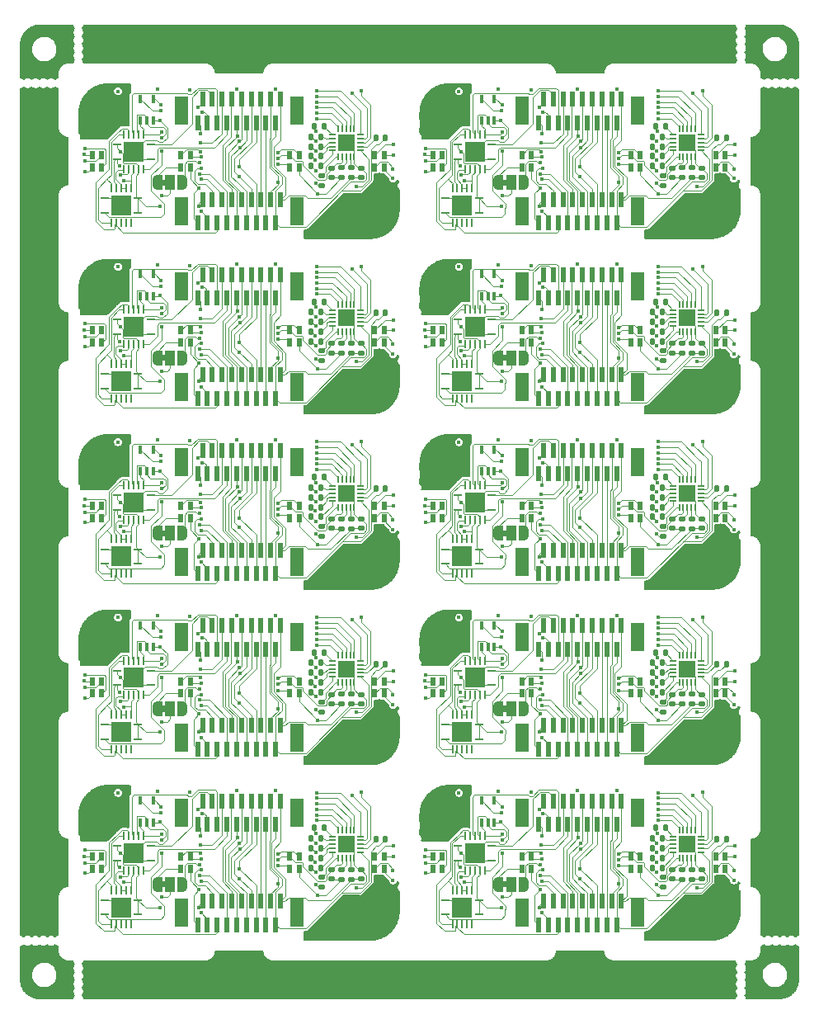
<source format=gbr>
%TF.GenerationSoftware,KiCad,Pcbnew,6.0.8-f2edbf62ab~116~ubuntu22.04.1*%
%TF.CreationDate,2022-10-31T09:01:49+00:00*%
%TF.ProjectId,panel,70616e65-6c2e-46b6-9963-61645f706362,3.0*%
%TF.SameCoordinates,Original*%
%TF.FileFunction,Copper,L1,Top*%
%TF.FilePolarity,Positive*%
%FSLAX46Y46*%
G04 Gerber Fmt 4.6, Leading zero omitted, Abs format (unit mm)*
G04 Created by KiCad (PCBNEW 6.0.8-f2edbf62ab~116~ubuntu22.04.1) date 2022-10-31 09:01:49*
%MOMM*%
%LPD*%
G01*
G04 APERTURE LIST*
G04 Aperture macros list*
%AMRoundRect*
0 Rectangle with rounded corners*
0 $1 Rounding radius*
0 $2 $3 $4 $5 $6 $7 $8 $9 X,Y pos of 4 corners*
0 Add a 4 corners polygon primitive as box body*
4,1,4,$2,$3,$4,$5,$6,$7,$8,$9,$2,$3,0*
0 Add four circle primitives for the rounded corners*
1,1,$1+$1,$2,$3*
1,1,$1+$1,$4,$5*
1,1,$1+$1,$6,$7*
1,1,$1+$1,$8,$9*
0 Add four rect primitives between the rounded corners*
20,1,$1+$1,$2,$3,$4,$5,0*
20,1,$1+$1,$4,$5,$6,$7,0*
20,1,$1+$1,$6,$7,$8,$9,0*
20,1,$1+$1,$8,$9,$2,$3,0*%
%AMFreePoly0*
4,1,22,0.550000,-0.750000,0.000000,-0.750000,0.000000,-0.745033,-0.079941,-0.743568,-0.215256,-0.701293,-0.333266,-0.622738,-0.424486,-0.514219,-0.481581,-0.384460,-0.499164,-0.250000,-0.500000,-0.250000,-0.500000,0.250000,-0.499164,0.250000,-0.499963,0.256109,-0.478152,0.396186,-0.417904,0.524511,-0.324060,0.630769,-0.204165,0.706417,-0.067858,0.745374,0.000000,0.744959,0.000000,0.750000,
0.550000,0.750000,0.550000,-0.750000,0.550000,-0.750000,$1*%
%AMFreePoly1*
4,1,20,0.000000,0.744959,0.073905,0.744508,0.209726,0.703889,0.328688,0.626782,0.421226,0.519385,0.479903,0.390333,0.500000,0.250000,0.500000,-0.250000,0.499851,-0.262216,0.476331,-0.402017,0.414519,-0.529596,0.319384,-0.634700,0.198574,-0.708877,0.061801,-0.746166,0.000000,-0.745033,0.000000,-0.750000,-0.550000,-0.750000,-0.550000,0.750000,0.000000,0.750000,0.000000,0.744959,
0.000000,0.744959,$1*%
G04 Aperture macros list end*
%TA.AperFunction,SMDPad,CuDef*%
%ADD10RoundRect,0.140000X-0.170000X0.140000X-0.170000X-0.140000X0.170000X-0.140000X0.170000X0.140000X0*%
%TD*%
%TA.AperFunction,SMDPad,CuDef*%
%ADD11R,0.508000X1.600200*%
%TD*%
%TA.AperFunction,SMDPad,CuDef*%
%ADD12R,1.397000X2.895600*%
%TD*%
%TA.AperFunction,SMDPad,CuDef*%
%ADD13RoundRect,0.135000X0.135000X0.185000X-0.135000X0.185000X-0.135000X-0.185000X0.135000X-0.185000X0*%
%TD*%
%TA.AperFunction,SMDPad,CuDef*%
%ADD14R,0.508000X0.863600*%
%TD*%
%TA.AperFunction,SMDPad,CuDef*%
%ADD15RoundRect,0.140000X-0.140000X-0.170000X0.140000X-0.170000X0.140000X0.170000X-0.140000X0.170000X0*%
%TD*%
%TA.AperFunction,SMDPad,CuDef*%
%ADD16R,0.849884X0.279908*%
%TD*%
%TA.AperFunction,SMDPad,CuDef*%
%ADD17R,0.279908X0.849884*%
%TD*%
%TA.AperFunction,SMDPad,CuDef*%
%ADD18R,2.050000X2.050000*%
%TD*%
%TA.AperFunction,SMDPad,CuDef*%
%ADD19RoundRect,0.135000X-0.185000X0.135000X-0.185000X-0.135000X0.185000X-0.135000X0.185000X0.135000X0*%
%TD*%
%TA.AperFunction,SMDPad,CuDef*%
%ADD20R,0.304800X0.845299*%
%TD*%
%TA.AperFunction,SMDPad,CuDef*%
%ADD21RoundRect,0.140000X0.170000X-0.140000X0.170000X0.140000X-0.170000X0.140000X-0.170000X-0.140000X0*%
%TD*%
%TA.AperFunction,SMDPad,CuDef*%
%ADD22FreePoly0,0.000000*%
%TD*%
%TA.AperFunction,SMDPad,CuDef*%
%ADD23R,1.000000X1.500000*%
%TD*%
%TA.AperFunction,SMDPad,CuDef*%
%ADD24FreePoly1,0.000000*%
%TD*%
%TA.AperFunction,SMDPad,CuDef*%
%ADD25R,0.757199X0.204000*%
%TD*%
%TA.AperFunction,SMDPad,CuDef*%
%ADD26R,0.204000X0.757199*%
%TD*%
%TA.AperFunction,SMDPad,CuDef*%
%ADD27R,1.803400X1.803400*%
%TD*%
%TA.AperFunction,ViaPad*%
%ADD28C,0.400000*%
%TD*%
%TA.AperFunction,Conductor*%
%ADD29C,0.100000*%
%TD*%
G04 APERTURE END LIST*
%TO.C,JP1*%
G36*
X15010000Y-70500000D02*
G01*
X14510000Y-70500000D01*
X14510000Y-69900000D01*
X15010000Y-69900000D01*
X15010000Y-70500000D01*
G37*
G36*
X50010000Y-52500000D02*
G01*
X49510000Y-52500000D01*
X49510000Y-51900000D01*
X50010000Y-51900000D01*
X50010000Y-52500000D01*
G37*
G36*
X15010000Y-34500000D02*
G01*
X14510000Y-34500000D01*
X14510000Y-33900000D01*
X15010000Y-33900000D01*
X15010000Y-34500000D01*
G37*
G36*
X50010000Y-34500000D02*
G01*
X49510000Y-34500000D01*
X49510000Y-33900000D01*
X50010000Y-33900000D01*
X50010000Y-34500000D01*
G37*
G36*
X50010000Y-16500000D02*
G01*
X49510000Y-16500000D01*
X49510000Y-15900000D01*
X50010000Y-15900000D01*
X50010000Y-16500000D01*
G37*
G36*
X50010000Y-88500000D02*
G01*
X49510000Y-88500000D01*
X49510000Y-87900000D01*
X50010000Y-87900000D01*
X50010000Y-88500000D01*
G37*
G36*
X15010000Y-88500000D02*
G01*
X14510000Y-88500000D01*
X14510000Y-87900000D01*
X15010000Y-87900000D01*
X15010000Y-88500000D01*
G37*
G36*
X15010000Y-16500000D02*
G01*
X14510000Y-16500000D01*
X14510000Y-15900000D01*
X15010000Y-15900000D01*
X15010000Y-16500000D01*
G37*
G36*
X15010000Y-52500000D02*
G01*
X14510000Y-52500000D01*
X14510000Y-51900000D01*
X15010000Y-51900000D01*
X15010000Y-52500000D01*
G37*
G36*
X50010000Y-70500000D02*
G01*
X49510000Y-70500000D01*
X49510000Y-69900000D01*
X50010000Y-69900000D01*
X50010000Y-70500000D01*
G37*
%TD*%
D10*
%TO.P,C1,1*%
%TO.N,Board_6-GNDA*%
X35000000Y-68720000D03*
%TO.P,C1,2*%
%TO.N,Board_6-+3.3VA*%
X35000000Y-69680000D03*
%TD*%
D11*
%TO.P,J1,1,1*%
%TO.N,Board_4-+3.3V*%
X18250001Y-56343000D03*
%TO.P,J1,2,2*%
%TO.N,Board_4-GND*%
X18750000Y-53930000D03*
%TO.P,J1,3,3*%
%TO.N,Board_4-/NEO_IN*%
X19249999Y-56343000D03*
%TO.P,J1,4,4*%
%TO.N,Board_4-/A3*%
X19750001Y-53930000D03*
%TO.P,J1,5,5*%
%TO.N,Board_4-/A2*%
X20250000Y-56343000D03*
%TO.P,J1,6,6*%
%TO.N,Board_4-/A1*%
X20750001Y-53930000D03*
%TO.P,J1,7,7*%
%TO.N,Board_4-/A0*%
X21250000Y-56343000D03*
%TO.P,J1,8,8*%
%TO.N,Board_4-Net-(J1-Pad8)*%
X21749999Y-53930000D03*
%TO.P,J1,9,9*%
%TO.N,Board_4-/SCK*%
X22250001Y-56343000D03*
%TO.P,J1,10,10*%
%TO.N,Board_4-/SDI*%
X22750000Y-53930000D03*
%TO.P,J1,11,11*%
%TO.N,Board_4-/SDO*%
X23249999Y-56343000D03*
%TO.P,J1,12,12*%
%TO.N,Board_4-/MCLK*%
X23750000Y-53930000D03*
%TO.P,J1,13,13*%
%TO.N,Board_4-/IRQ*%
X24249999Y-56343000D03*
%TO.P,J1,14,14*%
%TO.N,Board_4-Net-(J1-Pad14)*%
X24750001Y-53930000D03*
%TO.P,J1,15,15*%
%TO.N,Board_4-Net-(J1-Pad15)*%
X25250000Y-56343000D03*
%TO.P,J1,16,16*%
%TO.N,Board_4-/CH_REF*%
X25749999Y-53930000D03*
%TO.P,J1,17,17*%
%TO.N,Board_4-GNDA*%
X26250000Y-56343000D03*
%TO.P,J1,18,18*%
%TO.N,Board_4-+3.3VA*%
X26749999Y-53930000D03*
D12*
%TO.P,J1,19,sh1*%
%TO.N,Board_4-unconnected-(J1-Pad19)*%
X16556400Y-55149200D03*
%TO.P,J1,20,sh2*%
%TO.N,Board_4-unconnected-(J1-Pad20)*%
X28443600Y-55149200D03*
%TD*%
D13*
%TO.P,R4,1*%
%TO.N,Board_6-Net-(R4-Pad1)*%
X30910000Y-66500000D03*
%TO.P,R4,2*%
%TO.N,Board_6-/SDI*%
X29890000Y-66500000D03*
%TD*%
D14*
%TO.P,D4,1,DIN*%
%TO.N,Board_2-Net-(D3-Pad3)*%
X36425000Y-32623001D03*
%TO.P,D4,2,VDD*%
%TO.N,Board_2-+3.3V*%
X37375000Y-32623001D03*
%TO.P,D4,3,DOUT*%
%TO.N,Board_2-/NEO_OUT*%
X37375000Y-31376999D03*
%TO.P,D4,4,GND*%
%TO.N,Board_2-GND*%
X36425000Y-31376999D03*
%TD*%
D15*
%TO.P,C3,1*%
%TO.N,Board_9-Net-(U1-Pad2)*%
X71550000Y-83590000D03*
%TO.P,C3,2*%
%TO.N,Board_9-GNDA*%
X72510000Y-83590000D03*
%TD*%
D14*
%TO.P,D3,1,DIN*%
%TO.N,Board_3-Net-(D2-Pad3)*%
X62715000Y-32623001D03*
%TO.P,D3,2,VDD*%
%TO.N,Board_3-+3.3V*%
X63665000Y-32623001D03*
%TO.P,D3,3,DOUT*%
%TO.N,Board_3-Net-(D3-Pad3)*%
X63665000Y-31376999D03*
%TO.P,D3,4,GND*%
%TO.N,Board_3-GND*%
X62715000Y-31376999D03*
%TD*%
D13*
%TO.P,R2,1*%
%TO.N,Board_9-Net-(R2-Pad1)*%
X65910000Y-86500000D03*
%TO.P,R2,2*%
%TO.N,Board_9-/IRQ*%
X64890000Y-86500000D03*
%TD*%
D14*
%TO.P,D2,1,DIN*%
%TO.N,Board_7-Net-(D2-Pad1)*%
X51525000Y-68623001D03*
%TO.P,D2,2,VDD*%
%TO.N,Board_7-+3.3V*%
X52475000Y-68623001D03*
%TO.P,D2,3,DOUT*%
%TO.N,Board_7-Net-(D2-Pad3)*%
X52475000Y-67376999D03*
%TO.P,D2,4,GND*%
%TO.N,Board_7-GND*%
X51525000Y-67376999D03*
%TD*%
D16*
%TO.P,U2,1,1A*%
%TO.N,Board_5-/A1*%
X44969000Y-49769502D03*
D17*
%TO.P,U2,2,1B*%
%TO.N,Board_5-/carry0*%
X45699999Y-50788502D03*
%TO.P,U2,3,1Y*%
%TO.N,Board_5-/S1*%
X46200001Y-50788502D03*
%TO.P,U2,4,2A*%
%TO.N,Board_5-/A0*%
X46700000Y-50788502D03*
%TO.P,U2,5,2B*%
%TO.N,Board_5-+3.3V*%
X47199999Y-50788502D03*
%TO.P,U2,6,2Y*%
%TO.N,Board_5-/S0*%
X47700001Y-50788502D03*
D16*
%TO.P,U2,7,GND*%
%TO.N,Board_5-GND*%
X48431000Y-49769502D03*
%TO.P,U2,8,3Y*%
%TO.N,Board_5-/S3*%
X48431000Y-48269500D03*
D17*
%TO.P,U2,9,3A*%
%TO.N,Board_5-/A3*%
X47700001Y-47250500D03*
%TO.P,U2,10,3B*%
%TO.N,Board_5-/carry2*%
X47199999Y-47250500D03*
%TO.P,U2,11,4Y*%
%TO.N,Board_5-/S2*%
X46700000Y-47250500D03*
%TO.P,U2,12,4A*%
%TO.N,Board_5-/A2*%
X46200001Y-47250500D03*
%TO.P,U2,13,4B*%
%TO.N,Board_5-/carry1*%
X45699999Y-47250500D03*
D16*
%TO.P,U2,14,VCC*%
%TO.N,Board_5-+3.3V*%
X44969000Y-48269500D03*
D18*
%TO.P,U2,15,EPAD*%
%TO.N,Board_5-GND*%
X46700000Y-49019501D03*
%TD*%
D16*
%TO.P,U2,1,1A*%
%TO.N,Board_0-/A1*%
X9969000Y-13769502D03*
D17*
%TO.P,U2,2,1B*%
%TO.N,Board_0-/carry0*%
X10699999Y-14788502D03*
%TO.P,U2,3,1Y*%
%TO.N,Board_0-/S1*%
X11200001Y-14788502D03*
%TO.P,U2,4,2A*%
%TO.N,Board_0-/A0*%
X11700000Y-14788502D03*
%TO.P,U2,5,2B*%
%TO.N,Board_0-+3.3V*%
X12199999Y-14788502D03*
%TO.P,U2,6,2Y*%
%TO.N,Board_0-/S0*%
X12700001Y-14788502D03*
D16*
%TO.P,U2,7,GND*%
%TO.N,Board_0-GND*%
X13431000Y-13769502D03*
%TO.P,U2,8,3Y*%
%TO.N,Board_0-/S3*%
X13431000Y-12269500D03*
D17*
%TO.P,U2,9,3A*%
%TO.N,Board_0-/A3*%
X12700001Y-11250500D03*
%TO.P,U2,10,3B*%
%TO.N,Board_0-/carry2*%
X12199999Y-11250500D03*
%TO.P,U2,11,4Y*%
%TO.N,Board_0-/S2*%
X11700000Y-11250500D03*
%TO.P,U2,12,4A*%
%TO.N,Board_0-/A2*%
X11200001Y-11250500D03*
%TO.P,U2,13,4B*%
%TO.N,Board_0-/carry1*%
X10699999Y-11250500D03*
D16*
%TO.P,U2,14,VCC*%
%TO.N,Board_0-+3.3V*%
X9969000Y-12269500D03*
D18*
%TO.P,U2,15,EPAD*%
%TO.N,Board_0-GND*%
X11700000Y-13019501D03*
%TD*%
D13*
%TO.P,R3,1*%
%TO.N,Board_7-Net-(R3-Pad1)*%
X65910000Y-67500000D03*
%TO.P,R3,2*%
%TO.N,Board_7-/SDO*%
X64890000Y-67500000D03*
%TD*%
D19*
%TO.P,R8,1*%
%TO.N,Board_7-Net-(R8-Pad1)*%
X68000000Y-68690000D03*
%TO.P,R8,2*%
%TO.N,Board_7-+3.3V*%
X68000000Y-69710000D03*
%TD*%
D13*
%TO.P,R4,1*%
%TO.N,Board_7-Net-(R4-Pad1)*%
X65910000Y-66500000D03*
%TO.P,R4,2*%
%TO.N,Board_7-/SDI*%
X64890000Y-66500000D03*
%TD*%
D16*
%TO.P,U2,1,1A*%
%TO.N,Board_6-/A1*%
X9969000Y-67769502D03*
D17*
%TO.P,U2,2,1B*%
%TO.N,Board_6-/carry0*%
X10699999Y-68788502D03*
%TO.P,U2,3,1Y*%
%TO.N,Board_6-/S1*%
X11200001Y-68788502D03*
%TO.P,U2,4,2A*%
%TO.N,Board_6-/A0*%
X11700000Y-68788502D03*
%TO.P,U2,5,2B*%
%TO.N,Board_6-+3.3V*%
X12199999Y-68788502D03*
%TO.P,U2,6,2Y*%
%TO.N,Board_6-/S0*%
X12700001Y-68788502D03*
D16*
%TO.P,U2,7,GND*%
%TO.N,Board_6-GND*%
X13431000Y-67769502D03*
%TO.P,U2,8,3Y*%
%TO.N,Board_6-/S3*%
X13431000Y-66269500D03*
D17*
%TO.P,U2,9,3A*%
%TO.N,Board_6-/A3*%
X12700001Y-65250500D03*
%TO.P,U2,10,3B*%
%TO.N,Board_6-/carry2*%
X12199999Y-65250500D03*
%TO.P,U2,11,4Y*%
%TO.N,Board_6-/S2*%
X11700000Y-65250500D03*
%TO.P,U2,12,4A*%
%TO.N,Board_6-/A2*%
X11200001Y-65250500D03*
%TO.P,U2,13,4B*%
%TO.N,Board_6-/carry1*%
X10699999Y-65250500D03*
D16*
%TO.P,U2,14,VCC*%
%TO.N,Board_6-+3.3V*%
X9969000Y-66269500D03*
D18*
%TO.P,U2,15,EPAD*%
%TO.N,Board_6-GND*%
X11700000Y-67019501D03*
%TD*%
D14*
%TO.P,D2,1,DIN*%
%TO.N,Board_3-Net-(D2-Pad1)*%
X51525000Y-32623001D03*
%TO.P,D2,2,VDD*%
%TO.N,Board_3-+3.3V*%
X52475000Y-32623001D03*
%TO.P,D2,3,DOUT*%
%TO.N,Board_3-Net-(D2-Pad3)*%
X52475000Y-31376999D03*
%TO.P,D2,4,GND*%
%TO.N,Board_3-GND*%
X51525000Y-31376999D03*
%TD*%
D20*
%TO.P,U5,1,A*%
%TO.N,Board_4-/A3*%
X12390001Y-45851151D03*
%TO.P,U5,2,B*%
%TO.N,Board_4-/carry2*%
X13040000Y-45851151D03*
%TO.P,U5,3,GND*%
%TO.N,Board_4-GND*%
X13689999Y-45851151D03*
%TO.P,U5,4,Y*%
%TO.N,Board_4-/cs_adc*%
X13689999Y-43608849D03*
%TO.P,U5,5,VCC*%
%TO.N,Board_4-+3.3V*%
X12390001Y-43608849D03*
%TD*%
D13*
%TO.P,R5,1*%
%TO.N,Board_8-Net-(R5-Pad1)*%
X30910000Y-83500000D03*
%TO.P,R5,2*%
%TO.N,Board_8-/SCK*%
X29890000Y-83500000D03*
%TD*%
D19*
%TO.P,R7,1*%
%TO.N,Board_7-Net-(R7-Pad1)*%
X69000000Y-68690000D03*
%TO.P,R7,2*%
%TO.N,Board_7-+3.3VA*%
X69000000Y-69710000D03*
%TD*%
%TO.P,R7,1*%
%TO.N,Board_8-Net-(R7-Pad1)*%
X34000000Y-86690000D03*
%TO.P,R7,2*%
%TO.N,Board_8-+3.3VA*%
X34000000Y-87710000D03*
%TD*%
D13*
%TO.P,R2,1*%
%TO.N,Board_3-Net-(R2-Pad1)*%
X65910000Y-32500000D03*
%TO.P,R2,2*%
%TO.N,Board_3-/IRQ*%
X64890000Y-32500000D03*
%TD*%
D16*
%TO.P,U4,1,1A*%
%TO.N,Board_5-+3.3V*%
X47131001Y-53819000D03*
D17*
%TO.P,U4,2,1B*%
%TO.N,Board_5-/A0*%
X46400002Y-52800000D03*
%TO.P,U4,3,1Y*%
%TO.N,Board_5-/carry0*%
X45900000Y-52800000D03*
%TO.P,U4,4,2A*%
X45400001Y-52800000D03*
%TO.P,U4,5,2B*%
%TO.N,Board_5-/A1*%
X44900002Y-52800000D03*
%TO.P,U4,6,2Y*%
%TO.N,Board_5-/carry1*%
X44400000Y-52800000D03*
D16*
%TO.P,U4,7,GND*%
%TO.N,Board_5-GND*%
X43669001Y-53819000D03*
%TO.P,U4,8,3Y*%
%TO.N,Board_5-/carry2*%
X43669001Y-55319002D03*
D17*
%TO.P,U4,9,3A*%
%TO.N,Board_5-/carry1*%
X44400000Y-56338002D03*
%TO.P,U4,10,3B*%
%TO.N,Board_5-/A2*%
X44900002Y-56338002D03*
%TO.P,U4,11,4Y*%
%TO.N,Board_5-unconnected-(U4-Pad11)*%
X45400001Y-56338002D03*
%TO.P,U4,12,4A*%
%TO.N,Board_5-unconnected-(U4-Pad12)*%
X45900000Y-56338002D03*
%TO.P,U4,13,4B*%
%TO.N,Board_5-unconnected-(U4-Pad13)*%
X46400002Y-56338002D03*
D16*
%TO.P,U4,14,VCC*%
%TO.N,Board_5-+3.3V*%
X47131001Y-55319002D03*
D18*
%TO.P,U4,15,EPAD*%
%TO.N,Board_5-GND*%
X45400001Y-54569001D03*
%TD*%
D14*
%TO.P,D1,1,DIN*%
%TO.N,Board_7-/NEO_IN*%
X42425000Y-68623001D03*
%TO.P,D1,2,VDD*%
%TO.N,Board_7-+3.3V*%
X43375000Y-68623001D03*
%TO.P,D1,3,DOUT*%
%TO.N,Board_7-Net-(D1-Pad3)*%
X43375000Y-67376999D03*
%TO.P,D1,4,GND*%
%TO.N,Board_7-GND*%
X42425000Y-67376999D03*
%TD*%
D21*
%TO.P,C2,1*%
%TO.N,Board_6-+3.3V*%
X32000000Y-69680000D03*
%TO.P,C2,2*%
%TO.N,Board_6-GND*%
X32000000Y-68720000D03*
%TD*%
D15*
%TO.P,C3,1*%
%TO.N,Board_7-Net-(U1-Pad2)*%
X71550000Y-65590000D03*
%TO.P,C3,2*%
%TO.N,Board_7-GNDA*%
X72510000Y-65590000D03*
%TD*%
D13*
%TO.P,R4,1*%
%TO.N,Board_9-Net-(R4-Pad1)*%
X65910000Y-84500000D03*
%TO.P,R4,2*%
%TO.N,Board_9-/SDI*%
X64890000Y-84500000D03*
%TD*%
D14*
%TO.P,D3,1,DIN*%
%TO.N,Board_6-Net-(D2-Pad3)*%
X27715000Y-68623001D03*
%TO.P,D3,2,VDD*%
%TO.N,Board_6-+3.3V*%
X28665000Y-68623001D03*
%TO.P,D3,3,DOUT*%
%TO.N,Board_6-Net-(D3-Pad3)*%
X28665000Y-67376999D03*
%TO.P,D3,4,GND*%
%TO.N,Board_6-GND*%
X27715000Y-67376999D03*
%TD*%
D13*
%TO.P,R5,1*%
%TO.N,Board_9-Net-(R5-Pad1)*%
X65910000Y-83500000D03*
%TO.P,R5,2*%
%TO.N,Board_9-/SCK*%
X64890000Y-83500000D03*
%TD*%
D15*
%TO.P,C3,1*%
%TO.N,Board_2-Net-(U1-Pad2)*%
X36550000Y-29590000D03*
%TO.P,C3,2*%
%TO.N,Board_2-GNDA*%
X37510000Y-29590000D03*
%TD*%
D14*
%TO.P,D4,1,DIN*%
%TO.N,Board_8-Net-(D3-Pad3)*%
X36425000Y-86623001D03*
%TO.P,D4,2,VDD*%
%TO.N,Board_8-+3.3V*%
X37375000Y-86623001D03*
%TO.P,D4,3,DOUT*%
%TO.N,Board_8-/NEO_OUT*%
X37375000Y-85376999D03*
%TO.P,D4,4,GND*%
%TO.N,Board_8-GND*%
X36425000Y-85376999D03*
%TD*%
D13*
%TO.P,R2,1*%
%TO.N,Board_4-Net-(R2-Pad1)*%
X30910000Y-50500000D03*
%TO.P,R2,2*%
%TO.N,Board_4-/IRQ*%
X29890000Y-50500000D03*
%TD*%
D19*
%TO.P,R8,1*%
%TO.N,Board_1-Net-(R8-Pad1)*%
X68000000Y-14690000D03*
%TO.P,R8,2*%
%TO.N,Board_1-+3.3V*%
X68000000Y-15710000D03*
%TD*%
D20*
%TO.P,U5,1,A*%
%TO.N,Board_2-/A3*%
X12390001Y-27851151D03*
%TO.P,U5,2,B*%
%TO.N,Board_2-/carry2*%
X13040000Y-27851151D03*
%TO.P,U5,3,GND*%
%TO.N,Board_2-GND*%
X13689999Y-27851151D03*
%TO.P,U5,4,Y*%
%TO.N,Board_2-/cs_adc*%
X13689999Y-25608849D03*
%TO.P,U5,5,VCC*%
%TO.N,Board_2-+3.3V*%
X12390001Y-25608849D03*
%TD*%
D22*
%TO.P,JP1,1,A*%
%TO.N,Board_6-Net-(D2-Pad1)*%
X14110000Y-70200000D03*
D23*
%TO.P,JP1,2,C*%
%TO.N,Board_6-Net-(D1-Pad3)*%
X15410000Y-70200000D03*
D24*
%TO.P,JP1,3,B*%
%TO.N,Board_6-/NEO_OUT*%
X16710000Y-70200000D03*
%TD*%
D14*
%TO.P,D1,1,DIN*%
%TO.N,Board_4-/NEO_IN*%
X7425000Y-50623001D03*
%TO.P,D1,2,VDD*%
%TO.N,Board_4-+3.3V*%
X8375000Y-50623001D03*
%TO.P,D1,3,DOUT*%
%TO.N,Board_4-Net-(D1-Pad3)*%
X8375000Y-49376999D03*
%TO.P,D1,4,GND*%
%TO.N,Board_4-GND*%
X7425000Y-49376999D03*
%TD*%
%TO.P,D1,1,DIN*%
%TO.N,Board_0-/NEO_IN*%
X7425000Y-14623001D03*
%TO.P,D1,2,VDD*%
%TO.N,Board_0-+3.3V*%
X8375000Y-14623001D03*
%TO.P,D1,3,DOUT*%
%TO.N,Board_0-Net-(D1-Pad3)*%
X8375000Y-13376999D03*
%TO.P,D1,4,GND*%
%TO.N,Board_0-GND*%
X7425000Y-13376999D03*
%TD*%
D13*
%TO.P,R2,1*%
%TO.N,Board_1-Net-(R2-Pad1)*%
X65910000Y-14500000D03*
%TO.P,R2,2*%
%TO.N,Board_1-/IRQ*%
X64890000Y-14500000D03*
%TD*%
%TO.P,R4,1*%
%TO.N,Board_0-Net-(R4-Pad1)*%
X30910000Y-12500000D03*
%TO.P,R4,2*%
%TO.N,Board_0-/SDI*%
X29890000Y-12500000D03*
%TD*%
D11*
%TO.P,J2,1,1*%
%TO.N,Board_3-+3.3VA*%
X61749999Y-25657000D03*
%TO.P,J2,2,2*%
%TO.N,Board_3-GNDA*%
X61250000Y-28070000D03*
%TO.P,J2,3,3*%
%TO.N,Board_3-/CH_REF*%
X60750001Y-25657000D03*
%TO.P,J2,4,4*%
%TO.N,Board_3-Net-(J1-Pad15)*%
X60249999Y-28070000D03*
%TO.P,J2,5,5*%
%TO.N,Board_3-Net-(J1-Pad14)*%
X59750000Y-25657000D03*
%TO.P,J2,6,6*%
%TO.N,Board_3-/IRQ*%
X59249999Y-28070000D03*
%TO.P,J2,7,7*%
%TO.N,Board_3-/MCLK*%
X58750000Y-25657000D03*
%TO.P,J2,8,8*%
%TO.N,Board_3-/SDO*%
X58250001Y-28070000D03*
%TO.P,J2,9,9*%
%TO.N,Board_3-/SDI*%
X57749999Y-25657000D03*
%TO.P,J2,10,10*%
%TO.N,Board_3-/SCK*%
X57250000Y-28070000D03*
%TO.P,J2,11,11*%
%TO.N,Board_3-Net-(J1-Pad8)*%
X56750001Y-25657000D03*
%TO.P,J2,12,12*%
%TO.N,Board_3-/S0*%
X56250000Y-28070000D03*
%TO.P,J2,13,13*%
%TO.N,Board_3-/S1*%
X55750001Y-25657000D03*
%TO.P,J2,14,14*%
%TO.N,Board_3-/S2*%
X55249999Y-28070000D03*
%TO.P,J2,15,15*%
%TO.N,Board_3-/S3*%
X54750000Y-25657000D03*
%TO.P,J2,16,16*%
%TO.N,Board_3-/NEO_OUT*%
X54250001Y-28070000D03*
%TO.P,J2,17,17*%
%TO.N,Board_3-GND*%
X53750000Y-25657000D03*
%TO.P,J2,18,18*%
%TO.N,Board_3-+3.3V*%
X53250001Y-28070000D03*
D12*
%TO.P,J2,19,sh1*%
%TO.N,Board_3-unconnected-(J2-Pad19)*%
X63443600Y-26850800D03*
%TO.P,J2,20,sh2*%
%TO.N,Board_3-unconnected-(J2-Pad20)*%
X51556400Y-26850800D03*
%TD*%
D19*
%TO.P,R1,1*%
%TO.N,Board_9-Net-(R1-Pad1)*%
X66000000Y-87490000D03*
%TO.P,R1,2*%
%TO.N,Board_9-/MCLK*%
X66000000Y-88510000D03*
%TD*%
D11*
%TO.P,J1,1,1*%
%TO.N,Board_6-+3.3V*%
X18250001Y-74343000D03*
%TO.P,J1,2,2*%
%TO.N,Board_6-GND*%
X18750000Y-71930000D03*
%TO.P,J1,3,3*%
%TO.N,Board_6-/NEO_IN*%
X19249999Y-74343000D03*
%TO.P,J1,4,4*%
%TO.N,Board_6-/A3*%
X19750001Y-71930000D03*
%TO.P,J1,5,5*%
%TO.N,Board_6-/A2*%
X20250000Y-74343000D03*
%TO.P,J1,6,6*%
%TO.N,Board_6-/A1*%
X20750001Y-71930000D03*
%TO.P,J1,7,7*%
%TO.N,Board_6-/A0*%
X21250000Y-74343000D03*
%TO.P,J1,8,8*%
%TO.N,Board_6-Net-(J1-Pad8)*%
X21749999Y-71930000D03*
%TO.P,J1,9,9*%
%TO.N,Board_6-/SCK*%
X22250001Y-74343000D03*
%TO.P,J1,10,10*%
%TO.N,Board_6-/SDI*%
X22750000Y-71930000D03*
%TO.P,J1,11,11*%
%TO.N,Board_6-/SDO*%
X23249999Y-74343000D03*
%TO.P,J1,12,12*%
%TO.N,Board_6-/MCLK*%
X23750000Y-71930000D03*
%TO.P,J1,13,13*%
%TO.N,Board_6-/IRQ*%
X24249999Y-74343000D03*
%TO.P,J1,14,14*%
%TO.N,Board_6-Net-(J1-Pad14)*%
X24750001Y-71930000D03*
%TO.P,J1,15,15*%
%TO.N,Board_6-Net-(J1-Pad15)*%
X25250000Y-74343000D03*
%TO.P,J1,16,16*%
%TO.N,Board_6-/CH_REF*%
X25749999Y-71930000D03*
%TO.P,J1,17,17*%
%TO.N,Board_6-GNDA*%
X26250000Y-74343000D03*
%TO.P,J1,18,18*%
%TO.N,Board_6-+3.3VA*%
X26749999Y-71930000D03*
D12*
%TO.P,J1,19,sh1*%
%TO.N,Board_6-unconnected-(J1-Pad19)*%
X16556400Y-73149200D03*
%TO.P,J1,20,sh2*%
%TO.N,Board_6-unconnected-(J1-Pad20)*%
X28443600Y-73149200D03*
%TD*%
D10*
%TO.P,C1,1*%
%TO.N,Board_7-GNDA*%
X70000000Y-68720000D03*
%TO.P,C1,2*%
%TO.N,Board_7-+3.3VA*%
X70000000Y-69680000D03*
%TD*%
D16*
%TO.P,U2,1,1A*%
%TO.N,Board_8-/A1*%
X9969000Y-85769502D03*
D17*
%TO.P,U2,2,1B*%
%TO.N,Board_8-/carry0*%
X10699999Y-86788502D03*
%TO.P,U2,3,1Y*%
%TO.N,Board_8-/S1*%
X11200001Y-86788502D03*
%TO.P,U2,4,2A*%
%TO.N,Board_8-/A0*%
X11700000Y-86788502D03*
%TO.P,U2,5,2B*%
%TO.N,Board_8-+3.3V*%
X12199999Y-86788502D03*
%TO.P,U2,6,2Y*%
%TO.N,Board_8-/S0*%
X12700001Y-86788502D03*
D16*
%TO.P,U2,7,GND*%
%TO.N,Board_8-GND*%
X13431000Y-85769502D03*
%TO.P,U2,8,3Y*%
%TO.N,Board_8-/S3*%
X13431000Y-84269500D03*
D17*
%TO.P,U2,9,3A*%
%TO.N,Board_8-/A3*%
X12700001Y-83250500D03*
%TO.P,U2,10,3B*%
%TO.N,Board_8-/carry2*%
X12199999Y-83250500D03*
%TO.P,U2,11,4Y*%
%TO.N,Board_8-/S2*%
X11700000Y-83250500D03*
%TO.P,U2,12,4A*%
%TO.N,Board_8-/A2*%
X11200001Y-83250500D03*
%TO.P,U2,13,4B*%
%TO.N,Board_8-/carry1*%
X10699999Y-83250500D03*
D16*
%TO.P,U2,14,VCC*%
%TO.N,Board_8-+3.3V*%
X9969000Y-84269500D03*
D18*
%TO.P,U2,15,EPAD*%
%TO.N,Board_8-GND*%
X11700000Y-85019501D03*
%TD*%
D25*
%TO.P,U1,1,REFIN-*%
%TO.N,Board_5-/CH_REF*%
X69920000Y-48900001D03*
%TO.P,U1,2,REFIN+/OUT*%
%TO.N,Board_5-Net-(U1-Pad2)*%
X69920000Y-48499999D03*
%TO.P,U1,3,CH0*%
%TO.N,Board_5-/CH0*%
X69920000Y-48100000D03*
%TO.P,U1,4,CH1*%
%TO.N,Board_5-/CH1*%
X69920000Y-47700001D03*
%TO.P,U1,5,CH2*%
%TO.N,Board_5-/CH2*%
X69920000Y-47299999D03*
D26*
%TO.P,U1,6,CH3*%
%TO.N,Board_5-/CH3*%
X69300001Y-46680000D03*
%TO.P,U1,7,CH4*%
%TO.N,Board_5-/CH4*%
X68899999Y-46680000D03*
%TO.P,U1,8,CH5*%
%TO.N,Board_5-/CH5*%
X68500000Y-46680000D03*
%TO.P,U1,9,CH6*%
%TO.N,Board_5-/CH6*%
X68100001Y-46680000D03*
%TO.P,U1,10,CH7*%
%TO.N,Board_5-/CH7*%
X67699999Y-46680000D03*
D25*
%TO.P,U1,11,\u002ACS*%
%TO.N,Board_5-Net-(R6-Pad1)*%
X67080000Y-47299999D03*
%TO.P,U1,12,SCK*%
%TO.N,Board_5-Net-(R5-Pad1)*%
X67080000Y-47700001D03*
%TO.P,U1,13,SDI*%
%TO.N,Board_5-Net-(R4-Pad1)*%
X67080000Y-48100000D03*
%TO.P,U1,14,SDO*%
%TO.N,Board_5-Net-(R3-Pad1)*%
X67080000Y-48499999D03*
%TO.P,U1,15,\u002AIRQ/MDAT*%
%TO.N,Board_5-Net-(R2-Pad1)*%
X67080000Y-48900001D03*
D26*
%TO.P,U1,16,MCLK*%
%TO.N,Board_5-Net-(R1-Pad1)*%
X67699999Y-49520000D03*
%TO.P,U1,17,DGND*%
%TO.N,Board_5-GND*%
X68100001Y-49520000D03*
%TO.P,U1,18,DVDD*%
%TO.N,Board_5-Net-(R8-Pad1)*%
X68500000Y-49520000D03*
%TO.P,U1,19,AVDD*%
%TO.N,Board_5-Net-(R7-Pad1)*%
X68899999Y-49520000D03*
%TO.P,U1,20,AGND*%
%TO.N,Board_5-GNDA*%
X69300001Y-49520000D03*
D27*
%TO.P,U1,21,AGND*%
X68500000Y-48100000D03*
%TD*%
D14*
%TO.P,D1,1,DIN*%
%TO.N,Board_6-/NEO_IN*%
X7425000Y-68623001D03*
%TO.P,D1,2,VDD*%
%TO.N,Board_6-+3.3V*%
X8375000Y-68623001D03*
%TO.P,D1,3,DOUT*%
%TO.N,Board_6-Net-(D1-Pad3)*%
X8375000Y-67376999D03*
%TO.P,D1,4,GND*%
%TO.N,Board_6-GND*%
X7425000Y-67376999D03*
%TD*%
%TO.P,D4,1,DIN*%
%TO.N,Board_4-Net-(D3-Pad3)*%
X36425000Y-50623001D03*
%TO.P,D4,2,VDD*%
%TO.N,Board_4-+3.3V*%
X37375000Y-50623001D03*
%TO.P,D4,3,DOUT*%
%TO.N,Board_4-/NEO_OUT*%
X37375000Y-49376999D03*
%TO.P,D4,4,GND*%
%TO.N,Board_4-GND*%
X36425000Y-49376999D03*
%TD*%
%TO.P,D2,1,DIN*%
%TO.N,Board_4-Net-(D2-Pad1)*%
X16525000Y-50623001D03*
%TO.P,D2,2,VDD*%
%TO.N,Board_4-+3.3V*%
X17475000Y-50623001D03*
%TO.P,D2,3,DOUT*%
%TO.N,Board_4-Net-(D2-Pad3)*%
X17475000Y-49376999D03*
%TO.P,D2,4,GND*%
%TO.N,Board_4-GND*%
X16525000Y-49376999D03*
%TD*%
D13*
%TO.P,R4,1*%
%TO.N,Board_2-Net-(R4-Pad1)*%
X30910000Y-30500000D03*
%TO.P,R4,2*%
%TO.N,Board_2-/SDI*%
X29890000Y-30500000D03*
%TD*%
D15*
%TO.P,C3,1*%
%TO.N,Board_8-Net-(U1-Pad2)*%
X36550000Y-83590000D03*
%TO.P,C3,2*%
%TO.N,Board_8-GNDA*%
X37510000Y-83590000D03*
%TD*%
D11*
%TO.P,J1,1,1*%
%TO.N,Board_9-+3.3V*%
X53250001Y-92343000D03*
%TO.P,J1,2,2*%
%TO.N,Board_9-GND*%
X53750000Y-89930000D03*
%TO.P,J1,3,3*%
%TO.N,Board_9-/NEO_IN*%
X54249999Y-92343000D03*
%TO.P,J1,4,4*%
%TO.N,Board_9-/A3*%
X54750001Y-89930000D03*
%TO.P,J1,5,5*%
%TO.N,Board_9-/A2*%
X55250000Y-92343000D03*
%TO.P,J1,6,6*%
%TO.N,Board_9-/A1*%
X55750001Y-89930000D03*
%TO.P,J1,7,7*%
%TO.N,Board_9-/A0*%
X56250000Y-92343000D03*
%TO.P,J1,8,8*%
%TO.N,Board_9-Net-(J1-Pad8)*%
X56749999Y-89930000D03*
%TO.P,J1,9,9*%
%TO.N,Board_9-/SCK*%
X57250001Y-92343000D03*
%TO.P,J1,10,10*%
%TO.N,Board_9-/SDI*%
X57750000Y-89930000D03*
%TO.P,J1,11,11*%
%TO.N,Board_9-/SDO*%
X58249999Y-92343000D03*
%TO.P,J1,12,12*%
%TO.N,Board_9-/MCLK*%
X58750000Y-89930000D03*
%TO.P,J1,13,13*%
%TO.N,Board_9-/IRQ*%
X59249999Y-92343000D03*
%TO.P,J1,14,14*%
%TO.N,Board_9-Net-(J1-Pad14)*%
X59750001Y-89930000D03*
%TO.P,J1,15,15*%
%TO.N,Board_9-Net-(J1-Pad15)*%
X60250000Y-92343000D03*
%TO.P,J1,16,16*%
%TO.N,Board_9-/CH_REF*%
X60749999Y-89930000D03*
%TO.P,J1,17,17*%
%TO.N,Board_9-GNDA*%
X61250000Y-92343000D03*
%TO.P,J1,18,18*%
%TO.N,Board_9-+3.3VA*%
X61749999Y-89930000D03*
D12*
%TO.P,J1,19,sh1*%
%TO.N,Board_9-unconnected-(J1-Pad19)*%
X51556400Y-91149200D03*
%TO.P,J1,20,sh2*%
%TO.N,Board_9-unconnected-(J1-Pad20)*%
X63443600Y-91149200D03*
%TD*%
D13*
%TO.P,R3,1*%
%TO.N,Board_9-Net-(R3-Pad1)*%
X65910000Y-85500000D03*
%TO.P,R3,2*%
%TO.N,Board_9-/SDO*%
X64890000Y-85500000D03*
%TD*%
D15*
%TO.P,C3,1*%
%TO.N,Board_3-Net-(U1-Pad2)*%
X71550000Y-29590000D03*
%TO.P,C3,2*%
%TO.N,Board_3-GNDA*%
X72510000Y-29590000D03*
%TD*%
D14*
%TO.P,D4,1,DIN*%
%TO.N,Board_6-Net-(D3-Pad3)*%
X36425000Y-68623001D03*
%TO.P,D4,2,VDD*%
%TO.N,Board_6-+3.3V*%
X37375000Y-68623001D03*
%TO.P,D4,3,DOUT*%
%TO.N,Board_6-/NEO_OUT*%
X37375000Y-67376999D03*
%TO.P,D4,4,GND*%
%TO.N,Board_6-GND*%
X36425000Y-67376999D03*
%TD*%
D13*
%TO.P,R2,1*%
%TO.N,Board_8-Net-(R2-Pad1)*%
X30910000Y-86500000D03*
%TO.P,R2,2*%
%TO.N,Board_8-/IRQ*%
X29890000Y-86500000D03*
%TD*%
D11*
%TO.P,J2,1,1*%
%TO.N,Board_5-+3.3VA*%
X61749999Y-43657000D03*
%TO.P,J2,2,2*%
%TO.N,Board_5-GNDA*%
X61250000Y-46070000D03*
%TO.P,J2,3,3*%
%TO.N,Board_5-/CH_REF*%
X60750001Y-43657000D03*
%TO.P,J2,4,4*%
%TO.N,Board_5-Net-(J1-Pad15)*%
X60249999Y-46070000D03*
%TO.P,J2,5,5*%
%TO.N,Board_5-Net-(J1-Pad14)*%
X59750000Y-43657000D03*
%TO.P,J2,6,6*%
%TO.N,Board_5-/IRQ*%
X59249999Y-46070000D03*
%TO.P,J2,7,7*%
%TO.N,Board_5-/MCLK*%
X58750000Y-43657000D03*
%TO.P,J2,8,8*%
%TO.N,Board_5-/SDO*%
X58250001Y-46070000D03*
%TO.P,J2,9,9*%
%TO.N,Board_5-/SDI*%
X57749999Y-43657000D03*
%TO.P,J2,10,10*%
%TO.N,Board_5-/SCK*%
X57250000Y-46070000D03*
%TO.P,J2,11,11*%
%TO.N,Board_5-Net-(J1-Pad8)*%
X56750001Y-43657000D03*
%TO.P,J2,12,12*%
%TO.N,Board_5-/S0*%
X56250000Y-46070000D03*
%TO.P,J2,13,13*%
%TO.N,Board_5-/S1*%
X55750001Y-43657000D03*
%TO.P,J2,14,14*%
%TO.N,Board_5-/S2*%
X55249999Y-46070000D03*
%TO.P,J2,15,15*%
%TO.N,Board_5-/S3*%
X54750000Y-43657000D03*
%TO.P,J2,16,16*%
%TO.N,Board_5-/NEO_OUT*%
X54250001Y-46070000D03*
%TO.P,J2,17,17*%
%TO.N,Board_5-GND*%
X53750000Y-43657000D03*
%TO.P,J2,18,18*%
%TO.N,Board_5-+3.3V*%
X53250001Y-46070000D03*
D12*
%TO.P,J2,19,sh1*%
%TO.N,Board_5-unconnected-(J2-Pad19)*%
X63443600Y-44850800D03*
%TO.P,J2,20,sh2*%
%TO.N,Board_5-unconnected-(J2-Pad20)*%
X51556400Y-44850800D03*
%TD*%
D13*
%TO.P,R2,1*%
%TO.N,Board_2-Net-(R2-Pad1)*%
X30910000Y-32500000D03*
%TO.P,R2,2*%
%TO.N,Board_2-/IRQ*%
X29890000Y-32500000D03*
%TD*%
D21*
%TO.P,C2,1*%
%TO.N,Board_8-+3.3V*%
X32000000Y-87680000D03*
%TO.P,C2,2*%
%TO.N,Board_8-GND*%
X32000000Y-86720000D03*
%TD*%
D10*
%TO.P,C1,1*%
%TO.N,Board_9-GNDA*%
X70000000Y-86720000D03*
%TO.P,C1,2*%
%TO.N,Board_9-+3.3VA*%
X70000000Y-87680000D03*
%TD*%
D25*
%TO.P,U1,1,REFIN-*%
%TO.N,Board_1-/CH_REF*%
X69920000Y-12900001D03*
%TO.P,U1,2,REFIN+/OUT*%
%TO.N,Board_1-Net-(U1-Pad2)*%
X69920000Y-12499999D03*
%TO.P,U1,3,CH0*%
%TO.N,Board_1-/CH0*%
X69920000Y-12100000D03*
%TO.P,U1,4,CH1*%
%TO.N,Board_1-/CH1*%
X69920000Y-11700001D03*
%TO.P,U1,5,CH2*%
%TO.N,Board_1-/CH2*%
X69920000Y-11299999D03*
D26*
%TO.P,U1,6,CH3*%
%TO.N,Board_1-/CH3*%
X69300001Y-10680000D03*
%TO.P,U1,7,CH4*%
%TO.N,Board_1-/CH4*%
X68899999Y-10680000D03*
%TO.P,U1,8,CH5*%
%TO.N,Board_1-/CH5*%
X68500000Y-10680000D03*
%TO.P,U1,9,CH6*%
%TO.N,Board_1-/CH6*%
X68100001Y-10680000D03*
%TO.P,U1,10,CH7*%
%TO.N,Board_1-/CH7*%
X67699999Y-10680000D03*
D25*
%TO.P,U1,11,\u002ACS*%
%TO.N,Board_1-Net-(R6-Pad1)*%
X67080000Y-11299999D03*
%TO.P,U1,12,SCK*%
%TO.N,Board_1-Net-(R5-Pad1)*%
X67080000Y-11700001D03*
%TO.P,U1,13,SDI*%
%TO.N,Board_1-Net-(R4-Pad1)*%
X67080000Y-12100000D03*
%TO.P,U1,14,SDO*%
%TO.N,Board_1-Net-(R3-Pad1)*%
X67080000Y-12499999D03*
%TO.P,U1,15,\u002AIRQ/MDAT*%
%TO.N,Board_1-Net-(R2-Pad1)*%
X67080000Y-12900001D03*
D26*
%TO.P,U1,16,MCLK*%
%TO.N,Board_1-Net-(R1-Pad1)*%
X67699999Y-13520000D03*
%TO.P,U1,17,DGND*%
%TO.N,Board_1-GND*%
X68100001Y-13520000D03*
%TO.P,U1,18,DVDD*%
%TO.N,Board_1-Net-(R8-Pad1)*%
X68500000Y-13520000D03*
%TO.P,U1,19,AVDD*%
%TO.N,Board_1-Net-(R7-Pad1)*%
X68899999Y-13520000D03*
%TO.P,U1,20,AGND*%
%TO.N,Board_1-GNDA*%
X69300001Y-13520000D03*
D27*
%TO.P,U1,21,AGND*%
X68500000Y-12100000D03*
%TD*%
D11*
%TO.P,J2,1,1*%
%TO.N,Board_4-+3.3VA*%
X26749999Y-43657000D03*
%TO.P,J2,2,2*%
%TO.N,Board_4-GNDA*%
X26250000Y-46070000D03*
%TO.P,J2,3,3*%
%TO.N,Board_4-/CH_REF*%
X25750001Y-43657000D03*
%TO.P,J2,4,4*%
%TO.N,Board_4-Net-(J1-Pad15)*%
X25249999Y-46070000D03*
%TO.P,J2,5,5*%
%TO.N,Board_4-Net-(J1-Pad14)*%
X24750000Y-43657000D03*
%TO.P,J2,6,6*%
%TO.N,Board_4-/IRQ*%
X24249999Y-46070000D03*
%TO.P,J2,7,7*%
%TO.N,Board_4-/MCLK*%
X23750000Y-43657000D03*
%TO.P,J2,8,8*%
%TO.N,Board_4-/SDO*%
X23250001Y-46070000D03*
%TO.P,J2,9,9*%
%TO.N,Board_4-/SDI*%
X22749999Y-43657000D03*
%TO.P,J2,10,10*%
%TO.N,Board_4-/SCK*%
X22250000Y-46070000D03*
%TO.P,J2,11,11*%
%TO.N,Board_4-Net-(J1-Pad8)*%
X21750001Y-43657000D03*
%TO.P,J2,12,12*%
%TO.N,Board_4-/S0*%
X21250000Y-46070000D03*
%TO.P,J2,13,13*%
%TO.N,Board_4-/S1*%
X20750001Y-43657000D03*
%TO.P,J2,14,14*%
%TO.N,Board_4-/S2*%
X20249999Y-46070000D03*
%TO.P,J2,15,15*%
%TO.N,Board_4-/S3*%
X19750000Y-43657000D03*
%TO.P,J2,16,16*%
%TO.N,Board_4-/NEO_OUT*%
X19250001Y-46070000D03*
%TO.P,J2,17,17*%
%TO.N,Board_4-GND*%
X18750000Y-43657000D03*
%TO.P,J2,18,18*%
%TO.N,Board_4-+3.3V*%
X18250001Y-46070000D03*
D12*
%TO.P,J2,19,sh1*%
%TO.N,Board_4-unconnected-(J2-Pad19)*%
X28443600Y-44850800D03*
%TO.P,J2,20,sh2*%
%TO.N,Board_4-unconnected-(J2-Pad20)*%
X16556400Y-44850800D03*
%TD*%
D10*
%TO.P,C1,1*%
%TO.N,Board_4-GNDA*%
X35000000Y-50720000D03*
%TO.P,C1,2*%
%TO.N,Board_4-+3.3VA*%
X35000000Y-51680000D03*
%TD*%
D14*
%TO.P,D4,1,DIN*%
%TO.N,Board_7-Net-(D3-Pad3)*%
X71425000Y-68623001D03*
%TO.P,D4,2,VDD*%
%TO.N,Board_7-+3.3V*%
X72375000Y-68623001D03*
%TO.P,D4,3,DOUT*%
%TO.N,Board_7-/NEO_OUT*%
X72375000Y-67376999D03*
%TO.P,D4,4,GND*%
%TO.N,Board_7-GND*%
X71425000Y-67376999D03*
%TD*%
%TO.P,D4,1,DIN*%
%TO.N,Board_3-Net-(D3-Pad3)*%
X71425000Y-32623001D03*
%TO.P,D4,2,VDD*%
%TO.N,Board_3-+3.3V*%
X72375000Y-32623001D03*
%TO.P,D4,3,DOUT*%
%TO.N,Board_3-/NEO_OUT*%
X72375000Y-31376999D03*
%TO.P,D4,4,GND*%
%TO.N,Board_3-GND*%
X71425000Y-31376999D03*
%TD*%
D22*
%TO.P,JP1,1,A*%
%TO.N,Board_5-Net-(D2-Pad1)*%
X49110000Y-52200000D03*
D23*
%TO.P,JP1,2,C*%
%TO.N,Board_5-Net-(D1-Pad3)*%
X50410000Y-52200000D03*
D24*
%TO.P,JP1,3,B*%
%TO.N,Board_5-/NEO_OUT*%
X51710000Y-52200000D03*
%TD*%
D11*
%TO.P,J2,1,1*%
%TO.N,Board_8-+3.3VA*%
X26749999Y-79657000D03*
%TO.P,J2,2,2*%
%TO.N,Board_8-GNDA*%
X26250000Y-82070000D03*
%TO.P,J2,3,3*%
%TO.N,Board_8-/CH_REF*%
X25750001Y-79657000D03*
%TO.P,J2,4,4*%
%TO.N,Board_8-Net-(J1-Pad15)*%
X25249999Y-82070000D03*
%TO.P,J2,5,5*%
%TO.N,Board_8-Net-(J1-Pad14)*%
X24750000Y-79657000D03*
%TO.P,J2,6,6*%
%TO.N,Board_8-/IRQ*%
X24249999Y-82070000D03*
%TO.P,J2,7,7*%
%TO.N,Board_8-/MCLK*%
X23750000Y-79657000D03*
%TO.P,J2,8,8*%
%TO.N,Board_8-/SDO*%
X23250001Y-82070000D03*
%TO.P,J2,9,9*%
%TO.N,Board_8-/SDI*%
X22749999Y-79657000D03*
%TO.P,J2,10,10*%
%TO.N,Board_8-/SCK*%
X22250000Y-82070000D03*
%TO.P,J2,11,11*%
%TO.N,Board_8-Net-(J1-Pad8)*%
X21750001Y-79657000D03*
%TO.P,J2,12,12*%
%TO.N,Board_8-/S0*%
X21250000Y-82070000D03*
%TO.P,J2,13,13*%
%TO.N,Board_8-/S1*%
X20750001Y-79657000D03*
%TO.P,J2,14,14*%
%TO.N,Board_8-/S2*%
X20249999Y-82070000D03*
%TO.P,J2,15,15*%
%TO.N,Board_8-/S3*%
X19750000Y-79657000D03*
%TO.P,J2,16,16*%
%TO.N,Board_8-/NEO_OUT*%
X19250001Y-82070000D03*
%TO.P,J2,17,17*%
%TO.N,Board_8-GND*%
X18750000Y-79657000D03*
%TO.P,J2,18,18*%
%TO.N,Board_8-+3.3V*%
X18250001Y-82070000D03*
D12*
%TO.P,J2,19,sh1*%
%TO.N,Board_8-unconnected-(J2-Pad19)*%
X28443600Y-80850800D03*
%TO.P,J2,20,sh2*%
%TO.N,Board_8-unconnected-(J2-Pad20)*%
X16556400Y-80850800D03*
%TD*%
D11*
%TO.P,J2,1,1*%
%TO.N,Board_1-+3.3VA*%
X61749999Y-7657000D03*
%TO.P,J2,2,2*%
%TO.N,Board_1-GNDA*%
X61250000Y-10070000D03*
%TO.P,J2,3,3*%
%TO.N,Board_1-/CH_REF*%
X60750001Y-7657000D03*
%TO.P,J2,4,4*%
%TO.N,Board_1-Net-(J1-Pad15)*%
X60249999Y-10070000D03*
%TO.P,J2,5,5*%
%TO.N,Board_1-Net-(J1-Pad14)*%
X59750000Y-7657000D03*
%TO.P,J2,6,6*%
%TO.N,Board_1-/IRQ*%
X59249999Y-10070000D03*
%TO.P,J2,7,7*%
%TO.N,Board_1-/MCLK*%
X58750000Y-7657000D03*
%TO.P,J2,8,8*%
%TO.N,Board_1-/SDO*%
X58250001Y-10070000D03*
%TO.P,J2,9,9*%
%TO.N,Board_1-/SDI*%
X57749999Y-7657000D03*
%TO.P,J2,10,10*%
%TO.N,Board_1-/SCK*%
X57250000Y-10070000D03*
%TO.P,J2,11,11*%
%TO.N,Board_1-Net-(J1-Pad8)*%
X56750001Y-7657000D03*
%TO.P,J2,12,12*%
%TO.N,Board_1-/S0*%
X56250000Y-10070000D03*
%TO.P,J2,13,13*%
%TO.N,Board_1-/S1*%
X55750001Y-7657000D03*
%TO.P,J2,14,14*%
%TO.N,Board_1-/S2*%
X55249999Y-10070000D03*
%TO.P,J2,15,15*%
%TO.N,Board_1-/S3*%
X54750000Y-7657000D03*
%TO.P,J2,16,16*%
%TO.N,Board_1-/NEO_OUT*%
X54250001Y-10070000D03*
%TO.P,J2,17,17*%
%TO.N,Board_1-GND*%
X53750000Y-7657000D03*
%TO.P,J2,18,18*%
%TO.N,Board_1-+3.3V*%
X53250001Y-10070000D03*
D12*
%TO.P,J2,19,sh1*%
%TO.N,Board_1-unconnected-(J2-Pad19)*%
X63443600Y-8850800D03*
%TO.P,J2,20,sh2*%
%TO.N,Board_1-unconnected-(J2-Pad20)*%
X51556400Y-8850800D03*
%TD*%
D15*
%TO.P,C3,1*%
%TO.N,Board_6-Net-(U1-Pad2)*%
X36550000Y-65590000D03*
%TO.P,C3,2*%
%TO.N,Board_6-GNDA*%
X37510000Y-65590000D03*
%TD*%
D16*
%TO.P,U4,1,1A*%
%TO.N,Board_4-+3.3V*%
X12131001Y-53819000D03*
D17*
%TO.P,U4,2,1B*%
%TO.N,Board_4-/A0*%
X11400002Y-52800000D03*
%TO.P,U4,3,1Y*%
%TO.N,Board_4-/carry0*%
X10900000Y-52800000D03*
%TO.P,U4,4,2A*%
X10400001Y-52800000D03*
%TO.P,U4,5,2B*%
%TO.N,Board_4-/A1*%
X9900002Y-52800000D03*
%TO.P,U4,6,2Y*%
%TO.N,Board_4-/carry1*%
X9400000Y-52800000D03*
D16*
%TO.P,U4,7,GND*%
%TO.N,Board_4-GND*%
X8669001Y-53819000D03*
%TO.P,U4,8,3Y*%
%TO.N,Board_4-/carry2*%
X8669001Y-55319002D03*
D17*
%TO.P,U4,9,3A*%
%TO.N,Board_4-/carry1*%
X9400000Y-56338002D03*
%TO.P,U4,10,3B*%
%TO.N,Board_4-/A2*%
X9900002Y-56338002D03*
%TO.P,U4,11,4Y*%
%TO.N,Board_4-unconnected-(U4-Pad11)*%
X10400001Y-56338002D03*
%TO.P,U4,12,4A*%
%TO.N,Board_4-unconnected-(U4-Pad12)*%
X10900000Y-56338002D03*
%TO.P,U4,13,4B*%
%TO.N,Board_4-unconnected-(U4-Pad13)*%
X11400002Y-56338002D03*
D16*
%TO.P,U4,14,VCC*%
%TO.N,Board_4-+3.3V*%
X12131001Y-55319002D03*
D18*
%TO.P,U4,15,EPAD*%
%TO.N,Board_4-GND*%
X10400001Y-54569001D03*
%TD*%
D13*
%TO.P,R2,1*%
%TO.N,Board_5-Net-(R2-Pad1)*%
X65910000Y-50500000D03*
%TO.P,R2,2*%
%TO.N,Board_5-/IRQ*%
X64890000Y-50500000D03*
%TD*%
D14*
%TO.P,D4,1,DIN*%
%TO.N,Board_0-Net-(D3-Pad3)*%
X36425000Y-14623001D03*
%TO.P,D4,2,VDD*%
%TO.N,Board_0-+3.3V*%
X37375000Y-14623001D03*
%TO.P,D4,3,DOUT*%
%TO.N,Board_0-/NEO_OUT*%
X37375000Y-13376999D03*
%TO.P,D4,4,GND*%
%TO.N,Board_0-GND*%
X36425000Y-13376999D03*
%TD*%
%TO.P,D1,1,DIN*%
%TO.N,Board_2-/NEO_IN*%
X7425000Y-32623001D03*
%TO.P,D1,2,VDD*%
%TO.N,Board_2-+3.3V*%
X8375000Y-32623001D03*
%TO.P,D1,3,DOUT*%
%TO.N,Board_2-Net-(D1-Pad3)*%
X8375000Y-31376999D03*
%TO.P,D1,4,GND*%
%TO.N,Board_2-GND*%
X7425000Y-31376999D03*
%TD*%
%TO.P,D3,1,DIN*%
%TO.N,Board_4-Net-(D2-Pad3)*%
X27715000Y-50623001D03*
%TO.P,D3,2,VDD*%
%TO.N,Board_4-+3.3V*%
X28665000Y-50623001D03*
%TO.P,D3,3,DOUT*%
%TO.N,Board_4-Net-(D3-Pad3)*%
X28665000Y-49376999D03*
%TO.P,D3,4,GND*%
%TO.N,Board_4-GND*%
X27715000Y-49376999D03*
%TD*%
D11*
%TO.P,J1,1,1*%
%TO.N,Board_2-+3.3V*%
X18250001Y-38343000D03*
%TO.P,J1,2,2*%
%TO.N,Board_2-GND*%
X18750000Y-35930000D03*
%TO.P,J1,3,3*%
%TO.N,Board_2-/NEO_IN*%
X19249999Y-38343000D03*
%TO.P,J1,4,4*%
%TO.N,Board_2-/A3*%
X19750001Y-35930000D03*
%TO.P,J1,5,5*%
%TO.N,Board_2-/A2*%
X20250000Y-38343000D03*
%TO.P,J1,6,6*%
%TO.N,Board_2-/A1*%
X20750001Y-35930000D03*
%TO.P,J1,7,7*%
%TO.N,Board_2-/A0*%
X21250000Y-38343000D03*
%TO.P,J1,8,8*%
%TO.N,Board_2-Net-(J1-Pad8)*%
X21749999Y-35930000D03*
%TO.P,J1,9,9*%
%TO.N,Board_2-/SCK*%
X22250001Y-38343000D03*
%TO.P,J1,10,10*%
%TO.N,Board_2-/SDI*%
X22750000Y-35930000D03*
%TO.P,J1,11,11*%
%TO.N,Board_2-/SDO*%
X23249999Y-38343000D03*
%TO.P,J1,12,12*%
%TO.N,Board_2-/MCLK*%
X23750000Y-35930000D03*
%TO.P,J1,13,13*%
%TO.N,Board_2-/IRQ*%
X24249999Y-38343000D03*
%TO.P,J1,14,14*%
%TO.N,Board_2-Net-(J1-Pad14)*%
X24750001Y-35930000D03*
%TO.P,J1,15,15*%
%TO.N,Board_2-Net-(J1-Pad15)*%
X25250000Y-38343000D03*
%TO.P,J1,16,16*%
%TO.N,Board_2-/CH_REF*%
X25749999Y-35930000D03*
%TO.P,J1,17,17*%
%TO.N,Board_2-GNDA*%
X26250000Y-38343000D03*
%TO.P,J1,18,18*%
%TO.N,Board_2-+3.3VA*%
X26749999Y-35930000D03*
D12*
%TO.P,J1,19,sh1*%
%TO.N,Board_2-unconnected-(J1-Pad19)*%
X16556400Y-37149200D03*
%TO.P,J1,20,sh2*%
%TO.N,Board_2-unconnected-(J1-Pad20)*%
X28443600Y-37149200D03*
%TD*%
D20*
%TO.P,U5,1,A*%
%TO.N,Board_0-/A3*%
X12390001Y-9851151D03*
%TO.P,U5,2,B*%
%TO.N,Board_0-/carry2*%
X13040000Y-9851151D03*
%TO.P,U5,3,GND*%
%TO.N,Board_0-GND*%
X13689999Y-9851151D03*
%TO.P,U5,4,Y*%
%TO.N,Board_0-/cs_adc*%
X13689999Y-7608849D03*
%TO.P,U5,5,VCC*%
%TO.N,Board_0-+3.3V*%
X12390001Y-7608849D03*
%TD*%
D13*
%TO.P,R5,1*%
%TO.N,Board_0-Net-(R5-Pad1)*%
X30910000Y-11500000D03*
%TO.P,R5,2*%
%TO.N,Board_0-/SCK*%
X29890000Y-11500000D03*
%TD*%
%TO.P,R5,1*%
%TO.N,Board_5-Net-(R5-Pad1)*%
X65910000Y-47500000D03*
%TO.P,R5,2*%
%TO.N,Board_5-/SCK*%
X64890000Y-47500000D03*
%TD*%
D25*
%TO.P,U1,1,REFIN-*%
%TO.N,Board_0-/CH_REF*%
X34920000Y-12900001D03*
%TO.P,U1,2,REFIN+/OUT*%
%TO.N,Board_0-Net-(U1-Pad2)*%
X34920000Y-12499999D03*
%TO.P,U1,3,CH0*%
%TO.N,Board_0-/CH0*%
X34920000Y-12100000D03*
%TO.P,U1,4,CH1*%
%TO.N,Board_0-/CH1*%
X34920000Y-11700001D03*
%TO.P,U1,5,CH2*%
%TO.N,Board_0-/CH2*%
X34920000Y-11299999D03*
D26*
%TO.P,U1,6,CH3*%
%TO.N,Board_0-/CH3*%
X34300001Y-10680000D03*
%TO.P,U1,7,CH4*%
%TO.N,Board_0-/CH4*%
X33899999Y-10680000D03*
%TO.P,U1,8,CH5*%
%TO.N,Board_0-/CH5*%
X33500000Y-10680000D03*
%TO.P,U1,9,CH6*%
%TO.N,Board_0-/CH6*%
X33100001Y-10680000D03*
%TO.P,U1,10,CH7*%
%TO.N,Board_0-/CH7*%
X32699999Y-10680000D03*
D25*
%TO.P,U1,11,\u002ACS*%
%TO.N,Board_0-Net-(R6-Pad1)*%
X32080000Y-11299999D03*
%TO.P,U1,12,SCK*%
%TO.N,Board_0-Net-(R5-Pad1)*%
X32080000Y-11700001D03*
%TO.P,U1,13,SDI*%
%TO.N,Board_0-Net-(R4-Pad1)*%
X32080000Y-12100000D03*
%TO.P,U1,14,SDO*%
%TO.N,Board_0-Net-(R3-Pad1)*%
X32080000Y-12499999D03*
%TO.P,U1,15,\u002AIRQ/MDAT*%
%TO.N,Board_0-Net-(R2-Pad1)*%
X32080000Y-12900001D03*
D26*
%TO.P,U1,16,MCLK*%
%TO.N,Board_0-Net-(R1-Pad1)*%
X32699999Y-13520000D03*
%TO.P,U1,17,DGND*%
%TO.N,Board_0-GND*%
X33100001Y-13520000D03*
%TO.P,U1,18,DVDD*%
%TO.N,Board_0-Net-(R8-Pad1)*%
X33500000Y-13520000D03*
%TO.P,U1,19,AVDD*%
%TO.N,Board_0-Net-(R7-Pad1)*%
X33899999Y-13520000D03*
%TO.P,U1,20,AGND*%
%TO.N,Board_0-GNDA*%
X34300001Y-13520000D03*
D27*
%TO.P,U1,21,AGND*%
X33500000Y-12100000D03*
%TD*%
D19*
%TO.P,R8,1*%
%TO.N,Board_2-Net-(R8-Pad1)*%
X33000000Y-32690000D03*
%TO.P,R8,2*%
%TO.N,Board_2-+3.3V*%
X33000000Y-33710000D03*
%TD*%
%TO.P,R7,1*%
%TO.N,Board_6-Net-(R7-Pad1)*%
X34000000Y-68690000D03*
%TO.P,R7,2*%
%TO.N,Board_6-+3.3VA*%
X34000000Y-69710000D03*
%TD*%
D13*
%TO.P,R6,1*%
%TO.N,Board_7-Net-(R6-Pad1)*%
X66250000Y-64420000D03*
%TO.P,R6,2*%
%TO.N,Board_7-/cs_adc*%
X65230000Y-64420000D03*
%TD*%
D16*
%TO.P,U2,1,1A*%
%TO.N,Board_1-/A1*%
X44969000Y-13769502D03*
D17*
%TO.P,U2,2,1B*%
%TO.N,Board_1-/carry0*%
X45699999Y-14788502D03*
%TO.P,U2,3,1Y*%
%TO.N,Board_1-/S1*%
X46200001Y-14788502D03*
%TO.P,U2,4,2A*%
%TO.N,Board_1-/A0*%
X46700000Y-14788502D03*
%TO.P,U2,5,2B*%
%TO.N,Board_1-+3.3V*%
X47199999Y-14788502D03*
%TO.P,U2,6,2Y*%
%TO.N,Board_1-/S0*%
X47700001Y-14788502D03*
D16*
%TO.P,U2,7,GND*%
%TO.N,Board_1-GND*%
X48431000Y-13769502D03*
%TO.P,U2,8,3Y*%
%TO.N,Board_1-/S3*%
X48431000Y-12269500D03*
D17*
%TO.P,U2,9,3A*%
%TO.N,Board_1-/A3*%
X47700001Y-11250500D03*
%TO.P,U2,10,3B*%
%TO.N,Board_1-/carry2*%
X47199999Y-11250500D03*
%TO.P,U2,11,4Y*%
%TO.N,Board_1-/S2*%
X46700000Y-11250500D03*
%TO.P,U2,12,4A*%
%TO.N,Board_1-/A2*%
X46200001Y-11250500D03*
%TO.P,U2,13,4B*%
%TO.N,Board_1-/carry1*%
X45699999Y-11250500D03*
D16*
%TO.P,U2,14,VCC*%
%TO.N,Board_1-+3.3V*%
X44969000Y-12269500D03*
D18*
%TO.P,U2,15,EPAD*%
%TO.N,Board_1-GND*%
X46700000Y-13019501D03*
%TD*%
D22*
%TO.P,JP1,1,A*%
%TO.N,Board_2-Net-(D2-Pad1)*%
X14110000Y-34200000D03*
D23*
%TO.P,JP1,2,C*%
%TO.N,Board_2-Net-(D1-Pad3)*%
X15410000Y-34200000D03*
D24*
%TO.P,JP1,3,B*%
%TO.N,Board_2-/NEO_OUT*%
X16710000Y-34200000D03*
%TD*%
D19*
%TO.P,R7,1*%
%TO.N,Board_2-Net-(R7-Pad1)*%
X34000000Y-32690000D03*
%TO.P,R7,2*%
%TO.N,Board_2-+3.3VA*%
X34000000Y-33710000D03*
%TD*%
D22*
%TO.P,JP1,1,A*%
%TO.N,Board_3-Net-(D2-Pad1)*%
X49110000Y-34200000D03*
D23*
%TO.P,JP1,2,C*%
%TO.N,Board_3-Net-(D1-Pad3)*%
X50410000Y-34200000D03*
D24*
%TO.P,JP1,3,B*%
%TO.N,Board_3-/NEO_OUT*%
X51710000Y-34200000D03*
%TD*%
D20*
%TO.P,U5,1,A*%
%TO.N,Board_5-/A3*%
X47390001Y-45851151D03*
%TO.P,U5,2,B*%
%TO.N,Board_5-/carry2*%
X48040000Y-45851151D03*
%TO.P,U5,3,GND*%
%TO.N,Board_5-GND*%
X48689999Y-45851151D03*
%TO.P,U5,4,Y*%
%TO.N,Board_5-/cs_adc*%
X48689999Y-43608849D03*
%TO.P,U5,5,VCC*%
%TO.N,Board_5-+3.3V*%
X47390001Y-43608849D03*
%TD*%
D19*
%TO.P,R1,1*%
%TO.N,Board_0-Net-(R1-Pad1)*%
X31000000Y-15490000D03*
%TO.P,R1,2*%
%TO.N,Board_0-/MCLK*%
X31000000Y-16510000D03*
%TD*%
D11*
%TO.P,J1,1,1*%
%TO.N,Board_7-+3.3V*%
X53250001Y-74343000D03*
%TO.P,J1,2,2*%
%TO.N,Board_7-GND*%
X53750000Y-71930000D03*
%TO.P,J1,3,3*%
%TO.N,Board_7-/NEO_IN*%
X54249999Y-74343000D03*
%TO.P,J1,4,4*%
%TO.N,Board_7-/A3*%
X54750001Y-71930000D03*
%TO.P,J1,5,5*%
%TO.N,Board_7-/A2*%
X55250000Y-74343000D03*
%TO.P,J1,6,6*%
%TO.N,Board_7-/A1*%
X55750001Y-71930000D03*
%TO.P,J1,7,7*%
%TO.N,Board_7-/A0*%
X56250000Y-74343000D03*
%TO.P,J1,8,8*%
%TO.N,Board_7-Net-(J1-Pad8)*%
X56749999Y-71930000D03*
%TO.P,J1,9,9*%
%TO.N,Board_7-/SCK*%
X57250001Y-74343000D03*
%TO.P,J1,10,10*%
%TO.N,Board_7-/SDI*%
X57750000Y-71930000D03*
%TO.P,J1,11,11*%
%TO.N,Board_7-/SDO*%
X58249999Y-74343000D03*
%TO.P,J1,12,12*%
%TO.N,Board_7-/MCLK*%
X58750000Y-71930000D03*
%TO.P,J1,13,13*%
%TO.N,Board_7-/IRQ*%
X59249999Y-74343000D03*
%TO.P,J1,14,14*%
%TO.N,Board_7-Net-(J1-Pad14)*%
X59750001Y-71930000D03*
%TO.P,J1,15,15*%
%TO.N,Board_7-Net-(J1-Pad15)*%
X60250000Y-74343000D03*
%TO.P,J1,16,16*%
%TO.N,Board_7-/CH_REF*%
X60749999Y-71930000D03*
%TO.P,J1,17,17*%
%TO.N,Board_7-GNDA*%
X61250000Y-74343000D03*
%TO.P,J1,18,18*%
%TO.N,Board_7-+3.3VA*%
X61749999Y-71930000D03*
D12*
%TO.P,J1,19,sh1*%
%TO.N,Board_7-unconnected-(J1-Pad19)*%
X51556400Y-73149200D03*
%TO.P,J1,20,sh2*%
%TO.N,Board_7-unconnected-(J1-Pad20)*%
X63443600Y-73149200D03*
%TD*%
D25*
%TO.P,U1,1,REFIN-*%
%TO.N,Board_4-/CH_REF*%
X34920000Y-48900001D03*
%TO.P,U1,2,REFIN+/OUT*%
%TO.N,Board_4-Net-(U1-Pad2)*%
X34920000Y-48499999D03*
%TO.P,U1,3,CH0*%
%TO.N,Board_4-/CH0*%
X34920000Y-48100000D03*
%TO.P,U1,4,CH1*%
%TO.N,Board_4-/CH1*%
X34920000Y-47700001D03*
%TO.P,U1,5,CH2*%
%TO.N,Board_4-/CH2*%
X34920000Y-47299999D03*
D26*
%TO.P,U1,6,CH3*%
%TO.N,Board_4-/CH3*%
X34300001Y-46680000D03*
%TO.P,U1,7,CH4*%
%TO.N,Board_4-/CH4*%
X33899999Y-46680000D03*
%TO.P,U1,8,CH5*%
%TO.N,Board_4-/CH5*%
X33500000Y-46680000D03*
%TO.P,U1,9,CH6*%
%TO.N,Board_4-/CH6*%
X33100001Y-46680000D03*
%TO.P,U1,10,CH7*%
%TO.N,Board_4-/CH7*%
X32699999Y-46680000D03*
D25*
%TO.P,U1,11,\u002ACS*%
%TO.N,Board_4-Net-(R6-Pad1)*%
X32080000Y-47299999D03*
%TO.P,U1,12,SCK*%
%TO.N,Board_4-Net-(R5-Pad1)*%
X32080000Y-47700001D03*
%TO.P,U1,13,SDI*%
%TO.N,Board_4-Net-(R4-Pad1)*%
X32080000Y-48100000D03*
%TO.P,U1,14,SDO*%
%TO.N,Board_4-Net-(R3-Pad1)*%
X32080000Y-48499999D03*
%TO.P,U1,15,\u002AIRQ/MDAT*%
%TO.N,Board_4-Net-(R2-Pad1)*%
X32080000Y-48900001D03*
D26*
%TO.P,U1,16,MCLK*%
%TO.N,Board_4-Net-(R1-Pad1)*%
X32699999Y-49520000D03*
%TO.P,U1,17,DGND*%
%TO.N,Board_4-GND*%
X33100001Y-49520000D03*
%TO.P,U1,18,DVDD*%
%TO.N,Board_4-Net-(R8-Pad1)*%
X33500000Y-49520000D03*
%TO.P,U1,19,AVDD*%
%TO.N,Board_4-Net-(R7-Pad1)*%
X33899999Y-49520000D03*
%TO.P,U1,20,AGND*%
%TO.N,Board_4-GNDA*%
X34300001Y-49520000D03*
D27*
%TO.P,U1,21,AGND*%
X33500000Y-48100000D03*
%TD*%
D19*
%TO.P,R8,1*%
%TO.N,Board_5-Net-(R8-Pad1)*%
X68000000Y-50690000D03*
%TO.P,R8,2*%
%TO.N,Board_5-+3.3V*%
X68000000Y-51710000D03*
%TD*%
%TO.P,R1,1*%
%TO.N,Board_8-Net-(R1-Pad1)*%
X31000000Y-87490000D03*
%TO.P,R1,2*%
%TO.N,Board_8-/MCLK*%
X31000000Y-88510000D03*
%TD*%
D14*
%TO.P,D3,1,DIN*%
%TO.N,Board_9-Net-(D2-Pad3)*%
X62715000Y-86623001D03*
%TO.P,D3,2,VDD*%
%TO.N,Board_9-+3.3V*%
X63665000Y-86623001D03*
%TO.P,D3,3,DOUT*%
%TO.N,Board_9-Net-(D3-Pad3)*%
X63665000Y-85376999D03*
%TO.P,D3,4,GND*%
%TO.N,Board_9-GND*%
X62715000Y-85376999D03*
%TD*%
D13*
%TO.P,R3,1*%
%TO.N,Board_6-Net-(R3-Pad1)*%
X30910000Y-67500000D03*
%TO.P,R3,2*%
%TO.N,Board_6-/SDO*%
X29890000Y-67500000D03*
%TD*%
%TO.P,R3,1*%
%TO.N,Board_0-Net-(R3-Pad1)*%
X30910000Y-13500000D03*
%TO.P,R3,2*%
%TO.N,Board_0-/SDO*%
X29890000Y-13500000D03*
%TD*%
D25*
%TO.P,U1,1,REFIN-*%
%TO.N,Board_3-/CH_REF*%
X69920000Y-30900001D03*
%TO.P,U1,2,REFIN+/OUT*%
%TO.N,Board_3-Net-(U1-Pad2)*%
X69920000Y-30499999D03*
%TO.P,U1,3,CH0*%
%TO.N,Board_3-/CH0*%
X69920000Y-30100000D03*
%TO.P,U1,4,CH1*%
%TO.N,Board_3-/CH1*%
X69920000Y-29700001D03*
%TO.P,U1,5,CH2*%
%TO.N,Board_3-/CH2*%
X69920000Y-29299999D03*
D26*
%TO.P,U1,6,CH3*%
%TO.N,Board_3-/CH3*%
X69300001Y-28680000D03*
%TO.P,U1,7,CH4*%
%TO.N,Board_3-/CH4*%
X68899999Y-28680000D03*
%TO.P,U1,8,CH5*%
%TO.N,Board_3-/CH5*%
X68500000Y-28680000D03*
%TO.P,U1,9,CH6*%
%TO.N,Board_3-/CH6*%
X68100001Y-28680000D03*
%TO.P,U1,10,CH7*%
%TO.N,Board_3-/CH7*%
X67699999Y-28680000D03*
D25*
%TO.P,U1,11,\u002ACS*%
%TO.N,Board_3-Net-(R6-Pad1)*%
X67080000Y-29299999D03*
%TO.P,U1,12,SCK*%
%TO.N,Board_3-Net-(R5-Pad1)*%
X67080000Y-29700001D03*
%TO.P,U1,13,SDI*%
%TO.N,Board_3-Net-(R4-Pad1)*%
X67080000Y-30100000D03*
%TO.P,U1,14,SDO*%
%TO.N,Board_3-Net-(R3-Pad1)*%
X67080000Y-30499999D03*
%TO.P,U1,15,\u002AIRQ/MDAT*%
%TO.N,Board_3-Net-(R2-Pad1)*%
X67080000Y-30900001D03*
D26*
%TO.P,U1,16,MCLK*%
%TO.N,Board_3-Net-(R1-Pad1)*%
X67699999Y-31520000D03*
%TO.P,U1,17,DGND*%
%TO.N,Board_3-GND*%
X68100001Y-31520000D03*
%TO.P,U1,18,DVDD*%
%TO.N,Board_3-Net-(R8-Pad1)*%
X68500000Y-31520000D03*
%TO.P,U1,19,AVDD*%
%TO.N,Board_3-Net-(R7-Pad1)*%
X68899999Y-31520000D03*
%TO.P,U1,20,AGND*%
%TO.N,Board_3-GNDA*%
X69300001Y-31520000D03*
D27*
%TO.P,U1,21,AGND*%
X68500000Y-30100000D03*
%TD*%
D11*
%TO.P,J1,1,1*%
%TO.N,Board_8-+3.3V*%
X18250001Y-92343000D03*
%TO.P,J1,2,2*%
%TO.N,Board_8-GND*%
X18750000Y-89930000D03*
%TO.P,J1,3,3*%
%TO.N,Board_8-/NEO_IN*%
X19249999Y-92343000D03*
%TO.P,J1,4,4*%
%TO.N,Board_8-/A3*%
X19750001Y-89930000D03*
%TO.P,J1,5,5*%
%TO.N,Board_8-/A2*%
X20250000Y-92343000D03*
%TO.P,J1,6,6*%
%TO.N,Board_8-/A1*%
X20750001Y-89930000D03*
%TO.P,J1,7,7*%
%TO.N,Board_8-/A0*%
X21250000Y-92343000D03*
%TO.P,J1,8,8*%
%TO.N,Board_8-Net-(J1-Pad8)*%
X21749999Y-89930000D03*
%TO.P,J1,9,9*%
%TO.N,Board_8-/SCK*%
X22250001Y-92343000D03*
%TO.P,J1,10,10*%
%TO.N,Board_8-/SDI*%
X22750000Y-89930000D03*
%TO.P,J1,11,11*%
%TO.N,Board_8-/SDO*%
X23249999Y-92343000D03*
%TO.P,J1,12,12*%
%TO.N,Board_8-/MCLK*%
X23750000Y-89930000D03*
%TO.P,J1,13,13*%
%TO.N,Board_8-/IRQ*%
X24249999Y-92343000D03*
%TO.P,J1,14,14*%
%TO.N,Board_8-Net-(J1-Pad14)*%
X24750001Y-89930000D03*
%TO.P,J1,15,15*%
%TO.N,Board_8-Net-(J1-Pad15)*%
X25250000Y-92343000D03*
%TO.P,J1,16,16*%
%TO.N,Board_8-/CH_REF*%
X25749999Y-89930000D03*
%TO.P,J1,17,17*%
%TO.N,Board_8-GNDA*%
X26250000Y-92343000D03*
%TO.P,J1,18,18*%
%TO.N,Board_8-+3.3VA*%
X26749999Y-89930000D03*
D12*
%TO.P,J1,19,sh1*%
%TO.N,Board_8-unconnected-(J1-Pad19)*%
X16556400Y-91149200D03*
%TO.P,J1,20,sh2*%
%TO.N,Board_8-unconnected-(J1-Pad20)*%
X28443600Y-91149200D03*
%TD*%
D13*
%TO.P,R3,1*%
%TO.N,Board_4-Net-(R3-Pad1)*%
X30910000Y-49500000D03*
%TO.P,R3,2*%
%TO.N,Board_4-/SDO*%
X29890000Y-49500000D03*
%TD*%
D21*
%TO.P,C2,1*%
%TO.N,Board_2-+3.3V*%
X32000000Y-33680000D03*
%TO.P,C2,2*%
%TO.N,Board_2-GND*%
X32000000Y-32720000D03*
%TD*%
D14*
%TO.P,D2,1,DIN*%
%TO.N,Board_6-Net-(D2-Pad1)*%
X16525000Y-68623001D03*
%TO.P,D2,2,VDD*%
%TO.N,Board_6-+3.3V*%
X17475000Y-68623001D03*
%TO.P,D2,3,DOUT*%
%TO.N,Board_6-Net-(D2-Pad3)*%
X17475000Y-67376999D03*
%TO.P,D2,4,GND*%
%TO.N,Board_6-GND*%
X16525000Y-67376999D03*
%TD*%
D11*
%TO.P,J1,1,1*%
%TO.N,Board_0-+3.3V*%
X18250001Y-20343000D03*
%TO.P,J1,2,2*%
%TO.N,Board_0-GND*%
X18750000Y-17930000D03*
%TO.P,J1,3,3*%
%TO.N,Board_0-/NEO_IN*%
X19249999Y-20343000D03*
%TO.P,J1,4,4*%
%TO.N,Board_0-/A3*%
X19750001Y-17930000D03*
%TO.P,J1,5,5*%
%TO.N,Board_0-/A2*%
X20250000Y-20343000D03*
%TO.P,J1,6,6*%
%TO.N,Board_0-/A1*%
X20750001Y-17930000D03*
%TO.P,J1,7,7*%
%TO.N,Board_0-/A0*%
X21250000Y-20343000D03*
%TO.P,J1,8,8*%
%TO.N,Board_0-Net-(J1-Pad8)*%
X21749999Y-17930000D03*
%TO.P,J1,9,9*%
%TO.N,Board_0-/SCK*%
X22250001Y-20343000D03*
%TO.P,J1,10,10*%
%TO.N,Board_0-/SDI*%
X22750000Y-17930000D03*
%TO.P,J1,11,11*%
%TO.N,Board_0-/SDO*%
X23249999Y-20343000D03*
%TO.P,J1,12,12*%
%TO.N,Board_0-/MCLK*%
X23750000Y-17930000D03*
%TO.P,J1,13,13*%
%TO.N,Board_0-/IRQ*%
X24249999Y-20343000D03*
%TO.P,J1,14,14*%
%TO.N,Board_0-Net-(J1-Pad14)*%
X24750001Y-17930000D03*
%TO.P,J1,15,15*%
%TO.N,Board_0-Net-(J1-Pad15)*%
X25250000Y-20343000D03*
%TO.P,J1,16,16*%
%TO.N,Board_0-/CH_REF*%
X25749999Y-17930000D03*
%TO.P,J1,17,17*%
%TO.N,Board_0-GNDA*%
X26250000Y-20343000D03*
%TO.P,J1,18,18*%
%TO.N,Board_0-+3.3VA*%
X26749999Y-17930000D03*
D12*
%TO.P,J1,19,sh1*%
%TO.N,Board_0-unconnected-(J1-Pad19)*%
X16556400Y-19149200D03*
%TO.P,J1,20,sh2*%
%TO.N,Board_0-unconnected-(J1-Pad20)*%
X28443600Y-19149200D03*
%TD*%
D16*
%TO.P,U4,1,1A*%
%TO.N,Board_9-+3.3V*%
X47131001Y-89819000D03*
D17*
%TO.P,U4,2,1B*%
%TO.N,Board_9-/A0*%
X46400002Y-88800000D03*
%TO.P,U4,3,1Y*%
%TO.N,Board_9-/carry0*%
X45900000Y-88800000D03*
%TO.P,U4,4,2A*%
X45400001Y-88800000D03*
%TO.P,U4,5,2B*%
%TO.N,Board_9-/A1*%
X44900002Y-88800000D03*
%TO.P,U4,6,2Y*%
%TO.N,Board_9-/carry1*%
X44400000Y-88800000D03*
D16*
%TO.P,U4,7,GND*%
%TO.N,Board_9-GND*%
X43669001Y-89819000D03*
%TO.P,U4,8,3Y*%
%TO.N,Board_9-/carry2*%
X43669001Y-91319002D03*
D17*
%TO.P,U4,9,3A*%
%TO.N,Board_9-/carry1*%
X44400000Y-92338002D03*
%TO.P,U4,10,3B*%
%TO.N,Board_9-/A2*%
X44900002Y-92338002D03*
%TO.P,U4,11,4Y*%
%TO.N,Board_9-unconnected-(U4-Pad11)*%
X45400001Y-92338002D03*
%TO.P,U4,12,4A*%
%TO.N,Board_9-unconnected-(U4-Pad12)*%
X45900000Y-92338002D03*
%TO.P,U4,13,4B*%
%TO.N,Board_9-unconnected-(U4-Pad13)*%
X46400002Y-92338002D03*
D16*
%TO.P,U4,14,VCC*%
%TO.N,Board_9-+3.3V*%
X47131001Y-91319002D03*
D18*
%TO.P,U4,15,EPAD*%
%TO.N,Board_9-GND*%
X45400001Y-90569001D03*
%TD*%
D10*
%TO.P,C1,1*%
%TO.N,Board_0-GNDA*%
X35000000Y-14720000D03*
%TO.P,C1,2*%
%TO.N,Board_0-+3.3VA*%
X35000000Y-15680000D03*
%TD*%
D19*
%TO.P,R8,1*%
%TO.N,Board_6-Net-(R8-Pad1)*%
X33000000Y-68690000D03*
%TO.P,R8,2*%
%TO.N,Board_6-+3.3V*%
X33000000Y-69710000D03*
%TD*%
D22*
%TO.P,JP1,1,A*%
%TO.N,Board_1-Net-(D2-Pad1)*%
X49110000Y-16200000D03*
D23*
%TO.P,JP1,2,C*%
%TO.N,Board_1-Net-(D1-Pad3)*%
X50410000Y-16200000D03*
D24*
%TO.P,JP1,3,B*%
%TO.N,Board_1-/NEO_OUT*%
X51710000Y-16200000D03*
%TD*%
D11*
%TO.P,J1,1,1*%
%TO.N,Board_3-+3.3V*%
X53250001Y-38343000D03*
%TO.P,J1,2,2*%
%TO.N,Board_3-GND*%
X53750000Y-35930000D03*
%TO.P,J1,3,3*%
%TO.N,Board_3-/NEO_IN*%
X54249999Y-38343000D03*
%TO.P,J1,4,4*%
%TO.N,Board_3-/A3*%
X54750001Y-35930000D03*
%TO.P,J1,5,5*%
%TO.N,Board_3-/A2*%
X55250000Y-38343000D03*
%TO.P,J1,6,6*%
%TO.N,Board_3-/A1*%
X55750001Y-35930000D03*
%TO.P,J1,7,7*%
%TO.N,Board_3-/A0*%
X56250000Y-38343000D03*
%TO.P,J1,8,8*%
%TO.N,Board_3-Net-(J1-Pad8)*%
X56749999Y-35930000D03*
%TO.P,J1,9,9*%
%TO.N,Board_3-/SCK*%
X57250001Y-38343000D03*
%TO.P,J1,10,10*%
%TO.N,Board_3-/SDI*%
X57750000Y-35930000D03*
%TO.P,J1,11,11*%
%TO.N,Board_3-/SDO*%
X58249999Y-38343000D03*
%TO.P,J1,12,12*%
%TO.N,Board_3-/MCLK*%
X58750000Y-35930000D03*
%TO.P,J1,13,13*%
%TO.N,Board_3-/IRQ*%
X59249999Y-38343000D03*
%TO.P,J1,14,14*%
%TO.N,Board_3-Net-(J1-Pad14)*%
X59750001Y-35930000D03*
%TO.P,J1,15,15*%
%TO.N,Board_3-Net-(J1-Pad15)*%
X60250000Y-38343000D03*
%TO.P,J1,16,16*%
%TO.N,Board_3-/CH_REF*%
X60749999Y-35930000D03*
%TO.P,J1,17,17*%
%TO.N,Board_3-GNDA*%
X61250000Y-38343000D03*
%TO.P,J1,18,18*%
%TO.N,Board_3-+3.3VA*%
X61749999Y-35930000D03*
D12*
%TO.P,J1,19,sh1*%
%TO.N,Board_3-unconnected-(J1-Pad19)*%
X51556400Y-37149200D03*
%TO.P,J1,20,sh2*%
%TO.N,Board_3-unconnected-(J1-Pad20)*%
X63443600Y-37149200D03*
%TD*%
D19*
%TO.P,R8,1*%
%TO.N,Board_0-Net-(R8-Pad1)*%
X33000000Y-14690000D03*
%TO.P,R8,2*%
%TO.N,Board_0-+3.3V*%
X33000000Y-15710000D03*
%TD*%
D21*
%TO.P,C2,1*%
%TO.N,Board_5-+3.3V*%
X67000000Y-51680000D03*
%TO.P,C2,2*%
%TO.N,Board_5-GND*%
X67000000Y-50720000D03*
%TD*%
D13*
%TO.P,R5,1*%
%TO.N,Board_3-Net-(R5-Pad1)*%
X65910000Y-29500000D03*
%TO.P,R5,2*%
%TO.N,Board_3-/SCK*%
X64890000Y-29500000D03*
%TD*%
D25*
%TO.P,U1,1,REFIN-*%
%TO.N,Board_9-/CH_REF*%
X69920000Y-84900001D03*
%TO.P,U1,2,REFIN+/OUT*%
%TO.N,Board_9-Net-(U1-Pad2)*%
X69920000Y-84499999D03*
%TO.P,U1,3,CH0*%
%TO.N,Board_9-/CH0*%
X69920000Y-84100000D03*
%TO.P,U1,4,CH1*%
%TO.N,Board_9-/CH1*%
X69920000Y-83700001D03*
%TO.P,U1,5,CH2*%
%TO.N,Board_9-/CH2*%
X69920000Y-83299999D03*
D26*
%TO.P,U1,6,CH3*%
%TO.N,Board_9-/CH3*%
X69300001Y-82680000D03*
%TO.P,U1,7,CH4*%
%TO.N,Board_9-/CH4*%
X68899999Y-82680000D03*
%TO.P,U1,8,CH5*%
%TO.N,Board_9-/CH5*%
X68500000Y-82680000D03*
%TO.P,U1,9,CH6*%
%TO.N,Board_9-/CH6*%
X68100001Y-82680000D03*
%TO.P,U1,10,CH7*%
%TO.N,Board_9-/CH7*%
X67699999Y-82680000D03*
D25*
%TO.P,U1,11,\u002ACS*%
%TO.N,Board_9-Net-(R6-Pad1)*%
X67080000Y-83299999D03*
%TO.P,U1,12,SCK*%
%TO.N,Board_9-Net-(R5-Pad1)*%
X67080000Y-83700001D03*
%TO.P,U1,13,SDI*%
%TO.N,Board_9-Net-(R4-Pad1)*%
X67080000Y-84100000D03*
%TO.P,U1,14,SDO*%
%TO.N,Board_9-Net-(R3-Pad1)*%
X67080000Y-84499999D03*
%TO.P,U1,15,\u002AIRQ/MDAT*%
%TO.N,Board_9-Net-(R2-Pad1)*%
X67080000Y-84900001D03*
D26*
%TO.P,U1,16,MCLK*%
%TO.N,Board_9-Net-(R1-Pad1)*%
X67699999Y-85520000D03*
%TO.P,U1,17,DGND*%
%TO.N,Board_9-GND*%
X68100001Y-85520000D03*
%TO.P,U1,18,DVDD*%
%TO.N,Board_9-Net-(R8-Pad1)*%
X68500000Y-85520000D03*
%TO.P,U1,19,AVDD*%
%TO.N,Board_9-Net-(R7-Pad1)*%
X68899999Y-85520000D03*
%TO.P,U1,20,AGND*%
%TO.N,Board_9-GNDA*%
X69300001Y-85520000D03*
D27*
%TO.P,U1,21,AGND*%
X68500000Y-84100000D03*
%TD*%
D19*
%TO.P,R1,1*%
%TO.N,Board_6-Net-(R1-Pad1)*%
X31000000Y-69490000D03*
%TO.P,R1,2*%
%TO.N,Board_6-/MCLK*%
X31000000Y-70510000D03*
%TD*%
%TO.P,R7,1*%
%TO.N,Board_4-Net-(R7-Pad1)*%
X34000000Y-50690000D03*
%TO.P,R7,2*%
%TO.N,Board_4-+3.3VA*%
X34000000Y-51710000D03*
%TD*%
D13*
%TO.P,R6,1*%
%TO.N,Board_5-Net-(R6-Pad1)*%
X66250000Y-46420000D03*
%TO.P,R6,2*%
%TO.N,Board_5-/cs_adc*%
X65230000Y-46420000D03*
%TD*%
D25*
%TO.P,U1,1,REFIN-*%
%TO.N,Board_6-/CH_REF*%
X34920000Y-66900001D03*
%TO.P,U1,2,REFIN+/OUT*%
%TO.N,Board_6-Net-(U1-Pad2)*%
X34920000Y-66499999D03*
%TO.P,U1,3,CH0*%
%TO.N,Board_6-/CH0*%
X34920000Y-66100000D03*
%TO.P,U1,4,CH1*%
%TO.N,Board_6-/CH1*%
X34920000Y-65700001D03*
%TO.P,U1,5,CH2*%
%TO.N,Board_6-/CH2*%
X34920000Y-65299999D03*
D26*
%TO.P,U1,6,CH3*%
%TO.N,Board_6-/CH3*%
X34300001Y-64680000D03*
%TO.P,U1,7,CH4*%
%TO.N,Board_6-/CH4*%
X33899999Y-64680000D03*
%TO.P,U1,8,CH5*%
%TO.N,Board_6-/CH5*%
X33500000Y-64680000D03*
%TO.P,U1,9,CH6*%
%TO.N,Board_6-/CH6*%
X33100001Y-64680000D03*
%TO.P,U1,10,CH7*%
%TO.N,Board_6-/CH7*%
X32699999Y-64680000D03*
D25*
%TO.P,U1,11,\u002ACS*%
%TO.N,Board_6-Net-(R6-Pad1)*%
X32080000Y-65299999D03*
%TO.P,U1,12,SCK*%
%TO.N,Board_6-Net-(R5-Pad1)*%
X32080000Y-65700001D03*
%TO.P,U1,13,SDI*%
%TO.N,Board_6-Net-(R4-Pad1)*%
X32080000Y-66100000D03*
%TO.P,U1,14,SDO*%
%TO.N,Board_6-Net-(R3-Pad1)*%
X32080000Y-66499999D03*
%TO.P,U1,15,\u002AIRQ/MDAT*%
%TO.N,Board_6-Net-(R2-Pad1)*%
X32080000Y-66900001D03*
D26*
%TO.P,U1,16,MCLK*%
%TO.N,Board_6-Net-(R1-Pad1)*%
X32699999Y-67520000D03*
%TO.P,U1,17,DGND*%
%TO.N,Board_6-GND*%
X33100001Y-67520000D03*
%TO.P,U1,18,DVDD*%
%TO.N,Board_6-Net-(R8-Pad1)*%
X33500000Y-67520000D03*
%TO.P,U1,19,AVDD*%
%TO.N,Board_6-Net-(R7-Pad1)*%
X33899999Y-67520000D03*
%TO.P,U1,20,AGND*%
%TO.N,Board_6-GNDA*%
X34300001Y-67520000D03*
D27*
%TO.P,U1,21,AGND*%
X33500000Y-66100000D03*
%TD*%
D22*
%TO.P,JP1,1,A*%
%TO.N,Board_9-Net-(D2-Pad1)*%
X49110000Y-88200000D03*
D23*
%TO.P,JP1,2,C*%
%TO.N,Board_9-Net-(D1-Pad3)*%
X50410000Y-88200000D03*
D24*
%TO.P,JP1,3,B*%
%TO.N,Board_9-/NEO_OUT*%
X51710000Y-88200000D03*
%TD*%
D13*
%TO.P,R6,1*%
%TO.N,Board_9-Net-(R6-Pad1)*%
X66250000Y-82420000D03*
%TO.P,R6,2*%
%TO.N,Board_9-/cs_adc*%
X65230000Y-82420000D03*
%TD*%
%TO.P,R3,1*%
%TO.N,Board_2-Net-(R3-Pad1)*%
X30910000Y-31500000D03*
%TO.P,R3,2*%
%TO.N,Board_2-/SDO*%
X29890000Y-31500000D03*
%TD*%
D22*
%TO.P,JP1,1,A*%
%TO.N,Board_8-Net-(D2-Pad1)*%
X14110000Y-88200000D03*
D23*
%TO.P,JP1,2,C*%
%TO.N,Board_8-Net-(D1-Pad3)*%
X15410000Y-88200000D03*
D24*
%TO.P,JP1,3,B*%
%TO.N,Board_8-/NEO_OUT*%
X16710000Y-88200000D03*
%TD*%
D13*
%TO.P,R6,1*%
%TO.N,Board_4-Net-(R6-Pad1)*%
X31250000Y-46420000D03*
%TO.P,R6,2*%
%TO.N,Board_4-/cs_adc*%
X30230000Y-46420000D03*
%TD*%
D14*
%TO.P,D2,1,DIN*%
%TO.N,Board_9-Net-(D2-Pad1)*%
X51525000Y-86623001D03*
%TO.P,D2,2,VDD*%
%TO.N,Board_9-+3.3V*%
X52475000Y-86623001D03*
%TO.P,D2,3,DOUT*%
%TO.N,Board_9-Net-(D2-Pad3)*%
X52475000Y-85376999D03*
%TO.P,D2,4,GND*%
%TO.N,Board_9-GND*%
X51525000Y-85376999D03*
%TD*%
D19*
%TO.P,R1,1*%
%TO.N,Board_4-Net-(R1-Pad1)*%
X31000000Y-51490000D03*
%TO.P,R1,2*%
%TO.N,Board_4-/MCLK*%
X31000000Y-52510000D03*
%TD*%
D13*
%TO.P,R5,1*%
%TO.N,Board_2-Net-(R5-Pad1)*%
X30910000Y-29500000D03*
%TO.P,R5,2*%
%TO.N,Board_2-/SCK*%
X29890000Y-29500000D03*
%TD*%
D11*
%TO.P,J2,1,1*%
%TO.N,Board_9-+3.3VA*%
X61749999Y-79657000D03*
%TO.P,J2,2,2*%
%TO.N,Board_9-GNDA*%
X61250000Y-82070000D03*
%TO.P,J2,3,3*%
%TO.N,Board_9-/CH_REF*%
X60750001Y-79657000D03*
%TO.P,J2,4,4*%
%TO.N,Board_9-Net-(J1-Pad15)*%
X60249999Y-82070000D03*
%TO.P,J2,5,5*%
%TO.N,Board_9-Net-(J1-Pad14)*%
X59750000Y-79657000D03*
%TO.P,J2,6,6*%
%TO.N,Board_9-/IRQ*%
X59249999Y-82070000D03*
%TO.P,J2,7,7*%
%TO.N,Board_9-/MCLK*%
X58750000Y-79657000D03*
%TO.P,J2,8,8*%
%TO.N,Board_9-/SDO*%
X58250001Y-82070000D03*
%TO.P,J2,9,9*%
%TO.N,Board_9-/SDI*%
X57749999Y-79657000D03*
%TO.P,J2,10,10*%
%TO.N,Board_9-/SCK*%
X57250000Y-82070000D03*
%TO.P,J2,11,11*%
%TO.N,Board_9-Net-(J1-Pad8)*%
X56750001Y-79657000D03*
%TO.P,J2,12,12*%
%TO.N,Board_9-/S0*%
X56250000Y-82070000D03*
%TO.P,J2,13,13*%
%TO.N,Board_9-/S1*%
X55750001Y-79657000D03*
%TO.P,J2,14,14*%
%TO.N,Board_9-/S2*%
X55249999Y-82070000D03*
%TO.P,J2,15,15*%
%TO.N,Board_9-/S3*%
X54750000Y-79657000D03*
%TO.P,J2,16,16*%
%TO.N,Board_9-/NEO_OUT*%
X54250001Y-82070000D03*
%TO.P,J2,17,17*%
%TO.N,Board_9-GND*%
X53750000Y-79657000D03*
%TO.P,J2,18,18*%
%TO.N,Board_9-+3.3V*%
X53250001Y-82070000D03*
D12*
%TO.P,J2,19,sh1*%
%TO.N,Board_9-unconnected-(J2-Pad19)*%
X63443600Y-80850800D03*
%TO.P,J2,20,sh2*%
%TO.N,Board_9-unconnected-(J2-Pad20)*%
X51556400Y-80850800D03*
%TD*%
D10*
%TO.P,C1,1*%
%TO.N,Board_3-GNDA*%
X70000000Y-32720000D03*
%TO.P,C1,2*%
%TO.N,Board_3-+3.3VA*%
X70000000Y-33680000D03*
%TD*%
D16*
%TO.P,U4,1,1A*%
%TO.N,Board_8-+3.3V*%
X12131001Y-89819000D03*
D17*
%TO.P,U4,2,1B*%
%TO.N,Board_8-/A0*%
X11400002Y-88800000D03*
%TO.P,U4,3,1Y*%
%TO.N,Board_8-/carry0*%
X10900000Y-88800000D03*
%TO.P,U4,4,2A*%
X10400001Y-88800000D03*
%TO.P,U4,5,2B*%
%TO.N,Board_8-/A1*%
X9900002Y-88800000D03*
%TO.P,U4,6,2Y*%
%TO.N,Board_8-/carry1*%
X9400000Y-88800000D03*
D16*
%TO.P,U4,7,GND*%
%TO.N,Board_8-GND*%
X8669001Y-89819000D03*
%TO.P,U4,8,3Y*%
%TO.N,Board_8-/carry2*%
X8669001Y-91319002D03*
D17*
%TO.P,U4,9,3A*%
%TO.N,Board_8-/carry1*%
X9400000Y-92338002D03*
%TO.P,U4,10,3B*%
%TO.N,Board_8-/A2*%
X9900002Y-92338002D03*
%TO.P,U4,11,4Y*%
%TO.N,Board_8-unconnected-(U4-Pad11)*%
X10400001Y-92338002D03*
%TO.P,U4,12,4A*%
%TO.N,Board_8-unconnected-(U4-Pad12)*%
X10900000Y-92338002D03*
%TO.P,U4,13,4B*%
%TO.N,Board_8-unconnected-(U4-Pad13)*%
X11400002Y-92338002D03*
D16*
%TO.P,U4,14,VCC*%
%TO.N,Board_8-+3.3V*%
X12131001Y-91319002D03*
D18*
%TO.P,U4,15,EPAD*%
%TO.N,Board_8-GND*%
X10400001Y-90569001D03*
%TD*%
D15*
%TO.P,C3,1*%
%TO.N,Board_4-Net-(U1-Pad2)*%
X36550000Y-47590000D03*
%TO.P,C3,2*%
%TO.N,Board_4-GNDA*%
X37510000Y-47590000D03*
%TD*%
D14*
%TO.P,D4,1,DIN*%
%TO.N,Board_1-Net-(D3-Pad3)*%
X71425000Y-14623001D03*
%TO.P,D4,2,VDD*%
%TO.N,Board_1-+3.3V*%
X72375000Y-14623001D03*
%TO.P,D4,3,DOUT*%
%TO.N,Board_1-/NEO_OUT*%
X72375000Y-13376999D03*
%TO.P,D4,4,GND*%
%TO.N,Board_1-GND*%
X71425000Y-13376999D03*
%TD*%
D16*
%TO.P,U2,1,1A*%
%TO.N,Board_3-/A1*%
X44969000Y-31769502D03*
D17*
%TO.P,U2,2,1B*%
%TO.N,Board_3-/carry0*%
X45699999Y-32788502D03*
%TO.P,U2,3,1Y*%
%TO.N,Board_3-/S1*%
X46200001Y-32788502D03*
%TO.P,U2,4,2A*%
%TO.N,Board_3-/A0*%
X46700000Y-32788502D03*
%TO.P,U2,5,2B*%
%TO.N,Board_3-+3.3V*%
X47199999Y-32788502D03*
%TO.P,U2,6,2Y*%
%TO.N,Board_3-/S0*%
X47700001Y-32788502D03*
D16*
%TO.P,U2,7,GND*%
%TO.N,Board_3-GND*%
X48431000Y-31769502D03*
%TO.P,U2,8,3Y*%
%TO.N,Board_3-/S3*%
X48431000Y-30269500D03*
D17*
%TO.P,U2,9,3A*%
%TO.N,Board_3-/A3*%
X47700001Y-29250500D03*
%TO.P,U2,10,3B*%
%TO.N,Board_3-/carry2*%
X47199999Y-29250500D03*
%TO.P,U2,11,4Y*%
%TO.N,Board_3-/S2*%
X46700000Y-29250500D03*
%TO.P,U2,12,4A*%
%TO.N,Board_3-/A2*%
X46200001Y-29250500D03*
%TO.P,U2,13,4B*%
%TO.N,Board_3-/carry1*%
X45699999Y-29250500D03*
D16*
%TO.P,U2,14,VCC*%
%TO.N,Board_3-+3.3V*%
X44969000Y-30269500D03*
D18*
%TO.P,U2,15,EPAD*%
%TO.N,Board_3-GND*%
X46700000Y-31019501D03*
%TD*%
D16*
%TO.P,U4,1,1A*%
%TO.N,Board_0-+3.3V*%
X12131001Y-17819000D03*
D17*
%TO.P,U4,2,1B*%
%TO.N,Board_0-/A0*%
X11400002Y-16800000D03*
%TO.P,U4,3,1Y*%
%TO.N,Board_0-/carry0*%
X10900000Y-16800000D03*
%TO.P,U4,4,2A*%
X10400001Y-16800000D03*
%TO.P,U4,5,2B*%
%TO.N,Board_0-/A1*%
X9900002Y-16800000D03*
%TO.P,U4,6,2Y*%
%TO.N,Board_0-/carry1*%
X9400000Y-16800000D03*
D16*
%TO.P,U4,7,GND*%
%TO.N,Board_0-GND*%
X8669001Y-17819000D03*
%TO.P,U4,8,3Y*%
%TO.N,Board_0-/carry2*%
X8669001Y-19319002D03*
D17*
%TO.P,U4,9,3A*%
%TO.N,Board_0-/carry1*%
X9400000Y-20338002D03*
%TO.P,U4,10,3B*%
%TO.N,Board_0-/A2*%
X9900002Y-20338002D03*
%TO.P,U4,11,4Y*%
%TO.N,Board_0-unconnected-(U4-Pad11)*%
X10400001Y-20338002D03*
%TO.P,U4,12,4A*%
%TO.N,Board_0-unconnected-(U4-Pad12)*%
X10900000Y-20338002D03*
%TO.P,U4,13,4B*%
%TO.N,Board_0-unconnected-(U4-Pad13)*%
X11400002Y-20338002D03*
D16*
%TO.P,U4,14,VCC*%
%TO.N,Board_0-+3.3V*%
X12131001Y-19319002D03*
D18*
%TO.P,U4,15,EPAD*%
%TO.N,Board_0-GND*%
X10400001Y-18569001D03*
%TD*%
D14*
%TO.P,D3,1,DIN*%
%TO.N,Board_7-Net-(D2-Pad3)*%
X62715000Y-68623001D03*
%TO.P,D3,2,VDD*%
%TO.N,Board_7-+3.3V*%
X63665000Y-68623001D03*
%TO.P,D3,3,DOUT*%
%TO.N,Board_7-Net-(D3-Pad3)*%
X63665000Y-67376999D03*
%TO.P,D3,4,GND*%
%TO.N,Board_7-GND*%
X62715000Y-67376999D03*
%TD*%
D13*
%TO.P,R2,1*%
%TO.N,Board_6-Net-(R2-Pad1)*%
X30910000Y-68500000D03*
%TO.P,R2,2*%
%TO.N,Board_6-/IRQ*%
X29890000Y-68500000D03*
%TD*%
%TO.P,R2,1*%
%TO.N,Board_0-Net-(R2-Pad1)*%
X30910000Y-14500000D03*
%TO.P,R2,2*%
%TO.N,Board_0-/IRQ*%
X29890000Y-14500000D03*
%TD*%
D14*
%TO.P,D1,1,DIN*%
%TO.N,Board_3-/NEO_IN*%
X42425000Y-32623001D03*
%TO.P,D1,2,VDD*%
%TO.N,Board_3-+3.3V*%
X43375000Y-32623001D03*
%TO.P,D1,3,DOUT*%
%TO.N,Board_3-Net-(D1-Pad3)*%
X43375000Y-31376999D03*
%TO.P,D1,4,GND*%
%TO.N,Board_3-GND*%
X42425000Y-31376999D03*
%TD*%
D13*
%TO.P,R6,1*%
%TO.N,Board_6-Net-(R6-Pad1)*%
X31250000Y-64420000D03*
%TO.P,R6,2*%
%TO.N,Board_6-/cs_adc*%
X30230000Y-64420000D03*
%TD*%
D16*
%TO.P,U4,1,1A*%
%TO.N,Board_3-+3.3V*%
X47131001Y-35819000D03*
D17*
%TO.P,U4,2,1B*%
%TO.N,Board_3-/A0*%
X46400002Y-34800000D03*
%TO.P,U4,3,1Y*%
%TO.N,Board_3-/carry0*%
X45900000Y-34800000D03*
%TO.P,U4,4,2A*%
X45400001Y-34800000D03*
%TO.P,U4,5,2B*%
%TO.N,Board_3-/A1*%
X44900002Y-34800000D03*
%TO.P,U4,6,2Y*%
%TO.N,Board_3-/carry1*%
X44400000Y-34800000D03*
D16*
%TO.P,U4,7,GND*%
%TO.N,Board_3-GND*%
X43669001Y-35819000D03*
%TO.P,U4,8,3Y*%
%TO.N,Board_3-/carry2*%
X43669001Y-37319002D03*
D17*
%TO.P,U4,9,3A*%
%TO.N,Board_3-/carry1*%
X44400000Y-38338002D03*
%TO.P,U4,10,3B*%
%TO.N,Board_3-/A2*%
X44900002Y-38338002D03*
%TO.P,U4,11,4Y*%
%TO.N,Board_3-unconnected-(U4-Pad11)*%
X45400001Y-38338002D03*
%TO.P,U4,12,4A*%
%TO.N,Board_3-unconnected-(U4-Pad12)*%
X45900000Y-38338002D03*
%TO.P,U4,13,4B*%
%TO.N,Board_3-unconnected-(U4-Pad13)*%
X46400002Y-38338002D03*
D16*
%TO.P,U4,14,VCC*%
%TO.N,Board_3-+3.3V*%
X47131001Y-37319002D03*
D18*
%TO.P,U4,15,EPAD*%
%TO.N,Board_3-GND*%
X45400001Y-36569001D03*
%TD*%
D16*
%TO.P,U4,1,1A*%
%TO.N,Board_2-+3.3V*%
X12131001Y-35819000D03*
D17*
%TO.P,U4,2,1B*%
%TO.N,Board_2-/A0*%
X11400002Y-34800000D03*
%TO.P,U4,3,1Y*%
%TO.N,Board_2-/carry0*%
X10900000Y-34800000D03*
%TO.P,U4,4,2A*%
X10400001Y-34800000D03*
%TO.P,U4,5,2B*%
%TO.N,Board_2-/A1*%
X9900002Y-34800000D03*
%TO.P,U4,6,2Y*%
%TO.N,Board_2-/carry1*%
X9400000Y-34800000D03*
D16*
%TO.P,U4,7,GND*%
%TO.N,Board_2-GND*%
X8669001Y-35819000D03*
%TO.P,U4,8,3Y*%
%TO.N,Board_2-/carry2*%
X8669001Y-37319002D03*
D17*
%TO.P,U4,9,3A*%
%TO.N,Board_2-/carry1*%
X9400000Y-38338002D03*
%TO.P,U4,10,3B*%
%TO.N,Board_2-/A2*%
X9900002Y-38338002D03*
%TO.P,U4,11,4Y*%
%TO.N,Board_2-unconnected-(U4-Pad11)*%
X10400001Y-38338002D03*
%TO.P,U4,12,4A*%
%TO.N,Board_2-unconnected-(U4-Pad12)*%
X10900000Y-38338002D03*
%TO.P,U4,13,4B*%
%TO.N,Board_2-unconnected-(U4-Pad13)*%
X11400002Y-38338002D03*
D16*
%TO.P,U4,14,VCC*%
%TO.N,Board_2-+3.3V*%
X12131001Y-37319002D03*
D18*
%TO.P,U4,15,EPAD*%
%TO.N,Board_2-GND*%
X10400001Y-36569001D03*
%TD*%
D15*
%TO.P,C3,1*%
%TO.N,Board_1-Net-(U1-Pad2)*%
X71550000Y-11590000D03*
%TO.P,C3,2*%
%TO.N,Board_1-GNDA*%
X72510000Y-11590000D03*
%TD*%
D20*
%TO.P,U5,1,A*%
%TO.N,Board_7-/A3*%
X47390001Y-63851151D03*
%TO.P,U5,2,B*%
%TO.N,Board_7-/carry2*%
X48040000Y-63851151D03*
%TO.P,U5,3,GND*%
%TO.N,Board_7-GND*%
X48689999Y-63851151D03*
%TO.P,U5,4,Y*%
%TO.N,Board_7-/cs_adc*%
X48689999Y-61608849D03*
%TO.P,U5,5,VCC*%
%TO.N,Board_7-+3.3V*%
X47390001Y-61608849D03*
%TD*%
D19*
%TO.P,R7,1*%
%TO.N,Board_1-Net-(R7-Pad1)*%
X69000000Y-14690000D03*
%TO.P,R7,2*%
%TO.N,Board_1-+3.3VA*%
X69000000Y-15710000D03*
%TD*%
D21*
%TO.P,C2,1*%
%TO.N,Board_9-+3.3V*%
X67000000Y-87680000D03*
%TO.P,C2,2*%
%TO.N,Board_9-GND*%
X67000000Y-86720000D03*
%TD*%
D16*
%TO.P,U2,1,1A*%
%TO.N,Board_7-/A1*%
X44969000Y-67769502D03*
D17*
%TO.P,U2,2,1B*%
%TO.N,Board_7-/carry0*%
X45699999Y-68788502D03*
%TO.P,U2,3,1Y*%
%TO.N,Board_7-/S1*%
X46200001Y-68788502D03*
%TO.P,U2,4,2A*%
%TO.N,Board_7-/A0*%
X46700000Y-68788502D03*
%TO.P,U2,5,2B*%
%TO.N,Board_7-+3.3V*%
X47199999Y-68788502D03*
%TO.P,U2,6,2Y*%
%TO.N,Board_7-/S0*%
X47700001Y-68788502D03*
D16*
%TO.P,U2,7,GND*%
%TO.N,Board_7-GND*%
X48431000Y-67769502D03*
%TO.P,U2,8,3Y*%
%TO.N,Board_7-/S3*%
X48431000Y-66269500D03*
D17*
%TO.P,U2,9,3A*%
%TO.N,Board_7-/A3*%
X47700001Y-65250500D03*
%TO.P,U2,10,3B*%
%TO.N,Board_7-/carry2*%
X47199999Y-65250500D03*
%TO.P,U2,11,4Y*%
%TO.N,Board_7-/S2*%
X46700000Y-65250500D03*
%TO.P,U2,12,4A*%
%TO.N,Board_7-/A2*%
X46200001Y-65250500D03*
%TO.P,U2,13,4B*%
%TO.N,Board_7-/carry1*%
X45699999Y-65250500D03*
D16*
%TO.P,U2,14,VCC*%
%TO.N,Board_7-+3.3V*%
X44969000Y-66269500D03*
D18*
%TO.P,U2,15,EPAD*%
%TO.N,Board_7-GND*%
X46700000Y-67019501D03*
%TD*%
D16*
%TO.P,U4,1,1A*%
%TO.N,Board_6-+3.3V*%
X12131001Y-71819000D03*
D17*
%TO.P,U4,2,1B*%
%TO.N,Board_6-/A0*%
X11400002Y-70800000D03*
%TO.P,U4,3,1Y*%
%TO.N,Board_6-/carry0*%
X10900000Y-70800000D03*
%TO.P,U4,4,2A*%
X10400001Y-70800000D03*
%TO.P,U4,5,2B*%
%TO.N,Board_6-/A1*%
X9900002Y-70800000D03*
%TO.P,U4,6,2Y*%
%TO.N,Board_6-/carry1*%
X9400000Y-70800000D03*
D16*
%TO.P,U4,7,GND*%
%TO.N,Board_6-GND*%
X8669001Y-71819000D03*
%TO.P,U4,8,3Y*%
%TO.N,Board_6-/carry2*%
X8669001Y-73319002D03*
D17*
%TO.P,U4,9,3A*%
%TO.N,Board_6-/carry1*%
X9400000Y-74338002D03*
%TO.P,U4,10,3B*%
%TO.N,Board_6-/A2*%
X9900002Y-74338002D03*
%TO.P,U4,11,4Y*%
%TO.N,Board_6-unconnected-(U4-Pad11)*%
X10400001Y-74338002D03*
%TO.P,U4,12,4A*%
%TO.N,Board_6-unconnected-(U4-Pad12)*%
X10900000Y-74338002D03*
%TO.P,U4,13,4B*%
%TO.N,Board_6-unconnected-(U4-Pad13)*%
X11400002Y-74338002D03*
D16*
%TO.P,U4,14,VCC*%
%TO.N,Board_6-+3.3V*%
X12131001Y-73319002D03*
D18*
%TO.P,U4,15,EPAD*%
%TO.N,Board_6-GND*%
X10400001Y-72569001D03*
%TD*%
D10*
%TO.P,C1,1*%
%TO.N,Board_2-GNDA*%
X35000000Y-32720000D03*
%TO.P,C1,2*%
%TO.N,Board_2-+3.3VA*%
X35000000Y-33680000D03*
%TD*%
D14*
%TO.P,D2,1,DIN*%
%TO.N,Board_5-Net-(D2-Pad1)*%
X51525000Y-50623001D03*
%TO.P,D2,2,VDD*%
%TO.N,Board_5-+3.3V*%
X52475000Y-50623001D03*
%TO.P,D2,3,DOUT*%
%TO.N,Board_5-Net-(D2-Pad3)*%
X52475000Y-49376999D03*
%TO.P,D2,4,GND*%
%TO.N,Board_5-GND*%
X51525000Y-49376999D03*
%TD*%
D20*
%TO.P,U5,1,A*%
%TO.N,Board_8-/A3*%
X12390001Y-81851151D03*
%TO.P,U5,2,B*%
%TO.N,Board_8-/carry2*%
X13040000Y-81851151D03*
%TO.P,U5,3,GND*%
%TO.N,Board_8-GND*%
X13689999Y-81851151D03*
%TO.P,U5,4,Y*%
%TO.N,Board_8-/cs_adc*%
X13689999Y-79608849D03*
%TO.P,U5,5,VCC*%
%TO.N,Board_8-+3.3V*%
X12390001Y-79608849D03*
%TD*%
D21*
%TO.P,C2,1*%
%TO.N,Board_4-+3.3V*%
X32000000Y-51680000D03*
%TO.P,C2,2*%
%TO.N,Board_4-GND*%
X32000000Y-50720000D03*
%TD*%
D19*
%TO.P,R1,1*%
%TO.N,Board_5-Net-(R1-Pad1)*%
X66000000Y-51490000D03*
%TO.P,R1,2*%
%TO.N,Board_5-/MCLK*%
X66000000Y-52510000D03*
%TD*%
D10*
%TO.P,C1,1*%
%TO.N,Board_5-GNDA*%
X70000000Y-50720000D03*
%TO.P,C1,2*%
%TO.N,Board_5-+3.3VA*%
X70000000Y-51680000D03*
%TD*%
D14*
%TO.P,D3,1,DIN*%
%TO.N,Board_5-Net-(D2-Pad3)*%
X62715000Y-50623001D03*
%TO.P,D3,2,VDD*%
%TO.N,Board_5-+3.3V*%
X63665000Y-50623001D03*
%TO.P,D3,3,DOUT*%
%TO.N,Board_5-Net-(D3-Pad3)*%
X63665000Y-49376999D03*
%TO.P,D3,4,GND*%
%TO.N,Board_5-GND*%
X62715000Y-49376999D03*
%TD*%
D13*
%TO.P,R5,1*%
%TO.N,Board_7-Net-(R5-Pad1)*%
X65910000Y-65500000D03*
%TO.P,R5,2*%
%TO.N,Board_7-/SCK*%
X64890000Y-65500000D03*
%TD*%
D19*
%TO.P,R7,1*%
%TO.N,Board_5-Net-(R7-Pad1)*%
X69000000Y-50690000D03*
%TO.P,R7,2*%
%TO.N,Board_5-+3.3VA*%
X69000000Y-51710000D03*
%TD*%
D14*
%TO.P,D1,1,DIN*%
%TO.N,Board_8-/NEO_IN*%
X7425000Y-86623001D03*
%TO.P,D1,2,VDD*%
%TO.N,Board_8-+3.3V*%
X8375000Y-86623001D03*
%TO.P,D1,3,DOUT*%
%TO.N,Board_8-Net-(D1-Pad3)*%
X8375000Y-85376999D03*
%TO.P,D1,4,GND*%
%TO.N,Board_8-GND*%
X7425000Y-85376999D03*
%TD*%
%TO.P,D4,1,DIN*%
%TO.N,Board_9-Net-(D3-Pad3)*%
X71425000Y-86623001D03*
%TO.P,D4,2,VDD*%
%TO.N,Board_9-+3.3V*%
X72375000Y-86623001D03*
%TO.P,D4,3,DOUT*%
%TO.N,Board_9-/NEO_OUT*%
X72375000Y-85376999D03*
%TO.P,D4,4,GND*%
%TO.N,Board_9-GND*%
X71425000Y-85376999D03*
%TD*%
D22*
%TO.P,JP1,1,A*%
%TO.N,Board_0-Net-(D2-Pad1)*%
X14110000Y-16200000D03*
D23*
%TO.P,JP1,2,C*%
%TO.N,Board_0-Net-(D1-Pad3)*%
X15410000Y-16200000D03*
D24*
%TO.P,JP1,3,B*%
%TO.N,Board_0-/NEO_OUT*%
X16710000Y-16200000D03*
%TD*%
D13*
%TO.P,R6,1*%
%TO.N,Board_1-Net-(R6-Pad1)*%
X66250000Y-10420000D03*
%TO.P,R6,2*%
%TO.N,Board_1-/cs_adc*%
X65230000Y-10420000D03*
%TD*%
D14*
%TO.P,D3,1,DIN*%
%TO.N,Board_8-Net-(D2-Pad3)*%
X27715000Y-86623001D03*
%TO.P,D3,2,VDD*%
%TO.N,Board_8-+3.3V*%
X28665000Y-86623001D03*
%TO.P,D3,3,DOUT*%
%TO.N,Board_8-Net-(D3-Pad3)*%
X28665000Y-85376999D03*
%TO.P,D3,4,GND*%
%TO.N,Board_8-GND*%
X27715000Y-85376999D03*
%TD*%
D21*
%TO.P,C2,1*%
%TO.N,Board_7-+3.3V*%
X67000000Y-69680000D03*
%TO.P,C2,2*%
%TO.N,Board_7-GND*%
X67000000Y-68720000D03*
%TD*%
D16*
%TO.P,U4,1,1A*%
%TO.N,Board_1-+3.3V*%
X47131001Y-17819000D03*
D17*
%TO.P,U4,2,1B*%
%TO.N,Board_1-/A0*%
X46400002Y-16800000D03*
%TO.P,U4,3,1Y*%
%TO.N,Board_1-/carry0*%
X45900000Y-16800000D03*
%TO.P,U4,4,2A*%
X45400001Y-16800000D03*
%TO.P,U4,5,2B*%
%TO.N,Board_1-/A1*%
X44900002Y-16800000D03*
%TO.P,U4,6,2Y*%
%TO.N,Board_1-/carry1*%
X44400000Y-16800000D03*
D16*
%TO.P,U4,7,GND*%
%TO.N,Board_1-GND*%
X43669001Y-17819000D03*
%TO.P,U4,8,3Y*%
%TO.N,Board_1-/carry2*%
X43669001Y-19319002D03*
D17*
%TO.P,U4,9,3A*%
%TO.N,Board_1-/carry1*%
X44400000Y-20338002D03*
%TO.P,U4,10,3B*%
%TO.N,Board_1-/A2*%
X44900002Y-20338002D03*
%TO.P,U4,11,4Y*%
%TO.N,Board_1-unconnected-(U4-Pad11)*%
X45400001Y-20338002D03*
%TO.P,U4,12,4A*%
%TO.N,Board_1-unconnected-(U4-Pad12)*%
X45900000Y-20338002D03*
%TO.P,U4,13,4B*%
%TO.N,Board_1-unconnected-(U4-Pad13)*%
X46400002Y-20338002D03*
D16*
%TO.P,U4,14,VCC*%
%TO.N,Board_1-+3.3V*%
X47131001Y-19319002D03*
D18*
%TO.P,U4,15,EPAD*%
%TO.N,Board_1-GND*%
X45400001Y-18569001D03*
%TD*%
D13*
%TO.P,R6,1*%
%TO.N,Board_8-Net-(R6-Pad1)*%
X31250000Y-82420000D03*
%TO.P,R6,2*%
%TO.N,Board_8-/cs_adc*%
X30230000Y-82420000D03*
%TD*%
D11*
%TO.P,J1,1,1*%
%TO.N,Board_1-+3.3V*%
X53250001Y-20343000D03*
%TO.P,J1,2,2*%
%TO.N,Board_1-GND*%
X53750000Y-17930000D03*
%TO.P,J1,3,3*%
%TO.N,Board_1-/NEO_IN*%
X54249999Y-20343000D03*
%TO.P,J1,4,4*%
%TO.N,Board_1-/A3*%
X54750001Y-17930000D03*
%TO.P,J1,5,5*%
%TO.N,Board_1-/A2*%
X55250000Y-20343000D03*
%TO.P,J1,6,6*%
%TO.N,Board_1-/A1*%
X55750001Y-17930000D03*
%TO.P,J1,7,7*%
%TO.N,Board_1-/A0*%
X56250000Y-20343000D03*
%TO.P,J1,8,8*%
%TO.N,Board_1-Net-(J1-Pad8)*%
X56749999Y-17930000D03*
%TO.P,J1,9,9*%
%TO.N,Board_1-/SCK*%
X57250001Y-20343000D03*
%TO.P,J1,10,10*%
%TO.N,Board_1-/SDI*%
X57750000Y-17930000D03*
%TO.P,J1,11,11*%
%TO.N,Board_1-/SDO*%
X58249999Y-20343000D03*
%TO.P,J1,12,12*%
%TO.N,Board_1-/MCLK*%
X58750000Y-17930000D03*
%TO.P,J1,13,13*%
%TO.N,Board_1-/IRQ*%
X59249999Y-20343000D03*
%TO.P,J1,14,14*%
%TO.N,Board_1-Net-(J1-Pad14)*%
X59750001Y-17930000D03*
%TO.P,J1,15,15*%
%TO.N,Board_1-Net-(J1-Pad15)*%
X60250000Y-20343000D03*
%TO.P,J1,16,16*%
%TO.N,Board_1-/CH_REF*%
X60749999Y-17930000D03*
%TO.P,J1,17,17*%
%TO.N,Board_1-GNDA*%
X61250000Y-20343000D03*
%TO.P,J1,18,18*%
%TO.N,Board_1-+3.3VA*%
X61749999Y-17930000D03*
D12*
%TO.P,J1,19,sh1*%
%TO.N,Board_1-unconnected-(J1-Pad19)*%
X51556400Y-19149200D03*
%TO.P,J1,20,sh2*%
%TO.N,Board_1-unconnected-(J1-Pad20)*%
X63443600Y-19149200D03*
%TD*%
D13*
%TO.P,R6,1*%
%TO.N,Board_2-Net-(R6-Pad1)*%
X31250000Y-28420000D03*
%TO.P,R6,2*%
%TO.N,Board_2-/cs_adc*%
X30230000Y-28420000D03*
%TD*%
%TO.P,R5,1*%
%TO.N,Board_4-Net-(R5-Pad1)*%
X30910000Y-47500000D03*
%TO.P,R5,2*%
%TO.N,Board_4-/SCK*%
X29890000Y-47500000D03*
%TD*%
%TO.P,R4,1*%
%TO.N,Board_1-Net-(R4-Pad1)*%
X65910000Y-12500000D03*
%TO.P,R4,2*%
%TO.N,Board_1-/SDI*%
X64890000Y-12500000D03*
%TD*%
D19*
%TO.P,R8,1*%
%TO.N,Board_3-Net-(R8-Pad1)*%
X68000000Y-32690000D03*
%TO.P,R8,2*%
%TO.N,Board_3-+3.3V*%
X68000000Y-33710000D03*
%TD*%
D13*
%TO.P,R3,1*%
%TO.N,Board_1-Net-(R3-Pad1)*%
X65910000Y-13500000D03*
%TO.P,R3,2*%
%TO.N,Board_1-/SDO*%
X64890000Y-13500000D03*
%TD*%
D16*
%TO.P,U2,1,1A*%
%TO.N,Board_2-/A1*%
X9969000Y-31769502D03*
D17*
%TO.P,U2,2,1B*%
%TO.N,Board_2-/carry0*%
X10699999Y-32788502D03*
%TO.P,U2,3,1Y*%
%TO.N,Board_2-/S1*%
X11200001Y-32788502D03*
%TO.P,U2,4,2A*%
%TO.N,Board_2-/A0*%
X11700000Y-32788502D03*
%TO.P,U2,5,2B*%
%TO.N,Board_2-+3.3V*%
X12199999Y-32788502D03*
%TO.P,U2,6,2Y*%
%TO.N,Board_2-/S0*%
X12700001Y-32788502D03*
D16*
%TO.P,U2,7,GND*%
%TO.N,Board_2-GND*%
X13431000Y-31769502D03*
%TO.P,U2,8,3Y*%
%TO.N,Board_2-/S3*%
X13431000Y-30269500D03*
D17*
%TO.P,U2,9,3A*%
%TO.N,Board_2-/A3*%
X12700001Y-29250500D03*
%TO.P,U2,10,3B*%
%TO.N,Board_2-/carry2*%
X12199999Y-29250500D03*
%TO.P,U2,11,4Y*%
%TO.N,Board_2-/S2*%
X11700000Y-29250500D03*
%TO.P,U2,12,4A*%
%TO.N,Board_2-/A2*%
X11200001Y-29250500D03*
%TO.P,U2,13,4B*%
%TO.N,Board_2-/carry1*%
X10699999Y-29250500D03*
D16*
%TO.P,U2,14,VCC*%
%TO.N,Board_2-+3.3V*%
X9969000Y-30269500D03*
D18*
%TO.P,U2,15,EPAD*%
%TO.N,Board_2-GND*%
X11700000Y-31019501D03*
%TD*%
D11*
%TO.P,J2,1,1*%
%TO.N,Board_0-+3.3VA*%
X26749999Y-7657000D03*
%TO.P,J2,2,2*%
%TO.N,Board_0-GNDA*%
X26250000Y-10070000D03*
%TO.P,J2,3,3*%
%TO.N,Board_0-/CH_REF*%
X25750001Y-7657000D03*
%TO.P,J2,4,4*%
%TO.N,Board_0-Net-(J1-Pad15)*%
X25249999Y-10070000D03*
%TO.P,J2,5,5*%
%TO.N,Board_0-Net-(J1-Pad14)*%
X24750000Y-7657000D03*
%TO.P,J2,6,6*%
%TO.N,Board_0-/IRQ*%
X24249999Y-10070000D03*
%TO.P,J2,7,7*%
%TO.N,Board_0-/MCLK*%
X23750000Y-7657000D03*
%TO.P,J2,8,8*%
%TO.N,Board_0-/SDO*%
X23250001Y-10070000D03*
%TO.P,J2,9,9*%
%TO.N,Board_0-/SDI*%
X22749999Y-7657000D03*
%TO.P,J2,10,10*%
%TO.N,Board_0-/SCK*%
X22250000Y-10070000D03*
%TO.P,J2,11,11*%
%TO.N,Board_0-Net-(J1-Pad8)*%
X21750001Y-7657000D03*
%TO.P,J2,12,12*%
%TO.N,Board_0-/S0*%
X21250000Y-10070000D03*
%TO.P,J2,13,13*%
%TO.N,Board_0-/S1*%
X20750001Y-7657000D03*
%TO.P,J2,14,14*%
%TO.N,Board_0-/S2*%
X20249999Y-10070000D03*
%TO.P,J2,15,15*%
%TO.N,Board_0-/S3*%
X19750000Y-7657000D03*
%TO.P,J2,16,16*%
%TO.N,Board_0-/NEO_OUT*%
X19250001Y-10070000D03*
%TO.P,J2,17,17*%
%TO.N,Board_0-GND*%
X18750000Y-7657000D03*
%TO.P,J2,18,18*%
%TO.N,Board_0-+3.3V*%
X18250001Y-10070000D03*
D12*
%TO.P,J2,19,sh1*%
%TO.N,Board_0-unconnected-(J2-Pad19)*%
X28443600Y-8850800D03*
%TO.P,J2,20,sh2*%
%TO.N,Board_0-unconnected-(J2-Pad20)*%
X16556400Y-8850800D03*
%TD*%
D13*
%TO.P,R4,1*%
%TO.N,Board_4-Net-(R4-Pad1)*%
X30910000Y-48500000D03*
%TO.P,R4,2*%
%TO.N,Board_4-/SDI*%
X29890000Y-48500000D03*
%TD*%
D14*
%TO.P,D2,1,DIN*%
%TO.N,Board_8-Net-(D2-Pad1)*%
X16525000Y-86623001D03*
%TO.P,D2,2,VDD*%
%TO.N,Board_8-+3.3V*%
X17475000Y-86623001D03*
%TO.P,D2,3,DOUT*%
%TO.N,Board_8-Net-(D2-Pad3)*%
X17475000Y-85376999D03*
%TO.P,D2,4,GND*%
%TO.N,Board_8-GND*%
X16525000Y-85376999D03*
%TD*%
D20*
%TO.P,U5,1,A*%
%TO.N,Board_6-/A3*%
X12390001Y-63851151D03*
%TO.P,U5,2,B*%
%TO.N,Board_6-/carry2*%
X13040000Y-63851151D03*
%TO.P,U5,3,GND*%
%TO.N,Board_6-GND*%
X13689999Y-63851151D03*
%TO.P,U5,4,Y*%
%TO.N,Board_6-/cs_adc*%
X13689999Y-61608849D03*
%TO.P,U5,5,VCC*%
%TO.N,Board_6-+3.3V*%
X12390001Y-61608849D03*
%TD*%
D13*
%TO.P,R4,1*%
%TO.N,Board_3-Net-(R4-Pad1)*%
X65910000Y-30500000D03*
%TO.P,R4,2*%
%TO.N,Board_3-/SDI*%
X64890000Y-30500000D03*
%TD*%
D21*
%TO.P,C2,1*%
%TO.N,Board_1-+3.3V*%
X67000000Y-15680000D03*
%TO.P,C2,2*%
%TO.N,Board_1-GND*%
X67000000Y-14720000D03*
%TD*%
D16*
%TO.P,U4,1,1A*%
%TO.N,Board_7-+3.3V*%
X47131001Y-71819000D03*
D17*
%TO.P,U4,2,1B*%
%TO.N,Board_7-/A0*%
X46400002Y-70800000D03*
%TO.P,U4,3,1Y*%
%TO.N,Board_7-/carry0*%
X45900000Y-70800000D03*
%TO.P,U4,4,2A*%
X45400001Y-70800000D03*
%TO.P,U4,5,2B*%
%TO.N,Board_7-/A1*%
X44900002Y-70800000D03*
%TO.P,U4,6,2Y*%
%TO.N,Board_7-/carry1*%
X44400000Y-70800000D03*
D16*
%TO.P,U4,7,GND*%
%TO.N,Board_7-GND*%
X43669001Y-71819000D03*
%TO.P,U4,8,3Y*%
%TO.N,Board_7-/carry2*%
X43669001Y-73319002D03*
D17*
%TO.P,U4,9,3A*%
%TO.N,Board_7-/carry1*%
X44400000Y-74338002D03*
%TO.P,U4,10,3B*%
%TO.N,Board_7-/A2*%
X44900002Y-74338002D03*
%TO.P,U4,11,4Y*%
%TO.N,Board_7-unconnected-(U4-Pad11)*%
X45400001Y-74338002D03*
%TO.P,U4,12,4A*%
%TO.N,Board_7-unconnected-(U4-Pad12)*%
X45900000Y-74338002D03*
%TO.P,U4,13,4B*%
%TO.N,Board_7-unconnected-(U4-Pad13)*%
X46400002Y-74338002D03*
D16*
%TO.P,U4,14,VCC*%
%TO.N,Board_7-+3.3V*%
X47131001Y-73319002D03*
D18*
%TO.P,U4,15,EPAD*%
%TO.N,Board_7-GND*%
X45400001Y-72569001D03*
%TD*%
D22*
%TO.P,JP1,1,A*%
%TO.N,Board_4-Net-(D2-Pad1)*%
X14110000Y-52200000D03*
D23*
%TO.P,JP1,2,C*%
%TO.N,Board_4-Net-(D1-Pad3)*%
X15410000Y-52200000D03*
D24*
%TO.P,JP1,3,B*%
%TO.N,Board_4-/NEO_OUT*%
X16710000Y-52200000D03*
%TD*%
D13*
%TO.P,R6,1*%
%TO.N,Board_0-Net-(R6-Pad1)*%
X31250000Y-10420000D03*
%TO.P,R6,2*%
%TO.N,Board_0-/cs_adc*%
X30230000Y-10420000D03*
%TD*%
D14*
%TO.P,D2,1,DIN*%
%TO.N,Board_2-Net-(D2-Pad1)*%
X16525000Y-32623001D03*
%TO.P,D2,2,VDD*%
%TO.N,Board_2-+3.3V*%
X17475000Y-32623001D03*
%TO.P,D2,3,DOUT*%
%TO.N,Board_2-Net-(D2-Pad3)*%
X17475000Y-31376999D03*
%TO.P,D2,4,GND*%
%TO.N,Board_2-GND*%
X16525000Y-31376999D03*
%TD*%
D13*
%TO.P,R3,1*%
%TO.N,Board_8-Net-(R3-Pad1)*%
X30910000Y-85500000D03*
%TO.P,R3,2*%
%TO.N,Board_8-/SDO*%
X29890000Y-85500000D03*
%TD*%
D14*
%TO.P,D2,1,DIN*%
%TO.N,Board_0-Net-(D2-Pad1)*%
X16525000Y-14623001D03*
%TO.P,D2,2,VDD*%
%TO.N,Board_0-+3.3V*%
X17475000Y-14623001D03*
%TO.P,D2,3,DOUT*%
%TO.N,Board_0-Net-(D2-Pad3)*%
X17475000Y-13376999D03*
%TO.P,D2,4,GND*%
%TO.N,Board_0-GND*%
X16525000Y-13376999D03*
%TD*%
D19*
%TO.P,R1,1*%
%TO.N,Board_3-Net-(R1-Pad1)*%
X66000000Y-33490000D03*
%TO.P,R1,2*%
%TO.N,Board_3-/MCLK*%
X66000000Y-34510000D03*
%TD*%
D14*
%TO.P,D1,1,DIN*%
%TO.N,Board_9-/NEO_IN*%
X42425000Y-86623001D03*
%TO.P,D1,2,VDD*%
%TO.N,Board_9-+3.3V*%
X43375000Y-86623001D03*
%TO.P,D1,3,DOUT*%
%TO.N,Board_9-Net-(D1-Pad3)*%
X43375000Y-85376999D03*
%TO.P,D1,4,GND*%
%TO.N,Board_9-GND*%
X42425000Y-85376999D03*
%TD*%
%TO.P,D3,1,DIN*%
%TO.N,Board_0-Net-(D2-Pad3)*%
X27715000Y-14623001D03*
%TO.P,D3,2,VDD*%
%TO.N,Board_0-+3.3V*%
X28665000Y-14623001D03*
%TO.P,D3,3,DOUT*%
%TO.N,Board_0-Net-(D3-Pad3)*%
X28665000Y-13376999D03*
%TO.P,D3,4,GND*%
%TO.N,Board_0-GND*%
X27715000Y-13376999D03*
%TD*%
D19*
%TO.P,R1,1*%
%TO.N,Board_1-Net-(R1-Pad1)*%
X66000000Y-15490000D03*
%TO.P,R1,2*%
%TO.N,Board_1-/MCLK*%
X66000000Y-16510000D03*
%TD*%
D14*
%TO.P,D3,1,DIN*%
%TO.N,Board_1-Net-(D2-Pad3)*%
X62715000Y-14623001D03*
%TO.P,D3,2,VDD*%
%TO.N,Board_1-+3.3V*%
X63665000Y-14623001D03*
%TO.P,D3,3,DOUT*%
%TO.N,Board_1-Net-(D3-Pad3)*%
X63665000Y-13376999D03*
%TO.P,D3,4,GND*%
%TO.N,Board_1-GND*%
X62715000Y-13376999D03*
%TD*%
%TO.P,D3,1,DIN*%
%TO.N,Board_2-Net-(D2-Pad3)*%
X27715000Y-32623001D03*
%TO.P,D3,2,VDD*%
%TO.N,Board_2-+3.3V*%
X28665000Y-32623001D03*
%TO.P,D3,3,DOUT*%
%TO.N,Board_2-Net-(D3-Pad3)*%
X28665000Y-31376999D03*
%TO.P,D3,4,GND*%
%TO.N,Board_2-GND*%
X27715000Y-31376999D03*
%TD*%
D13*
%TO.P,R5,1*%
%TO.N,Board_6-Net-(R5-Pad1)*%
X30910000Y-65500000D03*
%TO.P,R5,2*%
%TO.N,Board_6-/SCK*%
X29890000Y-65500000D03*
%TD*%
D14*
%TO.P,D2,1,DIN*%
%TO.N,Board_1-Net-(D2-Pad1)*%
X51525000Y-14623001D03*
%TO.P,D2,2,VDD*%
%TO.N,Board_1-+3.3V*%
X52475000Y-14623001D03*
%TO.P,D2,3,DOUT*%
%TO.N,Board_1-Net-(D2-Pad3)*%
X52475000Y-13376999D03*
%TO.P,D2,4,GND*%
%TO.N,Board_1-GND*%
X51525000Y-13376999D03*
%TD*%
D19*
%TO.P,R1,1*%
%TO.N,Board_2-Net-(R1-Pad1)*%
X31000000Y-33490000D03*
%TO.P,R1,2*%
%TO.N,Board_2-/MCLK*%
X31000000Y-34510000D03*
%TD*%
%TO.P,R7,1*%
%TO.N,Board_3-Net-(R7-Pad1)*%
X69000000Y-32690000D03*
%TO.P,R7,2*%
%TO.N,Board_3-+3.3VA*%
X69000000Y-33710000D03*
%TD*%
D20*
%TO.P,U5,1,A*%
%TO.N,Board_3-/A3*%
X47390001Y-27851151D03*
%TO.P,U5,2,B*%
%TO.N,Board_3-/carry2*%
X48040000Y-27851151D03*
%TO.P,U5,3,GND*%
%TO.N,Board_3-GND*%
X48689999Y-27851151D03*
%TO.P,U5,4,Y*%
%TO.N,Board_3-/cs_adc*%
X48689999Y-25608849D03*
%TO.P,U5,5,VCC*%
%TO.N,Board_3-+3.3V*%
X47390001Y-25608849D03*
%TD*%
D13*
%TO.P,R2,1*%
%TO.N,Board_7-Net-(R2-Pad1)*%
X65910000Y-68500000D03*
%TO.P,R2,2*%
%TO.N,Board_7-/IRQ*%
X64890000Y-68500000D03*
%TD*%
D11*
%TO.P,J2,1,1*%
%TO.N,Board_7-+3.3VA*%
X61749999Y-61657000D03*
%TO.P,J2,2,2*%
%TO.N,Board_7-GNDA*%
X61250000Y-64070000D03*
%TO.P,J2,3,3*%
%TO.N,Board_7-/CH_REF*%
X60750001Y-61657000D03*
%TO.P,J2,4,4*%
%TO.N,Board_7-Net-(J1-Pad15)*%
X60249999Y-64070000D03*
%TO.P,J2,5,5*%
%TO.N,Board_7-Net-(J1-Pad14)*%
X59750000Y-61657000D03*
%TO.P,J2,6,6*%
%TO.N,Board_7-/IRQ*%
X59249999Y-64070000D03*
%TO.P,J2,7,7*%
%TO.N,Board_7-/MCLK*%
X58750000Y-61657000D03*
%TO.P,J2,8,8*%
%TO.N,Board_7-/SDO*%
X58250001Y-64070000D03*
%TO.P,J2,9,9*%
%TO.N,Board_7-/SDI*%
X57749999Y-61657000D03*
%TO.P,J2,10,10*%
%TO.N,Board_7-/SCK*%
X57250000Y-64070000D03*
%TO.P,J2,11,11*%
%TO.N,Board_7-Net-(J1-Pad8)*%
X56750001Y-61657000D03*
%TO.P,J2,12,12*%
%TO.N,Board_7-/S0*%
X56250000Y-64070000D03*
%TO.P,J2,13,13*%
%TO.N,Board_7-/S1*%
X55750001Y-61657000D03*
%TO.P,J2,14,14*%
%TO.N,Board_7-/S2*%
X55249999Y-64070000D03*
%TO.P,J2,15,15*%
%TO.N,Board_7-/S3*%
X54750000Y-61657000D03*
%TO.P,J2,16,16*%
%TO.N,Board_7-/NEO_OUT*%
X54250001Y-64070000D03*
%TO.P,J2,17,17*%
%TO.N,Board_7-GND*%
X53750000Y-61657000D03*
%TO.P,J2,18,18*%
%TO.N,Board_7-+3.3V*%
X53250001Y-64070000D03*
D12*
%TO.P,J2,19,sh1*%
%TO.N,Board_7-unconnected-(J2-Pad19)*%
X63443600Y-62850800D03*
%TO.P,J2,20,sh2*%
%TO.N,Board_7-unconnected-(J2-Pad20)*%
X51556400Y-62850800D03*
%TD*%
D13*
%TO.P,R3,1*%
%TO.N,Board_5-Net-(R3-Pad1)*%
X65910000Y-49500000D03*
%TO.P,R3,2*%
%TO.N,Board_5-/SDO*%
X64890000Y-49500000D03*
%TD*%
D25*
%TO.P,U1,1,REFIN-*%
%TO.N,Board_7-/CH_REF*%
X69920000Y-66900001D03*
%TO.P,U1,2,REFIN+/OUT*%
%TO.N,Board_7-Net-(U1-Pad2)*%
X69920000Y-66499999D03*
%TO.P,U1,3,CH0*%
%TO.N,Board_7-/CH0*%
X69920000Y-66100000D03*
%TO.P,U1,4,CH1*%
%TO.N,Board_7-/CH1*%
X69920000Y-65700001D03*
%TO.P,U1,5,CH2*%
%TO.N,Board_7-/CH2*%
X69920000Y-65299999D03*
D26*
%TO.P,U1,6,CH3*%
%TO.N,Board_7-/CH3*%
X69300001Y-64680000D03*
%TO.P,U1,7,CH4*%
%TO.N,Board_7-/CH4*%
X68899999Y-64680000D03*
%TO.P,U1,8,CH5*%
%TO.N,Board_7-/CH5*%
X68500000Y-64680000D03*
%TO.P,U1,9,CH6*%
%TO.N,Board_7-/CH6*%
X68100001Y-64680000D03*
%TO.P,U1,10,CH7*%
%TO.N,Board_7-/CH7*%
X67699999Y-64680000D03*
D25*
%TO.P,U1,11,\u002ACS*%
%TO.N,Board_7-Net-(R6-Pad1)*%
X67080000Y-65299999D03*
%TO.P,U1,12,SCK*%
%TO.N,Board_7-Net-(R5-Pad1)*%
X67080000Y-65700001D03*
%TO.P,U1,13,SDI*%
%TO.N,Board_7-Net-(R4-Pad1)*%
X67080000Y-66100000D03*
%TO.P,U1,14,SDO*%
%TO.N,Board_7-Net-(R3-Pad1)*%
X67080000Y-66499999D03*
%TO.P,U1,15,\u002AIRQ/MDAT*%
%TO.N,Board_7-Net-(R2-Pad1)*%
X67080000Y-66900001D03*
D26*
%TO.P,U1,16,MCLK*%
%TO.N,Board_7-Net-(R1-Pad1)*%
X67699999Y-67520000D03*
%TO.P,U1,17,DGND*%
%TO.N,Board_7-GND*%
X68100001Y-67520000D03*
%TO.P,U1,18,DVDD*%
%TO.N,Board_7-Net-(R8-Pad1)*%
X68500000Y-67520000D03*
%TO.P,U1,19,AVDD*%
%TO.N,Board_7-Net-(R7-Pad1)*%
X68899999Y-67520000D03*
%TO.P,U1,20,AGND*%
%TO.N,Board_7-GNDA*%
X69300001Y-67520000D03*
D27*
%TO.P,U1,21,AGND*%
X68500000Y-66100000D03*
%TD*%
D16*
%TO.P,U2,1,1A*%
%TO.N,Board_4-/A1*%
X9969000Y-49769502D03*
D17*
%TO.P,U2,2,1B*%
%TO.N,Board_4-/carry0*%
X10699999Y-50788502D03*
%TO.P,U2,3,1Y*%
%TO.N,Board_4-/S1*%
X11200001Y-50788502D03*
%TO.P,U2,4,2A*%
%TO.N,Board_4-/A0*%
X11700000Y-50788502D03*
%TO.P,U2,5,2B*%
%TO.N,Board_4-+3.3V*%
X12199999Y-50788502D03*
%TO.P,U2,6,2Y*%
%TO.N,Board_4-/S0*%
X12700001Y-50788502D03*
D16*
%TO.P,U2,7,GND*%
%TO.N,Board_4-GND*%
X13431000Y-49769502D03*
%TO.P,U2,8,3Y*%
%TO.N,Board_4-/S3*%
X13431000Y-48269500D03*
D17*
%TO.P,U2,9,3A*%
%TO.N,Board_4-/A3*%
X12700001Y-47250500D03*
%TO.P,U2,10,3B*%
%TO.N,Board_4-/carry2*%
X12199999Y-47250500D03*
%TO.P,U2,11,4Y*%
%TO.N,Board_4-/S2*%
X11700000Y-47250500D03*
%TO.P,U2,12,4A*%
%TO.N,Board_4-/A2*%
X11200001Y-47250500D03*
%TO.P,U2,13,4B*%
%TO.N,Board_4-/carry1*%
X10699999Y-47250500D03*
D16*
%TO.P,U2,14,VCC*%
%TO.N,Board_4-+3.3V*%
X9969000Y-48269500D03*
D18*
%TO.P,U2,15,EPAD*%
%TO.N,Board_4-GND*%
X11700000Y-49019501D03*
%TD*%
D14*
%TO.P,D4,1,DIN*%
%TO.N,Board_5-Net-(D3-Pad3)*%
X71425000Y-50623001D03*
%TO.P,D4,2,VDD*%
%TO.N,Board_5-+3.3V*%
X72375000Y-50623001D03*
%TO.P,D4,3,DOUT*%
%TO.N,Board_5-/NEO_OUT*%
X72375000Y-49376999D03*
%TO.P,D4,4,GND*%
%TO.N,Board_5-GND*%
X71425000Y-49376999D03*
%TD*%
D19*
%TO.P,R7,1*%
%TO.N,Board_9-Net-(R7-Pad1)*%
X69000000Y-86690000D03*
%TO.P,R7,2*%
%TO.N,Board_9-+3.3VA*%
X69000000Y-87710000D03*
%TD*%
D13*
%TO.P,R6,1*%
%TO.N,Board_3-Net-(R6-Pad1)*%
X66250000Y-28420000D03*
%TO.P,R6,2*%
%TO.N,Board_3-/cs_adc*%
X65230000Y-28420000D03*
%TD*%
D19*
%TO.P,R8,1*%
%TO.N,Board_4-Net-(R8-Pad1)*%
X33000000Y-50690000D03*
%TO.P,R8,2*%
%TO.N,Board_4-+3.3V*%
X33000000Y-51710000D03*
%TD*%
D21*
%TO.P,C2,1*%
%TO.N,Board_0-+3.3V*%
X32000000Y-15680000D03*
%TO.P,C2,2*%
%TO.N,Board_0-GND*%
X32000000Y-14720000D03*
%TD*%
D11*
%TO.P,J1,1,1*%
%TO.N,Board_5-+3.3V*%
X53250001Y-56343000D03*
%TO.P,J1,2,2*%
%TO.N,Board_5-GND*%
X53750000Y-53930000D03*
%TO.P,J1,3,3*%
%TO.N,Board_5-/NEO_IN*%
X54249999Y-56343000D03*
%TO.P,J1,4,4*%
%TO.N,Board_5-/A3*%
X54750001Y-53930000D03*
%TO.P,J1,5,5*%
%TO.N,Board_5-/A2*%
X55250000Y-56343000D03*
%TO.P,J1,6,6*%
%TO.N,Board_5-/A1*%
X55750001Y-53930000D03*
%TO.P,J1,7,7*%
%TO.N,Board_5-/A0*%
X56250000Y-56343000D03*
%TO.P,J1,8,8*%
%TO.N,Board_5-Net-(J1-Pad8)*%
X56749999Y-53930000D03*
%TO.P,J1,9,9*%
%TO.N,Board_5-/SCK*%
X57250001Y-56343000D03*
%TO.P,J1,10,10*%
%TO.N,Board_5-/SDI*%
X57750000Y-53930000D03*
%TO.P,J1,11,11*%
%TO.N,Board_5-/SDO*%
X58249999Y-56343000D03*
%TO.P,J1,12,12*%
%TO.N,Board_5-/MCLK*%
X58750000Y-53930000D03*
%TO.P,J1,13,13*%
%TO.N,Board_5-/IRQ*%
X59249999Y-56343000D03*
%TO.P,J1,14,14*%
%TO.N,Board_5-Net-(J1-Pad14)*%
X59750001Y-53930000D03*
%TO.P,J1,15,15*%
%TO.N,Board_5-Net-(J1-Pad15)*%
X60250000Y-56343000D03*
%TO.P,J1,16,16*%
%TO.N,Board_5-/CH_REF*%
X60749999Y-53930000D03*
%TO.P,J1,17,17*%
%TO.N,Board_5-GNDA*%
X61250000Y-56343000D03*
%TO.P,J1,18,18*%
%TO.N,Board_5-+3.3VA*%
X61749999Y-53930000D03*
D12*
%TO.P,J1,19,sh1*%
%TO.N,Board_5-unconnected-(J1-Pad19)*%
X51556400Y-55149200D03*
%TO.P,J1,20,sh2*%
%TO.N,Board_5-unconnected-(J1-Pad20)*%
X63443600Y-55149200D03*
%TD*%
D19*
%TO.P,R1,1*%
%TO.N,Board_7-Net-(R1-Pad1)*%
X66000000Y-69490000D03*
%TO.P,R1,2*%
%TO.N,Board_7-/MCLK*%
X66000000Y-70510000D03*
%TD*%
%TO.P,R7,1*%
%TO.N,Board_0-Net-(R7-Pad1)*%
X34000000Y-14690000D03*
%TO.P,R7,2*%
%TO.N,Board_0-+3.3VA*%
X34000000Y-15710000D03*
%TD*%
%TO.P,R8,1*%
%TO.N,Board_8-Net-(R8-Pad1)*%
X33000000Y-86690000D03*
%TO.P,R8,2*%
%TO.N,Board_8-+3.3V*%
X33000000Y-87710000D03*
%TD*%
D13*
%TO.P,R5,1*%
%TO.N,Board_1-Net-(R5-Pad1)*%
X65910000Y-11500000D03*
%TO.P,R5,2*%
%TO.N,Board_1-/SCK*%
X64890000Y-11500000D03*
%TD*%
D22*
%TO.P,JP1,1,A*%
%TO.N,Board_7-Net-(D2-Pad1)*%
X49110000Y-70200000D03*
D23*
%TO.P,JP1,2,C*%
%TO.N,Board_7-Net-(D1-Pad3)*%
X50410000Y-70200000D03*
D24*
%TO.P,JP1,3,B*%
%TO.N,Board_7-/NEO_OUT*%
X51710000Y-70200000D03*
%TD*%
D14*
%TO.P,D1,1,DIN*%
%TO.N,Board_5-/NEO_IN*%
X42425000Y-50623001D03*
%TO.P,D1,2,VDD*%
%TO.N,Board_5-+3.3V*%
X43375000Y-50623001D03*
%TO.P,D1,3,DOUT*%
%TO.N,Board_5-Net-(D1-Pad3)*%
X43375000Y-49376999D03*
%TO.P,D1,4,GND*%
%TO.N,Board_5-GND*%
X42425000Y-49376999D03*
%TD*%
D10*
%TO.P,C1,1*%
%TO.N,Board_1-GNDA*%
X70000000Y-14720000D03*
%TO.P,C1,2*%
%TO.N,Board_1-+3.3VA*%
X70000000Y-15680000D03*
%TD*%
D14*
%TO.P,D1,1,DIN*%
%TO.N,Board_1-/NEO_IN*%
X42425000Y-14623001D03*
%TO.P,D1,2,VDD*%
%TO.N,Board_1-+3.3V*%
X43375000Y-14623001D03*
%TO.P,D1,3,DOUT*%
%TO.N,Board_1-Net-(D1-Pad3)*%
X43375000Y-13376999D03*
%TO.P,D1,4,GND*%
%TO.N,Board_1-GND*%
X42425000Y-13376999D03*
%TD*%
D20*
%TO.P,U5,1,A*%
%TO.N,Board_9-/A3*%
X47390001Y-81851151D03*
%TO.P,U5,2,B*%
%TO.N,Board_9-/carry2*%
X48040000Y-81851151D03*
%TO.P,U5,3,GND*%
%TO.N,Board_9-GND*%
X48689999Y-81851151D03*
%TO.P,U5,4,Y*%
%TO.N,Board_9-/cs_adc*%
X48689999Y-79608849D03*
%TO.P,U5,5,VCC*%
%TO.N,Board_9-+3.3V*%
X47390001Y-79608849D03*
%TD*%
%TO.P,U5,1,A*%
%TO.N,Board_1-/A3*%
X47390001Y-9851151D03*
%TO.P,U5,2,B*%
%TO.N,Board_1-/carry2*%
X48040000Y-9851151D03*
%TO.P,U5,3,GND*%
%TO.N,Board_1-GND*%
X48689999Y-9851151D03*
%TO.P,U5,4,Y*%
%TO.N,Board_1-/cs_adc*%
X48689999Y-7608849D03*
%TO.P,U5,5,VCC*%
%TO.N,Board_1-+3.3V*%
X47390001Y-7608849D03*
%TD*%
D10*
%TO.P,C1,1*%
%TO.N,Board_8-GNDA*%
X35000000Y-86720000D03*
%TO.P,C1,2*%
%TO.N,Board_8-+3.3VA*%
X35000000Y-87680000D03*
%TD*%
D11*
%TO.P,J2,1,1*%
%TO.N,Board_6-+3.3VA*%
X26749999Y-61657000D03*
%TO.P,J2,2,2*%
%TO.N,Board_6-GNDA*%
X26250000Y-64070000D03*
%TO.P,J2,3,3*%
%TO.N,Board_6-/CH_REF*%
X25750001Y-61657000D03*
%TO.P,J2,4,4*%
%TO.N,Board_6-Net-(J1-Pad15)*%
X25249999Y-64070000D03*
%TO.P,J2,5,5*%
%TO.N,Board_6-Net-(J1-Pad14)*%
X24750000Y-61657000D03*
%TO.P,J2,6,6*%
%TO.N,Board_6-/IRQ*%
X24249999Y-64070000D03*
%TO.P,J2,7,7*%
%TO.N,Board_6-/MCLK*%
X23750000Y-61657000D03*
%TO.P,J2,8,8*%
%TO.N,Board_6-/SDO*%
X23250001Y-64070000D03*
%TO.P,J2,9,9*%
%TO.N,Board_6-/SDI*%
X22749999Y-61657000D03*
%TO.P,J2,10,10*%
%TO.N,Board_6-/SCK*%
X22250000Y-64070000D03*
%TO.P,J2,11,11*%
%TO.N,Board_6-Net-(J1-Pad8)*%
X21750001Y-61657000D03*
%TO.P,J2,12,12*%
%TO.N,Board_6-/S0*%
X21250000Y-64070000D03*
%TO.P,J2,13,13*%
%TO.N,Board_6-/S1*%
X20750001Y-61657000D03*
%TO.P,J2,14,14*%
%TO.N,Board_6-/S2*%
X20249999Y-64070000D03*
%TO.P,J2,15,15*%
%TO.N,Board_6-/S3*%
X19750000Y-61657000D03*
%TO.P,J2,16,16*%
%TO.N,Board_6-/NEO_OUT*%
X19250001Y-64070000D03*
%TO.P,J2,17,17*%
%TO.N,Board_6-GND*%
X18750000Y-61657000D03*
%TO.P,J2,18,18*%
%TO.N,Board_6-+3.3V*%
X18250001Y-64070000D03*
D12*
%TO.P,J2,19,sh1*%
%TO.N,Board_6-unconnected-(J2-Pad19)*%
X28443600Y-62850800D03*
%TO.P,J2,20,sh2*%
%TO.N,Board_6-unconnected-(J2-Pad20)*%
X16556400Y-62850800D03*
%TD*%
D16*
%TO.P,U2,1,1A*%
%TO.N,Board_9-/A1*%
X44969000Y-85769502D03*
D17*
%TO.P,U2,2,1B*%
%TO.N,Board_9-/carry0*%
X45699999Y-86788502D03*
%TO.P,U2,3,1Y*%
%TO.N,Board_9-/S1*%
X46200001Y-86788502D03*
%TO.P,U2,4,2A*%
%TO.N,Board_9-/A0*%
X46700000Y-86788502D03*
%TO.P,U2,5,2B*%
%TO.N,Board_9-+3.3V*%
X47199999Y-86788502D03*
%TO.P,U2,6,2Y*%
%TO.N,Board_9-/S0*%
X47700001Y-86788502D03*
D16*
%TO.P,U2,7,GND*%
%TO.N,Board_9-GND*%
X48431000Y-85769502D03*
%TO.P,U2,8,3Y*%
%TO.N,Board_9-/S3*%
X48431000Y-84269500D03*
D17*
%TO.P,U2,9,3A*%
%TO.N,Board_9-/A3*%
X47700001Y-83250500D03*
%TO.P,U2,10,3B*%
%TO.N,Board_9-/carry2*%
X47199999Y-83250500D03*
%TO.P,U2,11,4Y*%
%TO.N,Board_9-/S2*%
X46700000Y-83250500D03*
%TO.P,U2,12,4A*%
%TO.N,Board_9-/A2*%
X46200001Y-83250500D03*
%TO.P,U2,13,4B*%
%TO.N,Board_9-/carry1*%
X45699999Y-83250500D03*
D16*
%TO.P,U2,14,VCC*%
%TO.N,Board_9-+3.3V*%
X44969000Y-84269500D03*
D18*
%TO.P,U2,15,EPAD*%
%TO.N,Board_9-GND*%
X46700000Y-85019501D03*
%TD*%
D19*
%TO.P,R8,1*%
%TO.N,Board_9-Net-(R8-Pad1)*%
X68000000Y-86690000D03*
%TO.P,R8,2*%
%TO.N,Board_9-+3.3V*%
X68000000Y-87710000D03*
%TD*%
D25*
%TO.P,U1,1,REFIN-*%
%TO.N,Board_8-/CH_REF*%
X34920000Y-84900001D03*
%TO.P,U1,2,REFIN+/OUT*%
%TO.N,Board_8-Net-(U1-Pad2)*%
X34920000Y-84499999D03*
%TO.P,U1,3,CH0*%
%TO.N,Board_8-/CH0*%
X34920000Y-84100000D03*
%TO.P,U1,4,CH1*%
%TO.N,Board_8-/CH1*%
X34920000Y-83700001D03*
%TO.P,U1,5,CH2*%
%TO.N,Board_8-/CH2*%
X34920000Y-83299999D03*
D26*
%TO.P,U1,6,CH3*%
%TO.N,Board_8-/CH3*%
X34300001Y-82680000D03*
%TO.P,U1,7,CH4*%
%TO.N,Board_8-/CH4*%
X33899999Y-82680000D03*
%TO.P,U1,8,CH5*%
%TO.N,Board_8-/CH5*%
X33500000Y-82680000D03*
%TO.P,U1,9,CH6*%
%TO.N,Board_8-/CH6*%
X33100001Y-82680000D03*
%TO.P,U1,10,CH7*%
%TO.N,Board_8-/CH7*%
X32699999Y-82680000D03*
D25*
%TO.P,U1,11,\u002ACS*%
%TO.N,Board_8-Net-(R6-Pad1)*%
X32080000Y-83299999D03*
%TO.P,U1,12,SCK*%
%TO.N,Board_8-Net-(R5-Pad1)*%
X32080000Y-83700001D03*
%TO.P,U1,13,SDI*%
%TO.N,Board_8-Net-(R4-Pad1)*%
X32080000Y-84100000D03*
%TO.P,U1,14,SDO*%
%TO.N,Board_8-Net-(R3-Pad1)*%
X32080000Y-84499999D03*
%TO.P,U1,15,\u002AIRQ/MDAT*%
%TO.N,Board_8-Net-(R2-Pad1)*%
X32080000Y-84900001D03*
D26*
%TO.P,U1,16,MCLK*%
%TO.N,Board_8-Net-(R1-Pad1)*%
X32699999Y-85520000D03*
%TO.P,U1,17,DGND*%
%TO.N,Board_8-GND*%
X33100001Y-85520000D03*
%TO.P,U1,18,DVDD*%
%TO.N,Board_8-Net-(R8-Pad1)*%
X33500000Y-85520000D03*
%TO.P,U1,19,AVDD*%
%TO.N,Board_8-Net-(R7-Pad1)*%
X33899999Y-85520000D03*
%TO.P,U1,20,AGND*%
%TO.N,Board_8-GNDA*%
X34300001Y-85520000D03*
D27*
%TO.P,U1,21,AGND*%
X33500000Y-84100000D03*
%TD*%
D13*
%TO.P,R4,1*%
%TO.N,Board_8-Net-(R4-Pad1)*%
X30910000Y-84500000D03*
%TO.P,R4,2*%
%TO.N,Board_8-/SDI*%
X29890000Y-84500000D03*
%TD*%
%TO.P,R3,1*%
%TO.N,Board_3-Net-(R3-Pad1)*%
X65910000Y-31500000D03*
%TO.P,R3,2*%
%TO.N,Board_3-/SDO*%
X64890000Y-31500000D03*
%TD*%
D25*
%TO.P,U1,1,REFIN-*%
%TO.N,Board_2-/CH_REF*%
X34920000Y-30900001D03*
%TO.P,U1,2,REFIN+/OUT*%
%TO.N,Board_2-Net-(U1-Pad2)*%
X34920000Y-30499999D03*
%TO.P,U1,3,CH0*%
%TO.N,Board_2-/CH0*%
X34920000Y-30100000D03*
%TO.P,U1,4,CH1*%
%TO.N,Board_2-/CH1*%
X34920000Y-29700001D03*
%TO.P,U1,5,CH2*%
%TO.N,Board_2-/CH2*%
X34920000Y-29299999D03*
D26*
%TO.P,U1,6,CH3*%
%TO.N,Board_2-/CH3*%
X34300001Y-28680000D03*
%TO.P,U1,7,CH4*%
%TO.N,Board_2-/CH4*%
X33899999Y-28680000D03*
%TO.P,U1,8,CH5*%
%TO.N,Board_2-/CH5*%
X33500000Y-28680000D03*
%TO.P,U1,9,CH6*%
%TO.N,Board_2-/CH6*%
X33100001Y-28680000D03*
%TO.P,U1,10,CH7*%
%TO.N,Board_2-/CH7*%
X32699999Y-28680000D03*
D25*
%TO.P,U1,11,\u002ACS*%
%TO.N,Board_2-Net-(R6-Pad1)*%
X32080000Y-29299999D03*
%TO.P,U1,12,SCK*%
%TO.N,Board_2-Net-(R5-Pad1)*%
X32080000Y-29700001D03*
%TO.P,U1,13,SDI*%
%TO.N,Board_2-Net-(R4-Pad1)*%
X32080000Y-30100000D03*
%TO.P,U1,14,SDO*%
%TO.N,Board_2-Net-(R3-Pad1)*%
X32080000Y-30499999D03*
%TO.P,U1,15,\u002AIRQ/MDAT*%
%TO.N,Board_2-Net-(R2-Pad1)*%
X32080000Y-30900001D03*
D26*
%TO.P,U1,16,MCLK*%
%TO.N,Board_2-Net-(R1-Pad1)*%
X32699999Y-31520000D03*
%TO.P,U1,17,DGND*%
%TO.N,Board_2-GND*%
X33100001Y-31520000D03*
%TO.P,U1,18,DVDD*%
%TO.N,Board_2-Net-(R8-Pad1)*%
X33500000Y-31520000D03*
%TO.P,U1,19,AVDD*%
%TO.N,Board_2-Net-(R7-Pad1)*%
X33899999Y-31520000D03*
%TO.P,U1,20,AGND*%
%TO.N,Board_2-GNDA*%
X34300001Y-31520000D03*
D27*
%TO.P,U1,21,AGND*%
X33500000Y-30100000D03*
%TD*%
D21*
%TO.P,C2,1*%
%TO.N,Board_3-+3.3V*%
X67000000Y-33680000D03*
%TO.P,C2,2*%
%TO.N,Board_3-GND*%
X67000000Y-32720000D03*
%TD*%
D15*
%TO.P,C3,1*%
%TO.N,Board_0-Net-(U1-Pad2)*%
X36550000Y-11590000D03*
%TO.P,C3,2*%
%TO.N,Board_0-GNDA*%
X37510000Y-11590000D03*
%TD*%
D11*
%TO.P,J2,1,1*%
%TO.N,Board_2-+3.3VA*%
X26749999Y-25657000D03*
%TO.P,J2,2,2*%
%TO.N,Board_2-GNDA*%
X26250000Y-28070000D03*
%TO.P,J2,3,3*%
%TO.N,Board_2-/CH_REF*%
X25750001Y-25657000D03*
%TO.P,J2,4,4*%
%TO.N,Board_2-Net-(J1-Pad15)*%
X25249999Y-28070000D03*
%TO.P,J2,5,5*%
%TO.N,Board_2-Net-(J1-Pad14)*%
X24750000Y-25657000D03*
%TO.P,J2,6,6*%
%TO.N,Board_2-/IRQ*%
X24249999Y-28070000D03*
%TO.P,J2,7,7*%
%TO.N,Board_2-/MCLK*%
X23750000Y-25657000D03*
%TO.P,J2,8,8*%
%TO.N,Board_2-/SDO*%
X23250001Y-28070000D03*
%TO.P,J2,9,9*%
%TO.N,Board_2-/SDI*%
X22749999Y-25657000D03*
%TO.P,J2,10,10*%
%TO.N,Board_2-/SCK*%
X22250000Y-28070000D03*
%TO.P,J2,11,11*%
%TO.N,Board_2-Net-(J1-Pad8)*%
X21750001Y-25657000D03*
%TO.P,J2,12,12*%
%TO.N,Board_2-/S0*%
X21250000Y-28070000D03*
%TO.P,J2,13,13*%
%TO.N,Board_2-/S1*%
X20750001Y-25657000D03*
%TO.P,J2,14,14*%
%TO.N,Board_2-/S2*%
X20249999Y-28070000D03*
%TO.P,J2,15,15*%
%TO.N,Board_2-/S3*%
X19750000Y-25657000D03*
%TO.P,J2,16,16*%
%TO.N,Board_2-/NEO_OUT*%
X19250001Y-28070000D03*
%TO.P,J2,17,17*%
%TO.N,Board_2-GND*%
X18750000Y-25657000D03*
%TO.P,J2,18,18*%
%TO.N,Board_2-+3.3V*%
X18250001Y-28070000D03*
D12*
%TO.P,J2,19,sh1*%
%TO.N,Board_2-unconnected-(J2-Pad19)*%
X28443600Y-26850800D03*
%TO.P,J2,20,sh2*%
%TO.N,Board_2-unconnected-(J2-Pad20)*%
X16556400Y-26850800D03*
%TD*%
D15*
%TO.P,C3,1*%
%TO.N,Board_5-Net-(U1-Pad2)*%
X71550000Y-47590000D03*
%TO.P,C3,2*%
%TO.N,Board_5-GNDA*%
X72510000Y-47590000D03*
%TD*%
D13*
%TO.P,R4,1*%
%TO.N,Board_5-Net-(R4-Pad1)*%
X65910000Y-48500000D03*
%TO.P,R4,2*%
%TO.N,Board_5-/SDI*%
X64890000Y-48500000D03*
%TD*%
D28*
%TO.N,Board_9-Net-(D3-Pad3)*%
X73300000Y-86800000D03*
X61500000Y-85100000D03*
%TO.N,Board_9-Net-(D2-Pad3)*%
X61500000Y-86300000D03*
X53610000Y-85580000D03*
%TO.N,Board_9-Net-(D1-Pad3)*%
X49530000Y-89530000D03*
X41650000Y-86010000D03*
%TO.N,Board_9-GND*%
X73500000Y-90400000D03*
X53320000Y-80490000D03*
X73500000Y-89700000D03*
X45530000Y-91080000D03*
X45497692Y-81296532D03*
X73380000Y-84280000D03*
X45500000Y-80400000D03*
X45510000Y-89760000D03*
X73500000Y-91200000D03*
X73500000Y-89000000D03*
X49390000Y-81820000D03*
X69500000Y-92500000D03*
X41500000Y-82200000D03*
X61500000Y-85700000D03*
X69810000Y-93300000D03*
X41500000Y-83200000D03*
X53370000Y-90610000D03*
X41598000Y-85330000D03*
X69500000Y-91500000D03*
X45497692Y-79498196D03*
X69500000Y-90300000D03*
X45500000Y-82100000D03*
X53500000Y-85010000D03*
X41500000Y-81200000D03*
%TO.N,Board_9-/cs_adc*%
X49480000Y-80240000D03*
X65400000Y-82970000D03*
%TO.N,Board_9-/carry2*%
X49520000Y-83620000D03*
X49540000Y-84990000D03*
%TO.N,Board_9-/SDO*%
X57560000Y-84590000D03*
X65340000Y-85910000D03*
%TO.N,Board_9-/SDI*%
X57540000Y-83970000D03*
X65350000Y-84940000D03*
%TO.N,Board_9-/SCK*%
X65360000Y-83960000D03*
X57340000Y-83410000D03*
%TO.N,Board_9-/S1*%
X45310000Y-87460000D03*
X53510000Y-84150000D03*
%TO.N,Board_9-/NEO_OUT*%
X73360000Y-85370000D03*
X53410000Y-86160000D03*
X53670000Y-80950000D03*
%TO.N,Board_9-/NEO_IN*%
X41650000Y-87070000D03*
X53620000Y-91140000D03*
%TO.N,Board_9-/MCLK*%
X65370000Y-88270000D03*
X57500000Y-87600000D03*
%TO.N,Board_9-/IRQ*%
X65370000Y-86970000D03*
X57500000Y-86600000D03*
%TO.N,Board_9-/CH_REF*%
X69520000Y-88580000D03*
X61450000Y-88180000D03*
%TO.N,Board_9-/CH7*%
X65500000Y-81650000D03*
X45070000Y-78830000D03*
%TO.N,Board_9-/CH6*%
X65500000Y-81080000D03*
X49120000Y-78630000D03*
%TO.N,Board_9-/CH5*%
X52450000Y-78720000D03*
X65500000Y-80510000D03*
%TO.N,Board_9-/CH4*%
X65500000Y-79940000D03*
X57250000Y-78600000D03*
%TO.N,Board_9-/CH3*%
X61250000Y-78590000D03*
X65510000Y-79370000D03*
%TO.N,Board_9-/CH2*%
X65500000Y-78800000D03*
%TO.N,Board_9-/CH1*%
X69090000Y-79070000D03*
%TO.N,Board_9-/CH0*%
X70080000Y-78790000D03*
%TO.N,Board_9-/A3*%
X49520000Y-83040000D03*
X53630000Y-86720000D03*
%TO.N,Board_9-/A1*%
X45200000Y-86490000D03*
X53590000Y-87870000D03*
%TO.N,Board_9-/A0*%
X45650000Y-87990000D03*
X53430000Y-87300000D03*
%TO.N,Board_9-+3.3V*%
X53390000Y-88740000D03*
X41650000Y-84692000D03*
X45320000Y-85010000D03*
X65560000Y-89350000D03*
X73300000Y-87800000D03*
X49450000Y-80830000D03*
X53560000Y-83220000D03*
X49400000Y-90600000D03*
%TO.N,Board_8-Net-(D3-Pad3)*%
X38300000Y-86800000D03*
X26500000Y-85100000D03*
%TO.N,Board_8-Net-(D2-Pad3)*%
X26500000Y-86300000D03*
X18610000Y-85580000D03*
%TO.N,Board_8-Net-(D1-Pad3)*%
X14530000Y-89530000D03*
X6650000Y-86010000D03*
%TO.N,Board_8-GND*%
X38500000Y-90400000D03*
X18320000Y-80490000D03*
X38500000Y-89700000D03*
X10530000Y-91080000D03*
X10497692Y-81296532D03*
X38380000Y-84280000D03*
X10500000Y-80400000D03*
X10510000Y-89760000D03*
X38500000Y-91200000D03*
X38500000Y-89000000D03*
X14390000Y-81820000D03*
X34500000Y-92500000D03*
X6500000Y-82200000D03*
X26500000Y-85700000D03*
X34810000Y-93300000D03*
X6500000Y-83200000D03*
X18370000Y-90610000D03*
X6598000Y-85330000D03*
X34500000Y-91500000D03*
X10497692Y-79498196D03*
X34500000Y-90300000D03*
X10500000Y-82100000D03*
X18500000Y-85010000D03*
X6500000Y-81200000D03*
%TO.N,Board_8-/cs_adc*%
X14480000Y-80240000D03*
X30400000Y-82970000D03*
%TO.N,Board_8-/carry2*%
X14520000Y-83620000D03*
X14540000Y-84990000D03*
%TO.N,Board_8-/SDO*%
X22560000Y-84590000D03*
X30340000Y-85910000D03*
%TO.N,Board_8-/SDI*%
X22540000Y-83970000D03*
X30350000Y-84940000D03*
%TO.N,Board_8-/SCK*%
X30360000Y-83960000D03*
X22340000Y-83410000D03*
%TO.N,Board_8-/S1*%
X10310000Y-87460000D03*
X18510000Y-84150000D03*
%TO.N,Board_8-/NEO_OUT*%
X38360000Y-85370000D03*
X18410000Y-86160000D03*
X18670000Y-80950000D03*
%TO.N,Board_8-/NEO_IN*%
X6650000Y-87070000D03*
X18620000Y-91140000D03*
%TO.N,Board_8-/MCLK*%
X30370000Y-88270000D03*
X22500000Y-87600000D03*
%TO.N,Board_8-/IRQ*%
X30370000Y-86970000D03*
X22500000Y-86600000D03*
%TO.N,Board_8-/CH_REF*%
X34520000Y-88580000D03*
X26450000Y-88180000D03*
%TO.N,Board_8-/CH7*%
X30500000Y-81650000D03*
X10070000Y-78830000D03*
%TO.N,Board_8-/CH6*%
X30500000Y-81080000D03*
X14120000Y-78630000D03*
%TO.N,Board_8-/CH5*%
X17450000Y-78720000D03*
X30500000Y-80510000D03*
%TO.N,Board_8-/CH4*%
X30500000Y-79940000D03*
X22250000Y-78600000D03*
%TO.N,Board_8-/CH3*%
X26250000Y-78590000D03*
X30510000Y-79370000D03*
%TO.N,Board_8-/CH2*%
X30500000Y-78800000D03*
%TO.N,Board_8-/CH1*%
X34090000Y-79070000D03*
%TO.N,Board_8-/CH0*%
X35080000Y-78790000D03*
%TO.N,Board_8-/A3*%
X14520000Y-83040000D03*
X18630000Y-86720000D03*
%TO.N,Board_8-/A1*%
X10200000Y-86490000D03*
X18590000Y-87870000D03*
%TO.N,Board_8-/A0*%
X10650000Y-87990000D03*
X18430000Y-87300000D03*
%TO.N,Board_8-+3.3V*%
X18390000Y-88740000D03*
X6650000Y-84692000D03*
X10320000Y-85010000D03*
X30560000Y-89350000D03*
X38300000Y-87800000D03*
X14450000Y-80830000D03*
X18560000Y-83220000D03*
X14400000Y-90600000D03*
%TO.N,Board_7-Net-(D3-Pad3)*%
X73300000Y-68800000D03*
X61500000Y-67100000D03*
%TO.N,Board_7-Net-(D2-Pad3)*%
X61500000Y-68300000D03*
X53610000Y-67580000D03*
%TO.N,Board_7-Net-(D1-Pad3)*%
X49530000Y-71530000D03*
X41650000Y-68010000D03*
%TO.N,Board_7-GND*%
X73500000Y-72400000D03*
X53320000Y-62490000D03*
X73500000Y-71700000D03*
X45530000Y-73080000D03*
X45497692Y-63296532D03*
X73380000Y-66280000D03*
X45500000Y-62400000D03*
X45510000Y-71760000D03*
X73500000Y-73200000D03*
X73500000Y-71000000D03*
X49390000Y-63820000D03*
X69500000Y-74500000D03*
X41500000Y-64200000D03*
X61500000Y-67700000D03*
X69810000Y-75300000D03*
X41500000Y-65200000D03*
X53370000Y-72610000D03*
X41598000Y-67330000D03*
X69500000Y-73500000D03*
X45497692Y-61498196D03*
X69500000Y-72300000D03*
X45500000Y-64100000D03*
X53500000Y-67010000D03*
X41500000Y-63200000D03*
%TO.N,Board_7-/cs_adc*%
X49480000Y-62240000D03*
X65400000Y-64970000D03*
%TO.N,Board_7-/carry2*%
X49520000Y-65620000D03*
X49540000Y-66990000D03*
%TO.N,Board_7-/SDO*%
X57560000Y-66590000D03*
X65340000Y-67910000D03*
%TO.N,Board_7-/SDI*%
X57540000Y-65970000D03*
X65350000Y-66940000D03*
%TO.N,Board_7-/SCK*%
X65360000Y-65960000D03*
X57340000Y-65410000D03*
%TO.N,Board_7-/S1*%
X45310000Y-69460000D03*
X53510000Y-66150000D03*
%TO.N,Board_7-/NEO_OUT*%
X73360000Y-67370000D03*
X53410000Y-68160000D03*
X53670000Y-62950000D03*
%TO.N,Board_7-/NEO_IN*%
X41650000Y-69070000D03*
X53620000Y-73140000D03*
%TO.N,Board_7-/MCLK*%
X65370000Y-70270000D03*
X57500000Y-69600000D03*
%TO.N,Board_7-/IRQ*%
X65370000Y-68970000D03*
X57500000Y-68600000D03*
%TO.N,Board_7-/CH_REF*%
X69520000Y-70580000D03*
X61450000Y-70180000D03*
%TO.N,Board_7-/CH7*%
X65500000Y-63650000D03*
X45070000Y-60830000D03*
%TO.N,Board_7-/CH6*%
X65500000Y-63080000D03*
X49120000Y-60630000D03*
%TO.N,Board_7-/CH5*%
X52450000Y-60720000D03*
X65500000Y-62510000D03*
%TO.N,Board_7-/CH4*%
X65500000Y-61940000D03*
X57250000Y-60600000D03*
%TO.N,Board_7-/CH3*%
X61250000Y-60590000D03*
X65510000Y-61370000D03*
%TO.N,Board_7-/CH2*%
X65500000Y-60800000D03*
%TO.N,Board_7-/CH1*%
X69090000Y-61070000D03*
%TO.N,Board_7-/CH0*%
X70080000Y-60790000D03*
%TO.N,Board_7-/A3*%
X49520000Y-65040000D03*
X53630000Y-68720000D03*
%TO.N,Board_7-/A1*%
X45200000Y-68490000D03*
X53590000Y-69870000D03*
%TO.N,Board_7-/A0*%
X45650000Y-69990000D03*
X53430000Y-69300000D03*
%TO.N,Board_7-+3.3V*%
X53390000Y-70740000D03*
X41650000Y-66692000D03*
X45320000Y-67010000D03*
X65560000Y-71350000D03*
X73300000Y-69800000D03*
X49450000Y-62830000D03*
X53560000Y-65220000D03*
X49400000Y-72600000D03*
%TO.N,Board_6-Net-(D3-Pad3)*%
X38300000Y-68800000D03*
X26500000Y-67100000D03*
%TO.N,Board_6-Net-(D2-Pad3)*%
X26500000Y-68300000D03*
X18610000Y-67580000D03*
%TO.N,Board_6-Net-(D1-Pad3)*%
X14530000Y-71530000D03*
X6650000Y-68010000D03*
%TO.N,Board_6-GND*%
X38500000Y-72400000D03*
X18320000Y-62490000D03*
X38500000Y-71700000D03*
X10530000Y-73080000D03*
X10497692Y-63296532D03*
X38380000Y-66280000D03*
X10500000Y-62400000D03*
X10510000Y-71760000D03*
X38500000Y-73200000D03*
X38500000Y-71000000D03*
X14390000Y-63820000D03*
X34500000Y-74500000D03*
X6500000Y-64200000D03*
X26500000Y-67700000D03*
X34810000Y-75300000D03*
X6500000Y-65200000D03*
X18370000Y-72610000D03*
X6598000Y-67330000D03*
X34500000Y-73500000D03*
X10497692Y-61498196D03*
X34500000Y-72300000D03*
X10500000Y-64100000D03*
X18500000Y-67010000D03*
X6500000Y-63200000D03*
%TO.N,Board_6-/cs_adc*%
X14480000Y-62240000D03*
X30400000Y-64970000D03*
%TO.N,Board_6-/carry2*%
X14520000Y-65620000D03*
X14540000Y-66990000D03*
%TO.N,Board_6-/SDO*%
X22560000Y-66590000D03*
X30340000Y-67910000D03*
%TO.N,Board_6-/SDI*%
X22540000Y-65970000D03*
X30350000Y-66940000D03*
%TO.N,Board_6-/SCK*%
X30360000Y-65960000D03*
X22340000Y-65410000D03*
%TO.N,Board_6-/S1*%
X10310000Y-69460000D03*
X18510000Y-66150000D03*
%TO.N,Board_6-/NEO_OUT*%
X38360000Y-67370000D03*
X18410000Y-68160000D03*
X18670000Y-62950000D03*
%TO.N,Board_6-/NEO_IN*%
X6650000Y-69070000D03*
X18620000Y-73140000D03*
%TO.N,Board_6-/MCLK*%
X30370000Y-70270000D03*
X22500000Y-69600000D03*
%TO.N,Board_6-/IRQ*%
X30370000Y-68970000D03*
X22500000Y-68600000D03*
%TO.N,Board_6-/CH_REF*%
X34520000Y-70580000D03*
X26450000Y-70180000D03*
%TO.N,Board_6-/CH7*%
X30500000Y-63650000D03*
X10070000Y-60830000D03*
%TO.N,Board_6-/CH6*%
X30500000Y-63080000D03*
X14120000Y-60630000D03*
%TO.N,Board_6-/CH5*%
X17450000Y-60720000D03*
X30500000Y-62510000D03*
%TO.N,Board_6-/CH4*%
X30500000Y-61940000D03*
X22250000Y-60600000D03*
%TO.N,Board_6-/CH3*%
X26250000Y-60590000D03*
X30510000Y-61370000D03*
%TO.N,Board_6-/CH2*%
X30500000Y-60800000D03*
%TO.N,Board_6-/CH1*%
X34090000Y-61070000D03*
%TO.N,Board_6-/CH0*%
X35080000Y-60790000D03*
%TO.N,Board_6-/A3*%
X14520000Y-65040000D03*
X18630000Y-68720000D03*
%TO.N,Board_6-/A1*%
X10200000Y-68490000D03*
X18590000Y-69870000D03*
%TO.N,Board_6-/A0*%
X10650000Y-69990000D03*
X18430000Y-69300000D03*
%TO.N,Board_6-+3.3V*%
X18390000Y-70740000D03*
X6650000Y-66692000D03*
X10320000Y-67010000D03*
X30560000Y-71350000D03*
X38300000Y-69800000D03*
X14450000Y-62830000D03*
X18560000Y-65220000D03*
X14400000Y-72600000D03*
%TO.N,Board_5-Net-(D3-Pad3)*%
X73300000Y-50800000D03*
X61500000Y-49100000D03*
%TO.N,Board_5-Net-(D2-Pad3)*%
X61500000Y-50300000D03*
X53610000Y-49580000D03*
%TO.N,Board_5-Net-(D1-Pad3)*%
X49530000Y-53530000D03*
X41650000Y-50010000D03*
%TO.N,Board_5-GND*%
X73500000Y-54400000D03*
X53320000Y-44490000D03*
X73500000Y-53700000D03*
X45530000Y-55080000D03*
X45497692Y-45296532D03*
X73380000Y-48280000D03*
X45500000Y-44400000D03*
X45510000Y-53760000D03*
X73500000Y-55200000D03*
X73500000Y-53000000D03*
X49390000Y-45820000D03*
X69500000Y-56500000D03*
X41500000Y-46200000D03*
X61500000Y-49700000D03*
X69810000Y-57300000D03*
X41500000Y-47200000D03*
X53370000Y-54610000D03*
X41598000Y-49330000D03*
X69500000Y-55500000D03*
X45497692Y-43498196D03*
X69500000Y-54300000D03*
X45500000Y-46100000D03*
X53500000Y-49010000D03*
X41500000Y-45200000D03*
%TO.N,Board_5-/cs_adc*%
X49480000Y-44240000D03*
X65400000Y-46970000D03*
%TO.N,Board_5-/carry2*%
X49520000Y-47620000D03*
X49540000Y-48990000D03*
%TO.N,Board_5-/SDO*%
X57560000Y-48590000D03*
X65340000Y-49910000D03*
%TO.N,Board_5-/SDI*%
X57540000Y-47970000D03*
X65350000Y-48940000D03*
%TO.N,Board_5-/SCK*%
X65360000Y-47960000D03*
X57340000Y-47410000D03*
%TO.N,Board_5-/S1*%
X45310000Y-51460000D03*
X53510000Y-48150000D03*
%TO.N,Board_5-/NEO_OUT*%
X73360000Y-49370000D03*
X53410000Y-50160000D03*
X53670000Y-44950000D03*
%TO.N,Board_5-/NEO_IN*%
X41650000Y-51070000D03*
X53620000Y-55140000D03*
%TO.N,Board_5-/MCLK*%
X65370000Y-52270000D03*
X57500000Y-51600000D03*
%TO.N,Board_5-/IRQ*%
X65370000Y-50970000D03*
X57500000Y-50600000D03*
%TO.N,Board_5-/CH_REF*%
X69520000Y-52580000D03*
X61450000Y-52180000D03*
%TO.N,Board_5-/CH7*%
X65500000Y-45650000D03*
X45070000Y-42830000D03*
%TO.N,Board_5-/CH6*%
X65500000Y-45080000D03*
X49120000Y-42630000D03*
%TO.N,Board_5-/CH5*%
X52450000Y-42720000D03*
X65500000Y-44510000D03*
%TO.N,Board_5-/CH4*%
X65500000Y-43940000D03*
X57250000Y-42600000D03*
%TO.N,Board_5-/CH3*%
X61250000Y-42590000D03*
X65510000Y-43370000D03*
%TO.N,Board_5-/CH2*%
X65500000Y-42800000D03*
%TO.N,Board_5-/CH1*%
X69090000Y-43070000D03*
%TO.N,Board_5-/CH0*%
X70080000Y-42790000D03*
%TO.N,Board_5-/A3*%
X49520000Y-47040000D03*
X53630000Y-50720000D03*
%TO.N,Board_5-/A1*%
X45200000Y-50490000D03*
X53590000Y-51870000D03*
%TO.N,Board_5-/A0*%
X45650000Y-51990000D03*
X53430000Y-51300000D03*
%TO.N,Board_5-+3.3V*%
X53390000Y-52740000D03*
X41650000Y-48692000D03*
X45320000Y-49010000D03*
X65560000Y-53350000D03*
X73300000Y-51800000D03*
X49450000Y-44830000D03*
X53560000Y-47220000D03*
X49400000Y-54600000D03*
%TO.N,Board_4-Net-(D3-Pad3)*%
X38300000Y-50800000D03*
X26500000Y-49100000D03*
%TO.N,Board_4-Net-(D2-Pad3)*%
X26500000Y-50300000D03*
X18610000Y-49580000D03*
%TO.N,Board_4-Net-(D1-Pad3)*%
X14530000Y-53530000D03*
X6650000Y-50010000D03*
%TO.N,Board_4-GND*%
X38500000Y-54400000D03*
X18320000Y-44490000D03*
X38500000Y-53700000D03*
X10530000Y-55080000D03*
X10497692Y-45296532D03*
X38380000Y-48280000D03*
X10500000Y-44400000D03*
X10510000Y-53760000D03*
X38500000Y-55200000D03*
X38500000Y-53000000D03*
X14390000Y-45820000D03*
X34500000Y-56500000D03*
X6500000Y-46200000D03*
X26500000Y-49700000D03*
X34810000Y-57300000D03*
X6500000Y-47200000D03*
X18370000Y-54610000D03*
X6598000Y-49330000D03*
X34500000Y-55500000D03*
X10497692Y-43498196D03*
X34500000Y-54300000D03*
X10500000Y-46100000D03*
X18500000Y-49010000D03*
X6500000Y-45200000D03*
%TO.N,Board_4-/cs_adc*%
X14480000Y-44240000D03*
X30400000Y-46970000D03*
%TO.N,Board_4-/carry2*%
X14520000Y-47620000D03*
X14540000Y-48990000D03*
%TO.N,Board_4-/SDO*%
X22560000Y-48590000D03*
X30340000Y-49910000D03*
%TO.N,Board_4-/SDI*%
X22540000Y-47970000D03*
X30350000Y-48940000D03*
%TO.N,Board_4-/SCK*%
X30360000Y-47960000D03*
X22340000Y-47410000D03*
%TO.N,Board_4-/S1*%
X10310000Y-51460000D03*
X18510000Y-48150000D03*
%TO.N,Board_4-/NEO_OUT*%
X38360000Y-49370000D03*
X18410000Y-50160000D03*
X18670000Y-44950000D03*
%TO.N,Board_4-/NEO_IN*%
X6650000Y-51070000D03*
X18620000Y-55140000D03*
%TO.N,Board_4-/MCLK*%
X30370000Y-52270000D03*
X22500000Y-51600000D03*
%TO.N,Board_4-/IRQ*%
X30370000Y-50970000D03*
X22500000Y-50600000D03*
%TO.N,Board_4-/CH_REF*%
X34520000Y-52580000D03*
X26450000Y-52180000D03*
%TO.N,Board_4-/CH7*%
X30500000Y-45650000D03*
X10070000Y-42830000D03*
%TO.N,Board_4-/CH6*%
X30500000Y-45080000D03*
X14120000Y-42630000D03*
%TO.N,Board_4-/CH5*%
X17450000Y-42720000D03*
X30500000Y-44510000D03*
%TO.N,Board_4-/CH4*%
X30500000Y-43940000D03*
X22250000Y-42600000D03*
%TO.N,Board_4-/CH3*%
X26250000Y-42590000D03*
X30510000Y-43370000D03*
%TO.N,Board_4-/CH2*%
X30500000Y-42800000D03*
%TO.N,Board_4-/CH1*%
X34090000Y-43070000D03*
%TO.N,Board_4-/CH0*%
X35080000Y-42790000D03*
%TO.N,Board_4-/A3*%
X14520000Y-47040000D03*
X18630000Y-50720000D03*
%TO.N,Board_4-/A1*%
X10200000Y-50490000D03*
X18590000Y-51870000D03*
%TO.N,Board_4-/A0*%
X10650000Y-51990000D03*
X18430000Y-51300000D03*
%TO.N,Board_4-+3.3V*%
X18390000Y-52740000D03*
X6650000Y-48692000D03*
X10320000Y-49010000D03*
X30560000Y-53350000D03*
X38300000Y-51800000D03*
X14450000Y-44830000D03*
X18560000Y-47220000D03*
X14400000Y-54600000D03*
%TO.N,Board_3-Net-(D3-Pad3)*%
X73300000Y-32800000D03*
X61500000Y-31100000D03*
%TO.N,Board_3-Net-(D2-Pad3)*%
X61500000Y-32300000D03*
X53610000Y-31580000D03*
%TO.N,Board_3-Net-(D1-Pad3)*%
X49530000Y-35530000D03*
X41650000Y-32010000D03*
%TO.N,Board_3-GND*%
X73500000Y-36400000D03*
X53320000Y-26490000D03*
X73500000Y-35700000D03*
X45530000Y-37080000D03*
X45497692Y-27296532D03*
X73380000Y-30280000D03*
X45500000Y-26400000D03*
X45510000Y-35760000D03*
X73500000Y-37200000D03*
X73500000Y-35000000D03*
X49390000Y-27820000D03*
X69500000Y-38500000D03*
X41500000Y-28200000D03*
X61500000Y-31700000D03*
X69810000Y-39300000D03*
X41500000Y-29200000D03*
X53370000Y-36610000D03*
X41598000Y-31330000D03*
X69500000Y-37500000D03*
X45497692Y-25498196D03*
X69500000Y-36300000D03*
X45500000Y-28100000D03*
X53500000Y-31010000D03*
X41500000Y-27200000D03*
%TO.N,Board_3-/cs_adc*%
X49480000Y-26240000D03*
X65400000Y-28970000D03*
%TO.N,Board_3-/carry2*%
X49520000Y-29620000D03*
X49540000Y-30990000D03*
%TO.N,Board_3-/SDO*%
X57560000Y-30590000D03*
X65340000Y-31910000D03*
%TO.N,Board_3-/SDI*%
X57540000Y-29970000D03*
X65350000Y-30940000D03*
%TO.N,Board_3-/SCK*%
X65360000Y-29960000D03*
X57340000Y-29410000D03*
%TO.N,Board_3-/S1*%
X45310000Y-33460000D03*
X53510000Y-30150000D03*
%TO.N,Board_3-/NEO_OUT*%
X73360000Y-31370000D03*
X53410000Y-32160000D03*
X53670000Y-26950000D03*
%TO.N,Board_3-/NEO_IN*%
X41650000Y-33070000D03*
X53620000Y-37140000D03*
%TO.N,Board_3-/MCLK*%
X65370000Y-34270000D03*
X57500000Y-33600000D03*
%TO.N,Board_3-/IRQ*%
X65370000Y-32970000D03*
X57500000Y-32600000D03*
%TO.N,Board_3-/CH_REF*%
X69520000Y-34580000D03*
X61450000Y-34180000D03*
%TO.N,Board_3-/CH7*%
X65500000Y-27650000D03*
X45070000Y-24830000D03*
%TO.N,Board_3-/CH6*%
X65500000Y-27080000D03*
X49120000Y-24630000D03*
%TO.N,Board_3-/CH5*%
X52450000Y-24720000D03*
X65500000Y-26510000D03*
%TO.N,Board_3-/CH4*%
X65500000Y-25940000D03*
X57250000Y-24600000D03*
%TO.N,Board_3-/CH3*%
X61250000Y-24590000D03*
X65510000Y-25370000D03*
%TO.N,Board_3-/CH2*%
X65500000Y-24800000D03*
%TO.N,Board_3-/CH1*%
X69090000Y-25070000D03*
%TO.N,Board_3-/CH0*%
X70080000Y-24790000D03*
%TO.N,Board_3-/A3*%
X49520000Y-29040000D03*
X53630000Y-32720000D03*
%TO.N,Board_3-/A1*%
X45200000Y-32490000D03*
X53590000Y-33870000D03*
%TO.N,Board_3-/A0*%
X45650000Y-33990000D03*
X53430000Y-33300000D03*
%TO.N,Board_3-+3.3V*%
X53390000Y-34740000D03*
X41650000Y-30692000D03*
X45320000Y-31010000D03*
X65560000Y-35350000D03*
X73300000Y-33800000D03*
X49450000Y-26830000D03*
X53560000Y-29220000D03*
X49400000Y-36600000D03*
%TO.N,Board_2-Net-(D3-Pad3)*%
X38300000Y-32800000D03*
X26500000Y-31100000D03*
%TO.N,Board_2-Net-(D2-Pad3)*%
X26500000Y-32300000D03*
X18610000Y-31580000D03*
%TO.N,Board_2-Net-(D1-Pad3)*%
X14530000Y-35530000D03*
X6650000Y-32010000D03*
%TO.N,Board_2-GND*%
X38500000Y-36400000D03*
X18320000Y-26490000D03*
X38500000Y-35700000D03*
X10530000Y-37080000D03*
X10497692Y-27296532D03*
X38380000Y-30280000D03*
X10500000Y-26400000D03*
X10510000Y-35760000D03*
X38500000Y-37200000D03*
X38500000Y-35000000D03*
X14390000Y-27820000D03*
X34500000Y-38500000D03*
X6500000Y-28200000D03*
X26500000Y-31700000D03*
X34810000Y-39300000D03*
X6500000Y-29200000D03*
X18370000Y-36610000D03*
X6598000Y-31330000D03*
X34500000Y-37500000D03*
X10497692Y-25498196D03*
X34500000Y-36300000D03*
X10500000Y-28100000D03*
X18500000Y-31010000D03*
X6500000Y-27200000D03*
%TO.N,Board_2-/cs_adc*%
X14480000Y-26240000D03*
X30400000Y-28970000D03*
%TO.N,Board_2-/carry2*%
X14520000Y-29620000D03*
X14540000Y-30990000D03*
%TO.N,Board_2-/SDO*%
X22560000Y-30590000D03*
X30340000Y-31910000D03*
%TO.N,Board_2-/SDI*%
X22540000Y-29970000D03*
X30350000Y-30940000D03*
%TO.N,Board_2-/SCK*%
X30360000Y-29960000D03*
X22340000Y-29410000D03*
%TO.N,Board_2-/S1*%
X10310000Y-33460000D03*
X18510000Y-30150000D03*
%TO.N,Board_2-/NEO_OUT*%
X38360000Y-31370000D03*
X18410000Y-32160000D03*
X18670000Y-26950000D03*
%TO.N,Board_2-/NEO_IN*%
X6650000Y-33070000D03*
X18620000Y-37140000D03*
%TO.N,Board_2-/MCLK*%
X30370000Y-34270000D03*
X22500000Y-33600000D03*
%TO.N,Board_2-/IRQ*%
X30370000Y-32970000D03*
X22500000Y-32600000D03*
%TO.N,Board_2-/CH_REF*%
X34520000Y-34580000D03*
X26450000Y-34180000D03*
%TO.N,Board_2-/CH7*%
X30500000Y-27650000D03*
X10070000Y-24830000D03*
%TO.N,Board_2-/CH6*%
X30500000Y-27080000D03*
X14120000Y-24630000D03*
%TO.N,Board_2-/CH5*%
X17450000Y-24720000D03*
X30500000Y-26510000D03*
%TO.N,Board_2-/CH4*%
X30500000Y-25940000D03*
X22250000Y-24600000D03*
%TO.N,Board_2-/CH3*%
X26250000Y-24590000D03*
X30510000Y-25370000D03*
%TO.N,Board_2-/CH2*%
X30500000Y-24800000D03*
%TO.N,Board_2-/CH1*%
X34090000Y-25070000D03*
%TO.N,Board_2-/CH0*%
X35080000Y-24790000D03*
%TO.N,Board_2-/A3*%
X14520000Y-29040000D03*
X18630000Y-32720000D03*
%TO.N,Board_2-/A1*%
X10200000Y-32490000D03*
X18590000Y-33870000D03*
%TO.N,Board_2-/A0*%
X10650000Y-33990000D03*
X18430000Y-33300000D03*
%TO.N,Board_2-+3.3V*%
X18390000Y-34740000D03*
X6650000Y-30692000D03*
X10320000Y-31010000D03*
X30560000Y-35350000D03*
X38300000Y-33800000D03*
X14450000Y-26830000D03*
X18560000Y-29220000D03*
X14400000Y-36600000D03*
%TO.N,Board_1-Net-(D3-Pad3)*%
X73300000Y-14800000D03*
X61500000Y-13100000D03*
%TO.N,Board_1-Net-(D2-Pad3)*%
X61500000Y-14300000D03*
X53610000Y-13580000D03*
%TO.N,Board_1-Net-(D1-Pad3)*%
X49530000Y-17530000D03*
X41650000Y-14010000D03*
%TO.N,Board_1-GND*%
X73500000Y-18400000D03*
X53320000Y-8490000D03*
X73500000Y-17700000D03*
X45530000Y-19080000D03*
X45497692Y-9296532D03*
X73380000Y-12280000D03*
X45500000Y-8400000D03*
X45510000Y-17760000D03*
X73500000Y-19200000D03*
X73500000Y-17000000D03*
X49390000Y-9820000D03*
X69500000Y-20500000D03*
X41500000Y-10200000D03*
X61500000Y-13700000D03*
X69810000Y-21300000D03*
X41500000Y-11200000D03*
X53370000Y-18610000D03*
X41598000Y-13330000D03*
X69500000Y-19500000D03*
X45497692Y-7498196D03*
X69500000Y-18300000D03*
X45500000Y-10100000D03*
X53500000Y-13010000D03*
X41500000Y-9200000D03*
%TO.N,Board_1-/cs_adc*%
X49480000Y-8240000D03*
X65400000Y-10970000D03*
%TO.N,Board_1-/carry2*%
X49520000Y-11620000D03*
X49540000Y-12990000D03*
%TO.N,Board_1-/SDO*%
X57560000Y-12590000D03*
X65340000Y-13910000D03*
%TO.N,Board_1-/SDI*%
X57540000Y-11970000D03*
X65350000Y-12940000D03*
%TO.N,Board_1-/SCK*%
X65360000Y-11960000D03*
X57340000Y-11410000D03*
%TO.N,Board_1-/S1*%
X45310000Y-15460000D03*
X53510000Y-12150000D03*
%TO.N,Board_1-/NEO_OUT*%
X73360000Y-13370000D03*
X53410000Y-14160000D03*
X53670000Y-8950000D03*
%TO.N,Board_1-/NEO_IN*%
X41650000Y-15070000D03*
X53620000Y-19140000D03*
%TO.N,Board_1-/MCLK*%
X65370000Y-16270000D03*
X57500000Y-15600000D03*
%TO.N,Board_1-/IRQ*%
X65370000Y-14970000D03*
X57500000Y-14600000D03*
%TO.N,Board_1-/CH_REF*%
X69520000Y-16580000D03*
X61450000Y-16180000D03*
%TO.N,Board_1-/CH7*%
X65500000Y-9650000D03*
X45070000Y-6830000D03*
%TO.N,Board_1-/CH6*%
X65500000Y-9080000D03*
X49120000Y-6630000D03*
%TO.N,Board_1-/CH5*%
X52450000Y-6720000D03*
X65500000Y-8510000D03*
%TO.N,Board_1-/CH4*%
X65500000Y-7940000D03*
X57250000Y-6600000D03*
%TO.N,Board_1-/CH3*%
X61250000Y-6590000D03*
X65510000Y-7370000D03*
%TO.N,Board_1-/CH2*%
X65500000Y-6800000D03*
%TO.N,Board_1-/CH1*%
X69090000Y-7070000D03*
%TO.N,Board_1-/CH0*%
X70080000Y-6790000D03*
%TO.N,Board_1-/A3*%
X49520000Y-11040000D03*
X53630000Y-14720000D03*
%TO.N,Board_1-/A1*%
X45200000Y-14490000D03*
X53590000Y-15870000D03*
%TO.N,Board_1-/A0*%
X45650000Y-15990000D03*
X53430000Y-15300000D03*
%TO.N,Board_1-+3.3V*%
X53390000Y-16740000D03*
X41650000Y-12692000D03*
X45320000Y-13010000D03*
X65560000Y-17350000D03*
X73300000Y-15800000D03*
X49450000Y-8830000D03*
X53560000Y-11220000D03*
X49400000Y-18600000D03*
%TO.N,Board_0-Net-(D3-Pad3)*%
X38300000Y-14800000D03*
X26500000Y-13100000D03*
%TO.N,Board_0-Net-(D2-Pad3)*%
X26500000Y-14300000D03*
X18610000Y-13580000D03*
%TO.N,Board_0-Net-(D1-Pad3)*%
X14530000Y-17530000D03*
X6650000Y-14010000D03*
%TO.N,Board_0-GND*%
X38500000Y-18400000D03*
X18320000Y-8490000D03*
X38500000Y-17700000D03*
X10530000Y-19080000D03*
X10497692Y-9296532D03*
X38380000Y-12280000D03*
X10500000Y-8400000D03*
X10510000Y-17760000D03*
X38500000Y-19200000D03*
X38500000Y-17000000D03*
X14390000Y-9820000D03*
X34500000Y-20500000D03*
X6500000Y-10200000D03*
X26500000Y-13700000D03*
X34810000Y-21300000D03*
X6500000Y-11200000D03*
X18370000Y-18610000D03*
X6598000Y-13330000D03*
X34500000Y-19500000D03*
X10497692Y-7498196D03*
X34500000Y-18300000D03*
X10500000Y-10100000D03*
X18500000Y-13010000D03*
X6500000Y-9200000D03*
%TO.N,Board_0-/cs_adc*%
X14480000Y-8240000D03*
X30400000Y-10970000D03*
%TO.N,Board_0-/carry2*%
X14520000Y-11620000D03*
X14540000Y-12990000D03*
%TO.N,Board_0-/SDO*%
X22560000Y-12590000D03*
X30340000Y-13910000D03*
%TO.N,Board_0-/SDI*%
X22540000Y-11970000D03*
X30350000Y-12940000D03*
%TO.N,Board_0-/SCK*%
X30360000Y-11960000D03*
X22340000Y-11410000D03*
%TO.N,Board_0-/S1*%
X10310000Y-15460000D03*
X18510000Y-12150000D03*
%TO.N,Board_0-/NEO_OUT*%
X38360000Y-13370000D03*
X18410000Y-14160000D03*
X18670000Y-8950000D03*
%TO.N,Board_0-/NEO_IN*%
X6650000Y-15070000D03*
X18620000Y-19140000D03*
%TO.N,Board_0-/MCLK*%
X30370000Y-16270000D03*
X22500000Y-15600000D03*
%TO.N,Board_0-/IRQ*%
X30370000Y-14970000D03*
X22500000Y-14600000D03*
%TO.N,Board_0-/CH_REF*%
X34520000Y-16580000D03*
X26450000Y-16180000D03*
%TO.N,Board_0-/CH7*%
X30500000Y-9650000D03*
X10070000Y-6830000D03*
%TO.N,Board_0-/CH6*%
X30500000Y-9080000D03*
X14120000Y-6630000D03*
%TO.N,Board_0-/CH5*%
X17450000Y-6720000D03*
X30500000Y-8510000D03*
%TO.N,Board_0-/CH4*%
X30500000Y-7940000D03*
X22250000Y-6600000D03*
%TO.N,Board_0-/CH3*%
X26250000Y-6590000D03*
X30510000Y-7370000D03*
%TO.N,Board_0-/CH2*%
X30500000Y-6800000D03*
%TO.N,Board_0-/CH1*%
X34090000Y-7070000D03*
%TO.N,Board_0-/CH0*%
X35080000Y-6790000D03*
%TO.N,Board_0-/A3*%
X14520000Y-11040000D03*
X18630000Y-14720000D03*
%TO.N,Board_0-/A1*%
X10200000Y-14490000D03*
X18590000Y-15870000D03*
%TO.N,Board_0-/A0*%
X10650000Y-15990000D03*
X18430000Y-15300000D03*
%TO.N,Board_0-+3.3V*%
X18390000Y-16740000D03*
X6650000Y-12692000D03*
X10320000Y-13010000D03*
X30560000Y-17350000D03*
X38300000Y-15800000D03*
X14450000Y-8830000D03*
X18560000Y-11220000D03*
X14400000Y-18600000D03*
%TD*%
D29*
%TO.N,Board_9-Net-(U1-Pad2)*%
X70640001Y-84499999D02*
X71550000Y-83590000D01*
X69920000Y-84499999D02*
X70640001Y-84499999D01*
%TO.N,Board_9-Net-(R8-Pad1)*%
X68500000Y-86190000D02*
X68000000Y-86690000D01*
X68500000Y-85520000D02*
X68500000Y-86190000D01*
%TO.N,Board_9-Net-(R7-Pad1)*%
X68899999Y-85520000D02*
X68899999Y-86589999D01*
X68899999Y-86589999D02*
X69000000Y-86690000D01*
%TO.N,Board_9-Net-(R6-Pad1)*%
X66250000Y-82469999D02*
X66250000Y-82420000D01*
X67080000Y-83299999D02*
X66250000Y-82469999D01*
%TO.N,Board_9-Net-(R5-Pad1)*%
X66170000Y-83500000D02*
X66370001Y-83700001D01*
X65910000Y-83500000D02*
X66170000Y-83500000D01*
X66370001Y-83700001D02*
X67080000Y-83700001D01*
%TO.N,Board_9-Net-(R4-Pad1)*%
X66630000Y-84100000D02*
X67080000Y-84100000D01*
X66230000Y-84500000D02*
X66630000Y-84100000D01*
X65910000Y-84500000D02*
X66230000Y-84500000D01*
%TO.N,Board_9-Net-(R3-Pad1)*%
X65910000Y-85500000D02*
X66510901Y-84899099D01*
X66510901Y-84607501D02*
X66618403Y-84499999D01*
X66618403Y-84499999D02*
X67080000Y-84499999D01*
X66510901Y-84899099D02*
X66510901Y-84607501D01*
%TO.N,Board_9-Net-(R2-Pad1)*%
X67080000Y-85330000D02*
X67080000Y-84900001D01*
X65910000Y-86500000D02*
X67080000Y-85330000D01*
%TO.N,Board_9-Net-(R1-Pad1)*%
X67422602Y-85520000D02*
X66380000Y-86562602D01*
X66380000Y-86562602D02*
X66380000Y-87110000D01*
X67699999Y-85520000D02*
X67422602Y-85520000D01*
X66380000Y-87110000D02*
X66000000Y-87490000D01*
%TO.N,Board_9-Net-(J1-Pad8)*%
X55800000Y-87925785D02*
X55800000Y-84400000D01*
X55800000Y-84400000D02*
X56657500Y-83542500D01*
X56657500Y-79749501D02*
X56750001Y-79657000D01*
X56657500Y-83542500D02*
X56657500Y-79749501D01*
X56749999Y-89930000D02*
X56749999Y-88875784D01*
X56749999Y-88875784D02*
X55800000Y-87925785D01*
%TO.N,Board_9-Net-(J1-Pad15)*%
X60250000Y-92343000D02*
X60249999Y-82070000D01*
%TO.N,Board_9-Net-(J1-Pad14)*%
X59750001Y-89930000D02*
X59750000Y-79657000D01*
%TO.N,Board_9-Net-(D3-Pad3)*%
X73300000Y-86630202D02*
X72720999Y-86051201D01*
X72720999Y-86051201D02*
X71996800Y-86051201D01*
X63093200Y-84805199D02*
X61794801Y-84805199D01*
X61794801Y-84805199D02*
X61500000Y-85100000D01*
X63665000Y-85376999D02*
X63093200Y-84805199D01*
X73300000Y-86800000D02*
X73300000Y-86630202D01*
X71996800Y-86051201D02*
X71425000Y-86623001D01*
%TO.N,Board_9-Net-(D2-Pad3)*%
X52678001Y-85580000D02*
X52475000Y-85376999D01*
X62391999Y-86300000D02*
X62715000Y-86623001D01*
X53610000Y-85580000D02*
X52678001Y-85580000D01*
X61500000Y-86300000D02*
X62391999Y-86300000D01*
%TO.N,Board_9-Net-(D2-Pad1)*%
X49110000Y-87500000D02*
X49986999Y-86623001D01*
X49986999Y-86623001D02*
X51525000Y-86623001D01*
X49110000Y-88200000D02*
X49110000Y-87500000D01*
%TO.N,Board_9-Net-(D1-Pad3)*%
X49530000Y-89530000D02*
X50130000Y-89530000D01*
X50410000Y-89250000D02*
X50410000Y-88200000D01*
X43375000Y-85392799D02*
X43375000Y-85376999D01*
X41650000Y-86010000D02*
X42757799Y-86010000D01*
X50130000Y-89530000D02*
X50410000Y-89250000D01*
X42757799Y-86010000D02*
X43375000Y-85392799D01*
%TO.N,Board_9-GNDA*%
X72510000Y-83590000D02*
X71850000Y-84250000D01*
X69300001Y-85520000D02*
X69300001Y-84900001D01*
X71031000Y-87939000D02*
X69930000Y-89040000D01*
X60823000Y-86542946D02*
X60823000Y-83877000D01*
X71850000Y-84250000D02*
X71595980Y-84250000D01*
X69930000Y-89040000D02*
X68080000Y-89040000D01*
X68970358Y-88133500D02*
X64353358Y-92750500D01*
X69300001Y-85520000D02*
X69300001Y-86200001D01*
X61657500Y-92750500D02*
X61250000Y-92343000D01*
X70540000Y-87865072D02*
X70271572Y-88133500D01*
X61250000Y-88993062D02*
X61883500Y-88359562D01*
X71031000Y-84814980D02*
X71031000Y-87939000D01*
X61250000Y-92343000D02*
X61250000Y-88993062D01*
X70540000Y-87260000D02*
X70540000Y-87865072D01*
X61883500Y-87603446D02*
X60823000Y-86542946D01*
X69300001Y-84900001D02*
X68500000Y-84100000D01*
X70271572Y-88133500D02*
X68970358Y-88133500D01*
X69820000Y-86720000D02*
X70000000Y-86720000D01*
X60823000Y-83877000D02*
X61250000Y-83450000D01*
X61250000Y-83450000D02*
X61250000Y-82070000D01*
X70000000Y-86720000D02*
X70540000Y-87260000D01*
X71595980Y-84250000D02*
X71031000Y-84814980D01*
X69300001Y-86200001D02*
X69820000Y-86720000D01*
X61883500Y-88359562D02*
X61883500Y-87603446D01*
X64353358Y-92750500D02*
X61657500Y-92750500D01*
%TO.N,Board_9-GND*%
X66298909Y-87900000D02*
X65581091Y-87900000D01*
X47450001Y-85769502D02*
X48111000Y-85769502D01*
X67000000Y-86720000D02*
X67000000Y-86790000D01*
X68100001Y-85520000D02*
X68100001Y-86025599D01*
X50130000Y-83603970D02*
X49673970Y-84060000D01*
X53750000Y-80060000D02*
X53750000Y-79657000D01*
X66460000Y-87738909D02*
X66298909Y-87900000D01*
X49070000Y-83870000D02*
X47849501Y-83870000D01*
X72521999Y-84280000D02*
X71425000Y-85376999D01*
X49673970Y-84060000D02*
X49260000Y-84060000D01*
X53370000Y-90610000D02*
X53370000Y-90310000D01*
X64059000Y-86377909D02*
X64059000Y-86051201D01*
X53320000Y-80490000D02*
X53750000Y-80060000D01*
X48689999Y-81851151D02*
X49358849Y-81851151D01*
X49390000Y-81820000D02*
X50130000Y-82560000D01*
X52096800Y-84805199D02*
X51525000Y-85376999D01*
X53370000Y-90310000D02*
X53750000Y-89930000D01*
X41598000Y-85330000D02*
X41644999Y-85376999D01*
X45400001Y-90950001D02*
X45400001Y-90569001D01*
X44650000Y-89819000D02*
X45400001Y-90569001D01*
X49358849Y-81851151D02*
X49390000Y-81820000D01*
X45530000Y-91080000D02*
X45400001Y-90950001D01*
X66460000Y-87330000D02*
X66460000Y-87738909D01*
X65581091Y-87900000D02*
X64059000Y-86377909D01*
X64059000Y-86051201D02*
X63967799Y-85960000D01*
X63298001Y-85960000D02*
X62715000Y-85376999D01*
X61823001Y-85376999D02*
X62715000Y-85376999D01*
X43669001Y-89819000D02*
X44650000Y-89819000D01*
X53295199Y-84805199D02*
X52096800Y-84805199D01*
X49260000Y-84060000D02*
X49070000Y-83870000D01*
X41644999Y-85376999D02*
X42425000Y-85376999D01*
X45510000Y-89760000D02*
X45400001Y-89869999D01*
X61500000Y-85700000D02*
X61823001Y-85376999D01*
X53500000Y-85010000D02*
X53295199Y-84805199D01*
X50130000Y-82560000D02*
X50130000Y-83603970D01*
X46700000Y-85019501D02*
X47450001Y-85769502D01*
X67925600Y-86200000D02*
X67520000Y-86200000D01*
X72521999Y-84280000D02*
X73380000Y-84280000D01*
X68100001Y-86025599D02*
X67925600Y-86200000D01*
X47849501Y-83870000D02*
X46700000Y-85019501D01*
X63967799Y-85960000D02*
X63298001Y-85960000D01*
X67000000Y-86790000D02*
X66460000Y-87330000D01*
X45400001Y-89869999D02*
X45400001Y-90569001D01*
X67520000Y-86200000D02*
X67000000Y-86720000D01*
%TO.N,Board_9-/cs_adc*%
X48848849Y-79608849D02*
X48689999Y-79608849D01*
X65230000Y-82800000D02*
X65400000Y-82970000D01*
X49480000Y-80240000D02*
X48848849Y-79608849D01*
X65230000Y-82420000D02*
X65230000Y-82800000D01*
%TO.N,Board_9-/carry2*%
X49940000Y-83213970D02*
X49940000Y-82780000D01*
X49700000Y-82540000D02*
X48390000Y-82540000D01*
X47732901Y-81238002D02*
X47047101Y-81238002D01*
X48040000Y-81991151D02*
X48040000Y-81545101D01*
X47000000Y-81285103D02*
X47000000Y-83050501D01*
X49940000Y-82780000D02*
X49700000Y-82540000D01*
X48040000Y-81545101D02*
X47732901Y-81238002D01*
X48040000Y-82190000D02*
X48040000Y-81851151D01*
X48470000Y-89050000D02*
X48470000Y-87440000D01*
X49520000Y-83620000D02*
X49533970Y-83620000D01*
X49540000Y-86370000D02*
X49540000Y-84990000D01*
X49820000Y-90400000D02*
X48470000Y-89050000D01*
X44123059Y-91773060D02*
X49426940Y-91773060D01*
X43669001Y-91319002D02*
X44123059Y-91773060D01*
X48470000Y-87440000D02*
X49540000Y-86370000D01*
X48390000Y-82540000D02*
X48040000Y-82190000D01*
X47000000Y-83050501D02*
X47199999Y-83250500D01*
X49800000Y-90793970D02*
X49820000Y-90773970D01*
X49426940Y-91773060D02*
X49800000Y-91400000D01*
X47047101Y-81238002D02*
X47000000Y-81285103D01*
X49800000Y-91400000D02*
X49800000Y-90793970D01*
X49533970Y-83620000D02*
X49940000Y-83213970D01*
X49820000Y-90773970D02*
X49820000Y-90400000D01*
%TO.N,Board_9-/carry1*%
X44393000Y-86062956D02*
X44393000Y-87407000D01*
X44390558Y-86060514D02*
X44393000Y-86062956D01*
X43000000Y-88800000D02*
X44000000Y-87800000D01*
X45699999Y-83250500D02*
X45179500Y-83250500D01*
X44390558Y-84039442D02*
X44390558Y-86060514D01*
X45179500Y-83250500D02*
X44390558Y-84039442D01*
X44399999Y-88799999D02*
X44399999Y-88299999D01*
X43369002Y-92338002D02*
X43000000Y-91969000D01*
X44400000Y-92338002D02*
X43369002Y-92338002D01*
X44000000Y-87900000D02*
X44000000Y-87800000D01*
X43000000Y-91969000D02*
X43000000Y-88800000D01*
X44393000Y-87407000D02*
X44000000Y-87800000D01*
X44399999Y-88299999D02*
X44000000Y-87900000D01*
%TO.N,Board_9-/carry0*%
X45900000Y-88800000D02*
X45400001Y-88800000D01*
X45400001Y-88403063D02*
X44830000Y-87833062D01*
X45400001Y-88800000D02*
X45400001Y-88403063D01*
X44830000Y-87833062D02*
X44830000Y-87130000D01*
X45046500Y-86913500D02*
X45575001Y-86913500D01*
X45575001Y-86913500D02*
X45699999Y-86788502D01*
X44830000Y-87130000D02*
X45046500Y-86913500D01*
%TO.N,Board_9-/SDO*%
X57560000Y-84590000D02*
X56700000Y-85450000D01*
X57330438Y-88203500D02*
X57343500Y-88203500D01*
X64930000Y-85500000D02*
X64890000Y-85500000D01*
X65340000Y-85910000D02*
X64930000Y-85500000D01*
X58249999Y-83900001D02*
X58249999Y-82070002D01*
X56700000Y-87573062D02*
X57330438Y-88203500D01*
X57343500Y-88203500D02*
X58249999Y-89109999D01*
X58249999Y-89109999D02*
X58249999Y-92343000D01*
X56700000Y-85450000D02*
X56700000Y-87573062D01*
X58249999Y-82070002D02*
X58250001Y-82070000D01*
X57560000Y-84590000D02*
X58249999Y-83900001D01*
%TO.N,Board_9-/SDI*%
X56400000Y-87912017D02*
X57750000Y-89262017D01*
X57540000Y-83970000D02*
X57749999Y-83760001D01*
X56400000Y-85110000D02*
X56400000Y-87912017D01*
X65350000Y-84940000D02*
X64910000Y-84500000D01*
X57750000Y-89262017D02*
X57750000Y-89930000D01*
X57540000Y-83970000D02*
X56400000Y-85110000D01*
X64910000Y-84500000D02*
X64890000Y-84500000D01*
X57749999Y-83760001D02*
X57749999Y-79657000D01*
%TO.N,Board_9-/SCK*%
X64900000Y-83500000D02*
X64890000Y-83500000D01*
X57340000Y-83410000D02*
X57250000Y-83320000D01*
X57250001Y-89068902D02*
X57250001Y-92343000D01*
X57340000Y-83410000D02*
X56100000Y-84650000D01*
X57250000Y-83320000D02*
X57250000Y-82070000D01*
X65360000Y-83960000D02*
X64900000Y-83500000D01*
X56100000Y-87918901D02*
X57250001Y-89068902D01*
X56100000Y-84650000D02*
X56100000Y-87918901D01*
%TO.N,Board_9-/S3*%
X52650000Y-82183500D02*
X50564000Y-84269500D01*
X54236900Y-78716900D02*
X53383100Y-78716900D01*
X54750000Y-79230000D02*
X54236900Y-78716900D01*
X50564000Y-84269500D02*
X48431000Y-84269500D01*
X54750000Y-79657000D02*
X54750000Y-79230000D01*
X53383100Y-78716900D02*
X52650000Y-79450000D01*
X52650000Y-79450000D02*
X52650000Y-82183500D01*
%TO.N,Board_9-/S2*%
X55055000Y-78526900D02*
X53237070Y-78526900D01*
X46673800Y-79046200D02*
X46500000Y-79220000D01*
X46500000Y-83050500D02*
X46700000Y-83250500D01*
X52276030Y-79140000D02*
X52182230Y-79046200D01*
X55249999Y-78721899D02*
X55055000Y-78526900D01*
X55249999Y-82070000D02*
X55249999Y-78721899D01*
X53237070Y-78526900D02*
X52623970Y-79140000D01*
X52623970Y-79140000D02*
X52276030Y-79140000D01*
X46500000Y-79220000D02*
X46500000Y-83050500D01*
X52182230Y-79046200D02*
X46673800Y-79046200D01*
%TO.N,Board_9-/S1*%
X46200001Y-87133396D02*
X46200001Y-86788502D01*
X45968814Y-87364583D02*
X46200001Y-87133396D01*
X45405417Y-87364583D02*
X45968814Y-87364583D01*
X55750001Y-83149999D02*
X55750001Y-79657000D01*
X45310000Y-87460000D02*
X45405417Y-87364583D01*
X54750000Y-84150000D02*
X55750001Y-83149999D01*
X53510000Y-84150000D02*
X54750000Y-84150000D01*
%TO.N,Board_9-/S0*%
X49100000Y-84820000D02*
X49330000Y-84590000D01*
X48256896Y-86788502D02*
X49100000Y-85945398D01*
X49100000Y-85945398D02*
X49100000Y-84820000D01*
X54930000Y-84590000D02*
X56250000Y-83270000D01*
X56250000Y-83270000D02*
X56250000Y-82070000D01*
X47700001Y-86788502D02*
X48256896Y-86788502D01*
X49330000Y-84590000D02*
X54930000Y-84590000D01*
%TO.N,Board_9-/NEO_OUT*%
X51919000Y-86291000D02*
X51919000Y-87991000D01*
X53920000Y-80950000D02*
X54250001Y-81280001D01*
X72381999Y-85370000D02*
X72375000Y-85376999D01*
X52210000Y-86000000D02*
X51919000Y-86291000D01*
X73360000Y-85370000D02*
X72381999Y-85370000D01*
X54250001Y-81280001D02*
X54250001Y-82070000D01*
X53190000Y-86160000D02*
X53030000Y-86000000D01*
X53410000Y-86160000D02*
X53190000Y-86160000D01*
X51919000Y-87991000D02*
X51710000Y-88200000D01*
X53030000Y-86000000D02*
X52210000Y-86000000D01*
X53670000Y-80950000D02*
X53920000Y-80950000D01*
%TO.N,Board_9-/NEO_IN*%
X41650000Y-87070000D02*
X41978001Y-87070000D01*
X54249999Y-91769999D02*
X54249999Y-92343000D01*
X41978001Y-87070000D02*
X42425000Y-86623001D01*
X53620000Y-91140000D02*
X54249999Y-91769999D01*
%TO.N,Board_9-/MCLK*%
X58750000Y-84013062D02*
X58750000Y-79657000D01*
X57500000Y-87600000D02*
X57000000Y-87100000D01*
X57000000Y-85763062D02*
X58750000Y-84013062D01*
X66000000Y-88510000D02*
X65610000Y-88510000D01*
X58750000Y-88850000D02*
X58750000Y-89930000D01*
X57500000Y-87600000D02*
X58750000Y-88850000D01*
X57000000Y-87100000D02*
X57000000Y-85763062D01*
X65610000Y-88510000D02*
X65370000Y-88270000D01*
%TO.N,Board_9-/IRQ*%
X64900000Y-86500000D02*
X64890000Y-86500000D01*
X57500000Y-86600000D02*
X57500000Y-85800000D01*
X59249999Y-88349999D02*
X59249999Y-92343000D01*
X57500000Y-86600000D02*
X59249999Y-88349999D01*
X65370000Y-86970000D02*
X64900000Y-86500000D01*
X59249999Y-84050001D02*
X59249999Y-82070000D01*
X57500000Y-85800000D02*
X59249999Y-84050001D01*
%TO.N,Board_9-/CH_REF*%
X60750001Y-79657000D02*
X60749999Y-79657002D01*
X69520000Y-88580000D02*
X70112864Y-88580000D01*
X70803500Y-87889364D02*
X70803500Y-85783501D01*
X70803500Y-85783501D02*
X69920000Y-84900001D01*
X60749999Y-89150001D02*
X61450000Y-88450000D01*
X60749999Y-79657002D02*
X60749999Y-83643117D01*
X61450000Y-88450000D02*
X61450000Y-88180000D01*
X61450000Y-87476830D02*
X61450000Y-88180000D01*
X70112864Y-88580000D02*
X70803500Y-87889364D01*
X60606000Y-86632830D02*
X61450000Y-87476830D01*
X60749999Y-83643117D02*
X60606000Y-83787116D01*
X60749999Y-89930000D02*
X60749999Y-89150001D01*
X60606000Y-83787116D02*
X60606000Y-86632830D01*
%TO.N,Board_9-/CH7*%
X66850000Y-81650000D02*
X67699999Y-82499999D01*
X67699999Y-82499999D02*
X67699999Y-82680000D01*
X65500000Y-81650000D02*
X66850000Y-81650000D01*
%TO.N,Board_9-/CH6*%
X68100001Y-82200001D02*
X68100001Y-82680000D01*
X66980000Y-81080000D02*
X68100001Y-82200001D01*
X65500000Y-81080000D02*
X66980000Y-81080000D01*
%TO.N,Board_9-/CH5*%
X67110000Y-80510000D02*
X68500000Y-81900000D01*
X68500000Y-81900000D02*
X68500000Y-82680000D01*
X65500000Y-80510000D02*
X67110000Y-80510000D01*
%TO.N,Board_9-/CH4*%
X67340000Y-79940000D02*
X68899999Y-81499999D01*
X68899999Y-81499999D02*
X68899999Y-82680000D01*
X65500000Y-79940000D02*
X67340000Y-79940000D01*
%TO.N,Board_9-/CH3*%
X65510000Y-79370000D02*
X67570000Y-79370000D01*
X69300001Y-81100001D02*
X69300001Y-82680000D01*
X67570000Y-79370000D02*
X69300001Y-81100001D01*
%TO.N,Board_9-/CH2*%
X69920000Y-80820000D02*
X69700000Y-80600000D01*
X69700000Y-80600000D02*
X67900000Y-78800000D01*
X67900000Y-78800000D02*
X65500000Y-78800000D01*
X69920000Y-83299999D02*
X69920000Y-80820000D01*
%TO.N,Board_9-/CH1*%
X70600000Y-83525600D02*
X70425599Y-83700001D01*
X70425599Y-83700001D02*
X69920000Y-83700001D01*
X69090000Y-79070000D02*
X70600000Y-80580000D01*
X70600000Y-80580000D02*
X70600000Y-83525600D01*
%TO.N,Board_9-/CH0*%
X70080000Y-79280000D02*
X71000000Y-80200000D01*
X71000000Y-80200000D02*
X71000000Y-83600000D01*
X70080000Y-78790000D02*
X70080000Y-79280000D01*
X70500000Y-84100000D02*
X69920000Y-84100000D01*
X71000000Y-83600000D02*
X70500000Y-84100000D01*
%TO.N,Board_9-/A3*%
X53250000Y-86720000D02*
X53210000Y-86760000D01*
X54750001Y-89070001D02*
X54750001Y-89930000D01*
X53280000Y-88320000D02*
X54000000Y-88320000D01*
X52960000Y-87006030D02*
X52960000Y-88000000D01*
X54000000Y-88320000D02*
X54750001Y-89070001D01*
X47390001Y-81991151D02*
X47390001Y-82390001D01*
X47700001Y-82700001D02*
X47700001Y-83250500D01*
X47390001Y-82390001D02*
X47700001Y-82700001D01*
X49309500Y-83250500D02*
X47700001Y-83250500D01*
X53206030Y-86760000D02*
X52960000Y-87006030D01*
X52960000Y-88000000D02*
X53280000Y-88320000D01*
X53210000Y-86760000D02*
X53206030Y-86760000D01*
X49520000Y-83040000D02*
X49309500Y-83250500D01*
X53630000Y-86720000D02*
X53250000Y-86720000D01*
%TO.N,Board_9-/A2*%
X44173558Y-86150398D02*
X44173558Y-83949558D01*
X44173558Y-83949558D02*
X45089616Y-83033500D01*
X44900002Y-92338002D02*
X44730454Y-92507550D01*
X42783000Y-92183000D02*
X42783000Y-88207801D01*
X44900002Y-92338002D02*
X44900002Y-92622990D01*
X45467942Y-82672058D02*
X45993453Y-82672058D01*
X46200001Y-82878606D02*
X46200001Y-83250500D01*
X45106500Y-83033500D02*
X45467942Y-82672058D01*
X44730454Y-92507550D02*
X44730454Y-92953444D01*
X44683898Y-93000000D02*
X43600000Y-93000000D01*
X45089616Y-83033500D02*
X45106500Y-83033500D01*
X44730454Y-92953444D02*
X44683898Y-93000000D01*
X44176000Y-86152840D02*
X44173558Y-86150398D01*
X55250000Y-93140000D02*
X55250000Y-92343000D01*
X42783000Y-88207801D02*
X44176000Y-86814801D01*
X45993453Y-82672058D02*
X46200001Y-82878606D01*
X55070000Y-93320000D02*
X55250000Y-93140000D01*
X44900002Y-92622990D02*
X45597012Y-93320000D01*
X43600000Y-93000000D02*
X42783000Y-92183000D01*
X44176000Y-86814801D02*
X44176000Y-86152840D01*
X45597012Y-93320000D02*
X55070000Y-93320000D01*
%TO.N,Board_9-/A1*%
X44610000Y-88064104D02*
X44900002Y-88354106D01*
X54236101Y-87870000D02*
X55750001Y-89383900D01*
X44900002Y-88354106D02*
X44900002Y-88800000D01*
X45200000Y-86490000D02*
X44969000Y-86259000D01*
X44969000Y-86259000D02*
X44969000Y-85769502D01*
X44969000Y-85769502D02*
X44820498Y-85769502D01*
X55750001Y-89383900D02*
X55750001Y-89930000D01*
X44610000Y-85980000D02*
X44610000Y-88064104D01*
X53590000Y-87870000D02*
X54236101Y-87870000D01*
X44820498Y-85769502D02*
X44610000Y-85980000D01*
%TO.N,Board_9-/A0*%
X53430000Y-87300000D02*
X54454101Y-87300000D01*
X46400000Y-87980000D02*
X46400000Y-88799998D01*
X54454101Y-87300000D02*
X56250000Y-89095899D01*
X46700000Y-86788502D02*
X46700000Y-87160399D01*
X45650000Y-87990000D02*
X45660000Y-87980000D01*
X46400000Y-87460399D02*
X46400000Y-87980000D01*
X46700000Y-87160399D02*
X46400000Y-87460399D01*
X46400000Y-88799998D02*
X46400002Y-88800000D01*
X45660000Y-87980000D02*
X46400000Y-87980000D01*
X56250000Y-89095899D02*
X56250000Y-92343000D01*
%TO.N,Board_9-+3.3VA*%
X61040000Y-84560000D02*
X61749999Y-83850001D01*
X64500000Y-89800000D02*
X66910000Y-89800000D01*
X61040000Y-86453062D02*
X61040000Y-84560000D01*
X64247900Y-89547900D02*
X64500000Y-89800000D01*
X61749999Y-89930000D02*
X62270000Y-89409999D01*
X66910000Y-89800000D02*
X69000000Y-87710000D01*
X61749999Y-83850001D02*
X61749999Y-79657000D01*
X62552100Y-89547900D02*
X64247900Y-89547900D01*
X62270000Y-89409999D02*
X62270000Y-87683062D01*
X61749999Y-89930000D02*
X62170000Y-89930000D01*
X70000000Y-87680000D02*
X69030000Y-87680000D01*
X62270000Y-87683062D02*
X61040000Y-86453062D01*
X69030000Y-87680000D02*
X69000000Y-87710000D01*
X62170000Y-89930000D02*
X62552100Y-89547900D01*
%TO.N,Board_9-+3.3V*%
X44969000Y-84269500D02*
X44969000Y-84659000D01*
X47200000Y-86500000D02*
X47200000Y-86800000D01*
X46900000Y-89587999D02*
X47131001Y-89819000D01*
X41650000Y-84692000D02*
X43655801Y-84692000D01*
X43655801Y-84692000D02*
X43769000Y-84805199D01*
X72351999Y-86851999D02*
X72351999Y-86648001D01*
X52830000Y-91922999D02*
X53250001Y-92343000D01*
X46900000Y-86200000D02*
X47200000Y-86500000D01*
X47200000Y-86800000D02*
X47200000Y-87200000D01*
X46899999Y-87500001D02*
X46899999Y-89587998D01*
X49400000Y-90600000D02*
X47912001Y-90600000D01*
X65560000Y-89350000D02*
X66360000Y-89350000D01*
X63665000Y-87455000D02*
X63665000Y-86623001D01*
X43769000Y-86229001D02*
X43375000Y-86623001D01*
X47390001Y-79608849D02*
X48611152Y-80830000D01*
X44969000Y-84659000D02*
X45320000Y-85010000D01*
X67030000Y-87710000D02*
X67000000Y-87680000D01*
X45617385Y-86200000D02*
X46900000Y-86200000D01*
X66360000Y-89350000D02*
X68000000Y-87710000D01*
X68000000Y-87710000D02*
X67030000Y-87710000D01*
X53560000Y-82379999D02*
X53560000Y-83220000D01*
X65560000Y-89350000D02*
X63665000Y-87455000D01*
X47912001Y-90600000D02*
X47131001Y-89819000D01*
X73300000Y-87800000D02*
X72351999Y-86851999D01*
X45533942Y-86116557D02*
X45617385Y-86200000D01*
X53250001Y-82070000D02*
X53560000Y-82379999D01*
X47200000Y-87200000D02*
X46899999Y-87500001D01*
X45533942Y-85223942D02*
X45533942Y-86116557D01*
X43769000Y-84805199D02*
X43769000Y-86229001D01*
X52475000Y-87825000D02*
X52475000Y-86623001D01*
X47131001Y-89819000D02*
X47131001Y-91319002D01*
X48611152Y-80830000D02*
X49450000Y-80830000D01*
X53390000Y-88740000D02*
X52475000Y-87825000D01*
X52830000Y-89300000D02*
X52830000Y-91922999D01*
X45320000Y-85010000D02*
X45533942Y-85223942D01*
X53390000Y-88740000D02*
X52830000Y-89300000D01*
%TO.N,Board_8-Net-(U1-Pad2)*%
X35640001Y-84499999D02*
X36550000Y-83590000D01*
X34920000Y-84499999D02*
X35640001Y-84499999D01*
%TO.N,Board_8-Net-(R8-Pad1)*%
X33500000Y-86190000D02*
X33000000Y-86690000D01*
X33500000Y-85520000D02*
X33500000Y-86190000D01*
%TO.N,Board_8-Net-(R7-Pad1)*%
X33899999Y-85520000D02*
X33899999Y-86589999D01*
X33899999Y-86589999D02*
X34000000Y-86690000D01*
%TO.N,Board_8-Net-(R6-Pad1)*%
X31250000Y-82469999D02*
X31250000Y-82420000D01*
X32080000Y-83299999D02*
X31250000Y-82469999D01*
%TO.N,Board_8-Net-(R5-Pad1)*%
X31170000Y-83500000D02*
X31370001Y-83700001D01*
X30910000Y-83500000D02*
X31170000Y-83500000D01*
X31370001Y-83700001D02*
X32080000Y-83700001D01*
%TO.N,Board_8-Net-(R4-Pad1)*%
X31630000Y-84100000D02*
X32080000Y-84100000D01*
X31230000Y-84500000D02*
X31630000Y-84100000D01*
X30910000Y-84500000D02*
X31230000Y-84500000D01*
%TO.N,Board_8-Net-(R3-Pad1)*%
X30910000Y-85500000D02*
X31510901Y-84899099D01*
X31510901Y-84607501D02*
X31618403Y-84499999D01*
X31618403Y-84499999D02*
X32080000Y-84499999D01*
X31510901Y-84899099D02*
X31510901Y-84607501D01*
%TO.N,Board_8-Net-(R2-Pad1)*%
X32080000Y-85330000D02*
X32080000Y-84900001D01*
X30910000Y-86500000D02*
X32080000Y-85330000D01*
%TO.N,Board_8-Net-(R1-Pad1)*%
X32422602Y-85520000D02*
X31380000Y-86562602D01*
X31380000Y-86562602D02*
X31380000Y-87110000D01*
X32699999Y-85520000D02*
X32422602Y-85520000D01*
X31380000Y-87110000D02*
X31000000Y-87490000D01*
%TO.N,Board_8-Net-(J1-Pad8)*%
X20800000Y-87925785D02*
X20800000Y-84400000D01*
X20800000Y-84400000D02*
X21657500Y-83542500D01*
X21657500Y-79749501D02*
X21750001Y-79657000D01*
X21657500Y-83542500D02*
X21657500Y-79749501D01*
X21749999Y-89930000D02*
X21749999Y-88875784D01*
X21749999Y-88875784D02*
X20800000Y-87925785D01*
%TO.N,Board_8-Net-(J1-Pad15)*%
X25250000Y-92343000D02*
X25249999Y-82070000D01*
%TO.N,Board_8-Net-(J1-Pad14)*%
X24750001Y-89930000D02*
X24750000Y-79657000D01*
%TO.N,Board_8-Net-(D3-Pad3)*%
X38300000Y-86630202D02*
X37720999Y-86051201D01*
X37720999Y-86051201D02*
X36996800Y-86051201D01*
X28093200Y-84805199D02*
X26794801Y-84805199D01*
X26794801Y-84805199D02*
X26500000Y-85100000D01*
X28665000Y-85376999D02*
X28093200Y-84805199D01*
X38300000Y-86800000D02*
X38300000Y-86630202D01*
X36996800Y-86051201D02*
X36425000Y-86623001D01*
%TO.N,Board_8-Net-(D2-Pad3)*%
X17678001Y-85580000D02*
X17475000Y-85376999D01*
X27391999Y-86300000D02*
X27715000Y-86623001D01*
X18610000Y-85580000D02*
X17678001Y-85580000D01*
X26500000Y-86300000D02*
X27391999Y-86300000D01*
%TO.N,Board_8-Net-(D2-Pad1)*%
X14110000Y-87500000D02*
X14986999Y-86623001D01*
X14986999Y-86623001D02*
X16525000Y-86623001D01*
X14110000Y-88200000D02*
X14110000Y-87500000D01*
%TO.N,Board_8-Net-(D1-Pad3)*%
X14530000Y-89530000D02*
X15130000Y-89530000D01*
X15410000Y-89250000D02*
X15410000Y-88200000D01*
X8375000Y-85392799D02*
X8375000Y-85376999D01*
X6650000Y-86010000D02*
X7757799Y-86010000D01*
X15130000Y-89530000D02*
X15410000Y-89250000D01*
X7757799Y-86010000D02*
X8375000Y-85392799D01*
%TO.N,Board_8-GNDA*%
X37510000Y-83590000D02*
X36850000Y-84250000D01*
X34300001Y-85520000D02*
X34300001Y-84900001D01*
X36031000Y-87939000D02*
X34930000Y-89040000D01*
X25823000Y-86542946D02*
X25823000Y-83877000D01*
X36850000Y-84250000D02*
X36595980Y-84250000D01*
X34930000Y-89040000D02*
X33080000Y-89040000D01*
X33970358Y-88133500D02*
X29353358Y-92750500D01*
X34300001Y-85520000D02*
X34300001Y-86200001D01*
X26657500Y-92750500D02*
X26250000Y-92343000D01*
X35540000Y-87865072D02*
X35271572Y-88133500D01*
X26250000Y-88993062D02*
X26883500Y-88359562D01*
X36031000Y-84814980D02*
X36031000Y-87939000D01*
X26250000Y-92343000D02*
X26250000Y-88993062D01*
X35540000Y-87260000D02*
X35540000Y-87865072D01*
X26883500Y-87603446D02*
X25823000Y-86542946D01*
X34300001Y-84900001D02*
X33500000Y-84100000D01*
X35271572Y-88133500D02*
X33970358Y-88133500D01*
X34820000Y-86720000D02*
X35000000Y-86720000D01*
X25823000Y-83877000D02*
X26250000Y-83450000D01*
X26250000Y-83450000D02*
X26250000Y-82070000D01*
X35000000Y-86720000D02*
X35540000Y-87260000D01*
X36595980Y-84250000D02*
X36031000Y-84814980D01*
X34300001Y-86200001D02*
X34820000Y-86720000D01*
X26883500Y-88359562D02*
X26883500Y-87603446D01*
X29353358Y-92750500D02*
X26657500Y-92750500D01*
%TO.N,Board_8-GND*%
X31298909Y-87900000D02*
X30581091Y-87900000D01*
X12450001Y-85769502D02*
X13111000Y-85769502D01*
X32000000Y-86720000D02*
X32000000Y-86790000D01*
X33100001Y-85520000D02*
X33100001Y-86025599D01*
X15130000Y-83603970D02*
X14673970Y-84060000D01*
X18750000Y-80060000D02*
X18750000Y-79657000D01*
X31460000Y-87738909D02*
X31298909Y-87900000D01*
X14070000Y-83870000D02*
X12849501Y-83870000D01*
X37521999Y-84280000D02*
X36425000Y-85376999D01*
X14673970Y-84060000D02*
X14260000Y-84060000D01*
X18370000Y-90610000D02*
X18370000Y-90310000D01*
X29059000Y-86377909D02*
X29059000Y-86051201D01*
X18320000Y-80490000D02*
X18750000Y-80060000D01*
X13689999Y-81851151D02*
X14358849Y-81851151D01*
X14390000Y-81820000D02*
X15130000Y-82560000D01*
X17096800Y-84805199D02*
X16525000Y-85376999D01*
X18370000Y-90310000D02*
X18750000Y-89930000D01*
X6598000Y-85330000D02*
X6644999Y-85376999D01*
X10400001Y-90950001D02*
X10400001Y-90569001D01*
X9650000Y-89819000D02*
X10400001Y-90569001D01*
X14358849Y-81851151D02*
X14390000Y-81820000D01*
X10530000Y-91080000D02*
X10400001Y-90950001D01*
X31460000Y-87330000D02*
X31460000Y-87738909D01*
X30581091Y-87900000D02*
X29059000Y-86377909D01*
X29059000Y-86051201D02*
X28967799Y-85960000D01*
X28298001Y-85960000D02*
X27715000Y-85376999D01*
X26823001Y-85376999D02*
X27715000Y-85376999D01*
X8669001Y-89819000D02*
X9650000Y-89819000D01*
X18295199Y-84805199D02*
X17096800Y-84805199D01*
X14260000Y-84060000D02*
X14070000Y-83870000D01*
X6644999Y-85376999D02*
X7425000Y-85376999D01*
X10510000Y-89760000D02*
X10400001Y-89869999D01*
X26500000Y-85700000D02*
X26823001Y-85376999D01*
X18500000Y-85010000D02*
X18295199Y-84805199D01*
X15130000Y-82560000D02*
X15130000Y-83603970D01*
X11700000Y-85019501D02*
X12450001Y-85769502D01*
X32925600Y-86200000D02*
X32520000Y-86200000D01*
X37521999Y-84280000D02*
X38380000Y-84280000D01*
X33100001Y-86025599D02*
X32925600Y-86200000D01*
X12849501Y-83870000D02*
X11700000Y-85019501D01*
X28967799Y-85960000D02*
X28298001Y-85960000D01*
X32000000Y-86790000D02*
X31460000Y-87330000D01*
X10400001Y-89869999D02*
X10400001Y-90569001D01*
X32520000Y-86200000D02*
X32000000Y-86720000D01*
%TO.N,Board_8-/cs_adc*%
X13848849Y-79608849D02*
X13689999Y-79608849D01*
X30230000Y-82800000D02*
X30400000Y-82970000D01*
X14480000Y-80240000D02*
X13848849Y-79608849D01*
X30230000Y-82420000D02*
X30230000Y-82800000D01*
%TO.N,Board_8-/carry2*%
X14940000Y-83213970D02*
X14940000Y-82780000D01*
X14700000Y-82540000D02*
X13390000Y-82540000D01*
X12732901Y-81238002D02*
X12047101Y-81238002D01*
X13040000Y-81991151D02*
X13040000Y-81545101D01*
X12000000Y-81285103D02*
X12000000Y-83050501D01*
X14940000Y-82780000D02*
X14700000Y-82540000D01*
X13040000Y-81545101D02*
X12732901Y-81238002D01*
X13040000Y-82190000D02*
X13040000Y-81851151D01*
X13470000Y-89050000D02*
X13470000Y-87440000D01*
X14520000Y-83620000D02*
X14533970Y-83620000D01*
X14540000Y-86370000D02*
X14540000Y-84990000D01*
X14820000Y-90400000D02*
X13470000Y-89050000D01*
X9123059Y-91773060D02*
X14426940Y-91773060D01*
X8669001Y-91319002D02*
X9123059Y-91773060D01*
X13470000Y-87440000D02*
X14540000Y-86370000D01*
X13390000Y-82540000D02*
X13040000Y-82190000D01*
X12000000Y-83050501D02*
X12199999Y-83250500D01*
X14800000Y-90793970D02*
X14820000Y-90773970D01*
X14426940Y-91773060D02*
X14800000Y-91400000D01*
X12047101Y-81238002D02*
X12000000Y-81285103D01*
X14800000Y-91400000D02*
X14800000Y-90793970D01*
X14533970Y-83620000D02*
X14940000Y-83213970D01*
X14820000Y-90773970D02*
X14820000Y-90400000D01*
%TO.N,Board_8-/carry1*%
X9393000Y-86062956D02*
X9393000Y-87407000D01*
X9390558Y-86060514D02*
X9393000Y-86062956D01*
X8000000Y-88800000D02*
X9000000Y-87800000D01*
X10699999Y-83250500D02*
X10179500Y-83250500D01*
X9390558Y-84039442D02*
X9390558Y-86060514D01*
X10179500Y-83250500D02*
X9390558Y-84039442D01*
X9399999Y-88799999D02*
X9399999Y-88299999D01*
X8369002Y-92338002D02*
X8000000Y-91969000D01*
X9400000Y-92338002D02*
X8369002Y-92338002D01*
X9000000Y-87900000D02*
X9000000Y-87800000D01*
X8000000Y-91969000D02*
X8000000Y-88800000D01*
X9393000Y-87407000D02*
X9000000Y-87800000D01*
X9399999Y-88299999D02*
X9000000Y-87900000D01*
%TO.N,Board_8-/carry0*%
X10900000Y-88800000D02*
X10400001Y-88800000D01*
X10400001Y-88403063D02*
X9830000Y-87833062D01*
X10400001Y-88800000D02*
X10400001Y-88403063D01*
X9830000Y-87833062D02*
X9830000Y-87130000D01*
X10046500Y-86913500D02*
X10575001Y-86913500D01*
X10575001Y-86913500D02*
X10699999Y-86788502D01*
X9830000Y-87130000D02*
X10046500Y-86913500D01*
%TO.N,Board_8-/SDO*%
X22560000Y-84590000D02*
X21700000Y-85450000D01*
X22330438Y-88203500D02*
X22343500Y-88203500D01*
X29930000Y-85500000D02*
X29890000Y-85500000D01*
X30340000Y-85910000D02*
X29930000Y-85500000D01*
X23249999Y-83900001D02*
X23249999Y-82070002D01*
X21700000Y-87573062D02*
X22330438Y-88203500D01*
X22343500Y-88203500D02*
X23249999Y-89109999D01*
X23249999Y-89109999D02*
X23249999Y-92343000D01*
X21700000Y-85450000D02*
X21700000Y-87573062D01*
X23249999Y-82070002D02*
X23250001Y-82070000D01*
X22560000Y-84590000D02*
X23249999Y-83900001D01*
%TO.N,Board_8-/SDI*%
X21400000Y-87912017D02*
X22750000Y-89262017D01*
X22540000Y-83970000D02*
X22749999Y-83760001D01*
X21400000Y-85110000D02*
X21400000Y-87912017D01*
X30350000Y-84940000D02*
X29910000Y-84500000D01*
X22750000Y-89262017D02*
X22750000Y-89930000D01*
X22540000Y-83970000D02*
X21400000Y-85110000D01*
X29910000Y-84500000D02*
X29890000Y-84500000D01*
X22749999Y-83760001D02*
X22749999Y-79657000D01*
%TO.N,Board_8-/SCK*%
X29900000Y-83500000D02*
X29890000Y-83500000D01*
X22340000Y-83410000D02*
X22250000Y-83320000D01*
X22250001Y-89068902D02*
X22250001Y-92343000D01*
X22340000Y-83410000D02*
X21100000Y-84650000D01*
X22250000Y-83320000D02*
X22250000Y-82070000D01*
X30360000Y-83960000D02*
X29900000Y-83500000D01*
X21100000Y-87918901D02*
X22250001Y-89068902D01*
X21100000Y-84650000D02*
X21100000Y-87918901D01*
%TO.N,Board_8-/S3*%
X17650000Y-82183500D02*
X15564000Y-84269500D01*
X19236900Y-78716900D02*
X18383100Y-78716900D01*
X19750000Y-79230000D02*
X19236900Y-78716900D01*
X15564000Y-84269500D02*
X13431000Y-84269500D01*
X19750000Y-79657000D02*
X19750000Y-79230000D01*
X18383100Y-78716900D02*
X17650000Y-79450000D01*
X17650000Y-79450000D02*
X17650000Y-82183500D01*
%TO.N,Board_8-/S2*%
X20055000Y-78526900D02*
X18237070Y-78526900D01*
X11673800Y-79046200D02*
X11500000Y-79220000D01*
X11500000Y-83050500D02*
X11700000Y-83250500D01*
X17276030Y-79140000D02*
X17182230Y-79046200D01*
X20249999Y-78721899D02*
X20055000Y-78526900D01*
X20249999Y-82070000D02*
X20249999Y-78721899D01*
X18237070Y-78526900D02*
X17623970Y-79140000D01*
X17623970Y-79140000D02*
X17276030Y-79140000D01*
X11500000Y-79220000D02*
X11500000Y-83050500D01*
X17182230Y-79046200D02*
X11673800Y-79046200D01*
%TO.N,Board_8-/S1*%
X11200001Y-87133396D02*
X11200001Y-86788502D01*
X10968814Y-87364583D02*
X11200001Y-87133396D01*
X10405417Y-87364583D02*
X10968814Y-87364583D01*
X20750001Y-83149999D02*
X20750001Y-79657000D01*
X10310000Y-87460000D02*
X10405417Y-87364583D01*
X19750000Y-84150000D02*
X20750001Y-83149999D01*
X18510000Y-84150000D02*
X19750000Y-84150000D01*
%TO.N,Board_8-/S0*%
X14100000Y-84820000D02*
X14330000Y-84590000D01*
X13256896Y-86788502D02*
X14100000Y-85945398D01*
X14100000Y-85945398D02*
X14100000Y-84820000D01*
X19930000Y-84590000D02*
X21250000Y-83270000D01*
X21250000Y-83270000D02*
X21250000Y-82070000D01*
X12700001Y-86788502D02*
X13256896Y-86788502D01*
X14330000Y-84590000D02*
X19930000Y-84590000D01*
%TO.N,Board_8-/NEO_OUT*%
X16919000Y-86291000D02*
X16919000Y-87991000D01*
X18920000Y-80950000D02*
X19250001Y-81280001D01*
X37381999Y-85370000D02*
X37375000Y-85376999D01*
X17210000Y-86000000D02*
X16919000Y-86291000D01*
X38360000Y-85370000D02*
X37381999Y-85370000D01*
X19250001Y-81280001D02*
X19250001Y-82070000D01*
X18190000Y-86160000D02*
X18030000Y-86000000D01*
X18410000Y-86160000D02*
X18190000Y-86160000D01*
X16919000Y-87991000D02*
X16710000Y-88200000D01*
X18030000Y-86000000D02*
X17210000Y-86000000D01*
X18670000Y-80950000D02*
X18920000Y-80950000D01*
%TO.N,Board_8-/NEO_IN*%
X6650000Y-87070000D02*
X6978001Y-87070000D01*
X19249999Y-91769999D02*
X19249999Y-92343000D01*
X6978001Y-87070000D02*
X7425000Y-86623001D01*
X18620000Y-91140000D02*
X19249999Y-91769999D01*
%TO.N,Board_8-/MCLK*%
X23750000Y-84013062D02*
X23750000Y-79657000D01*
X22500000Y-87600000D02*
X22000000Y-87100000D01*
X22000000Y-85763062D02*
X23750000Y-84013062D01*
X31000000Y-88510000D02*
X30610000Y-88510000D01*
X23750000Y-88850000D02*
X23750000Y-89930000D01*
X22500000Y-87600000D02*
X23750000Y-88850000D01*
X22000000Y-87100000D02*
X22000000Y-85763062D01*
X30610000Y-88510000D02*
X30370000Y-88270000D01*
%TO.N,Board_8-/IRQ*%
X29900000Y-86500000D02*
X29890000Y-86500000D01*
X22500000Y-86600000D02*
X22500000Y-85800000D01*
X24249999Y-88349999D02*
X24249999Y-92343000D01*
X22500000Y-86600000D02*
X24249999Y-88349999D01*
X30370000Y-86970000D02*
X29900000Y-86500000D01*
X24249999Y-84050001D02*
X24249999Y-82070000D01*
X22500000Y-85800000D02*
X24249999Y-84050001D01*
%TO.N,Board_8-/CH_REF*%
X25750001Y-79657000D02*
X25749999Y-79657002D01*
X34520000Y-88580000D02*
X35112864Y-88580000D01*
X35803500Y-87889364D02*
X35803500Y-85783501D01*
X35803500Y-85783501D02*
X34920000Y-84900001D01*
X25749999Y-89150001D02*
X26450000Y-88450000D01*
X25749999Y-79657002D02*
X25749999Y-83643117D01*
X26450000Y-88450000D02*
X26450000Y-88180000D01*
X26450000Y-87476830D02*
X26450000Y-88180000D01*
X35112864Y-88580000D02*
X35803500Y-87889364D01*
X25606000Y-86632830D02*
X26450000Y-87476830D01*
X25749999Y-83643117D02*
X25606000Y-83787116D01*
X25749999Y-89930000D02*
X25749999Y-89150001D01*
X25606000Y-83787116D02*
X25606000Y-86632830D01*
%TO.N,Board_8-/CH7*%
X31850000Y-81650000D02*
X32699999Y-82499999D01*
X32699999Y-82499999D02*
X32699999Y-82680000D01*
X30500000Y-81650000D02*
X31850000Y-81650000D01*
%TO.N,Board_8-/CH6*%
X33100001Y-82200001D02*
X33100001Y-82680000D01*
X31980000Y-81080000D02*
X33100001Y-82200001D01*
X30500000Y-81080000D02*
X31980000Y-81080000D01*
%TO.N,Board_8-/CH5*%
X32110000Y-80510000D02*
X33500000Y-81900000D01*
X33500000Y-81900000D02*
X33500000Y-82680000D01*
X30500000Y-80510000D02*
X32110000Y-80510000D01*
%TO.N,Board_8-/CH4*%
X32340000Y-79940000D02*
X33899999Y-81499999D01*
X33899999Y-81499999D02*
X33899999Y-82680000D01*
X30500000Y-79940000D02*
X32340000Y-79940000D01*
%TO.N,Board_8-/CH3*%
X30510000Y-79370000D02*
X32570000Y-79370000D01*
X34300001Y-81100001D02*
X34300001Y-82680000D01*
X32570000Y-79370000D02*
X34300001Y-81100001D01*
%TO.N,Board_8-/CH2*%
X34920000Y-80820000D02*
X34700000Y-80600000D01*
X34700000Y-80600000D02*
X32900000Y-78800000D01*
X32900000Y-78800000D02*
X30500000Y-78800000D01*
X34920000Y-83299999D02*
X34920000Y-80820000D01*
%TO.N,Board_8-/CH1*%
X35600000Y-83525600D02*
X35425599Y-83700001D01*
X35425599Y-83700001D02*
X34920000Y-83700001D01*
X34090000Y-79070000D02*
X35600000Y-80580000D01*
X35600000Y-80580000D02*
X35600000Y-83525600D01*
%TO.N,Board_8-/CH0*%
X35080000Y-79280000D02*
X36000000Y-80200000D01*
X36000000Y-80200000D02*
X36000000Y-83600000D01*
X35080000Y-78790000D02*
X35080000Y-79280000D01*
X35500000Y-84100000D02*
X34920000Y-84100000D01*
X36000000Y-83600000D02*
X35500000Y-84100000D01*
%TO.N,Board_8-/A3*%
X18250000Y-86720000D02*
X18210000Y-86760000D01*
X19750001Y-89070001D02*
X19750001Y-89930000D01*
X18280000Y-88320000D02*
X19000000Y-88320000D01*
X17960000Y-87006030D02*
X17960000Y-88000000D01*
X19000000Y-88320000D02*
X19750001Y-89070001D01*
X12390001Y-81991151D02*
X12390001Y-82390001D01*
X12700001Y-82700001D02*
X12700001Y-83250500D01*
X12390001Y-82390001D02*
X12700001Y-82700001D01*
X14309500Y-83250500D02*
X12700001Y-83250500D01*
X18206030Y-86760000D02*
X17960000Y-87006030D01*
X17960000Y-88000000D02*
X18280000Y-88320000D01*
X18210000Y-86760000D02*
X18206030Y-86760000D01*
X14520000Y-83040000D02*
X14309500Y-83250500D01*
X18630000Y-86720000D02*
X18250000Y-86720000D01*
%TO.N,Board_8-/A2*%
X9173558Y-86150398D02*
X9173558Y-83949558D01*
X9173558Y-83949558D02*
X10089616Y-83033500D01*
X9900002Y-92338002D02*
X9730454Y-92507550D01*
X7783000Y-92183000D02*
X7783000Y-88207801D01*
X9900002Y-92338002D02*
X9900002Y-92622990D01*
X10467942Y-82672058D02*
X10993453Y-82672058D01*
X11200001Y-82878606D02*
X11200001Y-83250500D01*
X10106500Y-83033500D02*
X10467942Y-82672058D01*
X9730454Y-92507550D02*
X9730454Y-92953444D01*
X9683898Y-93000000D02*
X8600000Y-93000000D01*
X10089616Y-83033500D02*
X10106500Y-83033500D01*
X9730454Y-92953444D02*
X9683898Y-93000000D01*
X9176000Y-86152840D02*
X9173558Y-86150398D01*
X20250000Y-93140000D02*
X20250000Y-92343000D01*
X7783000Y-88207801D02*
X9176000Y-86814801D01*
X10993453Y-82672058D02*
X11200001Y-82878606D01*
X20070000Y-93320000D02*
X20250000Y-93140000D01*
X9900002Y-92622990D02*
X10597012Y-93320000D01*
X8600000Y-93000000D02*
X7783000Y-92183000D01*
X9176000Y-86814801D02*
X9176000Y-86152840D01*
X10597012Y-93320000D02*
X20070000Y-93320000D01*
%TO.N,Board_8-/A1*%
X9610000Y-88064104D02*
X9900002Y-88354106D01*
X19236101Y-87870000D02*
X20750001Y-89383900D01*
X9900002Y-88354106D02*
X9900002Y-88800000D01*
X10200000Y-86490000D02*
X9969000Y-86259000D01*
X9969000Y-86259000D02*
X9969000Y-85769502D01*
X9969000Y-85769502D02*
X9820498Y-85769502D01*
X20750001Y-89383900D02*
X20750001Y-89930000D01*
X9610000Y-85980000D02*
X9610000Y-88064104D01*
X18590000Y-87870000D02*
X19236101Y-87870000D01*
X9820498Y-85769502D02*
X9610000Y-85980000D01*
%TO.N,Board_8-/A0*%
X18430000Y-87300000D02*
X19454101Y-87300000D01*
X11400000Y-87980000D02*
X11400000Y-88799998D01*
X19454101Y-87300000D02*
X21250000Y-89095899D01*
X11700000Y-86788502D02*
X11700000Y-87160399D01*
X10650000Y-87990000D02*
X10660000Y-87980000D01*
X11400000Y-87460399D02*
X11400000Y-87980000D01*
X11700000Y-87160399D02*
X11400000Y-87460399D01*
X11400000Y-88799998D02*
X11400002Y-88800000D01*
X10660000Y-87980000D02*
X11400000Y-87980000D01*
X21250000Y-89095899D02*
X21250000Y-92343000D01*
%TO.N,Board_8-+3.3VA*%
X26040000Y-84560000D02*
X26749999Y-83850001D01*
X29500000Y-89800000D02*
X31910000Y-89800000D01*
X26040000Y-86453062D02*
X26040000Y-84560000D01*
X29247900Y-89547900D02*
X29500000Y-89800000D01*
X26749999Y-89930000D02*
X27270000Y-89409999D01*
X31910000Y-89800000D02*
X34000000Y-87710000D01*
X26749999Y-83850001D02*
X26749999Y-79657000D01*
X27552100Y-89547900D02*
X29247900Y-89547900D01*
X27270000Y-89409999D02*
X27270000Y-87683062D01*
X26749999Y-89930000D02*
X27170000Y-89930000D01*
X35000000Y-87680000D02*
X34030000Y-87680000D01*
X27270000Y-87683062D02*
X26040000Y-86453062D01*
X34030000Y-87680000D02*
X34000000Y-87710000D01*
X27170000Y-89930000D02*
X27552100Y-89547900D01*
%TO.N,Board_8-+3.3V*%
X9969000Y-84269500D02*
X9969000Y-84659000D01*
X12200000Y-86500000D02*
X12200000Y-86800000D01*
X11900000Y-89587999D02*
X12131001Y-89819000D01*
X6650000Y-84692000D02*
X8655801Y-84692000D01*
X8655801Y-84692000D02*
X8769000Y-84805199D01*
X37351999Y-86851999D02*
X37351999Y-86648001D01*
X17830000Y-91922999D02*
X18250001Y-92343000D01*
X11900000Y-86200000D02*
X12200000Y-86500000D01*
X12200000Y-86800000D02*
X12200000Y-87200000D01*
X11899999Y-87500001D02*
X11899999Y-89587998D01*
X14400000Y-90600000D02*
X12912001Y-90600000D01*
X30560000Y-89350000D02*
X31360000Y-89350000D01*
X28665000Y-87455000D02*
X28665000Y-86623001D01*
X8769000Y-86229001D02*
X8375000Y-86623001D01*
X12390001Y-79608849D02*
X13611152Y-80830000D01*
X9969000Y-84659000D02*
X10320000Y-85010000D01*
X32030000Y-87710000D02*
X32000000Y-87680000D01*
X10617385Y-86200000D02*
X11900000Y-86200000D01*
X31360000Y-89350000D02*
X33000000Y-87710000D01*
X33000000Y-87710000D02*
X32030000Y-87710000D01*
X18560000Y-82379999D02*
X18560000Y-83220000D01*
X30560000Y-89350000D02*
X28665000Y-87455000D01*
X12912001Y-90600000D02*
X12131001Y-89819000D01*
X38300000Y-87800000D02*
X37351999Y-86851999D01*
X10533942Y-86116557D02*
X10617385Y-86200000D01*
X18250001Y-82070000D02*
X18560000Y-82379999D01*
X12200000Y-87200000D02*
X11899999Y-87500001D01*
X10533942Y-85223942D02*
X10533942Y-86116557D01*
X8769000Y-84805199D02*
X8769000Y-86229001D01*
X17475000Y-87825000D02*
X17475000Y-86623001D01*
X12131001Y-89819000D02*
X12131001Y-91319002D01*
X13611152Y-80830000D02*
X14450000Y-80830000D01*
X18390000Y-88740000D02*
X17475000Y-87825000D01*
X17830000Y-89300000D02*
X17830000Y-91922999D01*
X10320000Y-85010000D02*
X10533942Y-85223942D01*
X18390000Y-88740000D02*
X17830000Y-89300000D01*
%TO.N,Board_7-Net-(U1-Pad2)*%
X70640001Y-66499999D02*
X71550000Y-65590000D01*
X69920000Y-66499999D02*
X70640001Y-66499999D01*
%TO.N,Board_7-Net-(R8-Pad1)*%
X68500000Y-68190000D02*
X68000000Y-68690000D01*
X68500000Y-67520000D02*
X68500000Y-68190000D01*
%TO.N,Board_7-Net-(R7-Pad1)*%
X68899999Y-67520000D02*
X68899999Y-68589999D01*
X68899999Y-68589999D02*
X69000000Y-68690000D01*
%TO.N,Board_7-Net-(R6-Pad1)*%
X66250000Y-64469999D02*
X66250000Y-64420000D01*
X67080000Y-65299999D02*
X66250000Y-64469999D01*
%TO.N,Board_7-Net-(R5-Pad1)*%
X66170000Y-65500000D02*
X66370001Y-65700001D01*
X65910000Y-65500000D02*
X66170000Y-65500000D01*
X66370001Y-65700001D02*
X67080000Y-65700001D01*
%TO.N,Board_7-Net-(R4-Pad1)*%
X66630000Y-66100000D02*
X67080000Y-66100000D01*
X66230000Y-66500000D02*
X66630000Y-66100000D01*
X65910000Y-66500000D02*
X66230000Y-66500000D01*
%TO.N,Board_7-Net-(R3-Pad1)*%
X65910000Y-67500000D02*
X66510901Y-66899099D01*
X66510901Y-66607501D02*
X66618403Y-66499999D01*
X66618403Y-66499999D02*
X67080000Y-66499999D01*
X66510901Y-66899099D02*
X66510901Y-66607501D01*
%TO.N,Board_7-Net-(R2-Pad1)*%
X67080000Y-67330000D02*
X67080000Y-66900001D01*
X65910000Y-68500000D02*
X67080000Y-67330000D01*
%TO.N,Board_7-Net-(R1-Pad1)*%
X67422602Y-67520000D02*
X66380000Y-68562602D01*
X66380000Y-68562602D02*
X66380000Y-69110000D01*
X67699999Y-67520000D02*
X67422602Y-67520000D01*
X66380000Y-69110000D02*
X66000000Y-69490000D01*
%TO.N,Board_7-Net-(J1-Pad8)*%
X55800000Y-69925785D02*
X55800000Y-66400000D01*
X55800000Y-66400000D02*
X56657500Y-65542500D01*
X56657500Y-61749501D02*
X56750001Y-61657000D01*
X56657500Y-65542500D02*
X56657500Y-61749501D01*
X56749999Y-71930000D02*
X56749999Y-70875784D01*
X56749999Y-70875784D02*
X55800000Y-69925785D01*
%TO.N,Board_7-Net-(J1-Pad15)*%
X60250000Y-74343000D02*
X60249999Y-64070000D01*
%TO.N,Board_7-Net-(J1-Pad14)*%
X59750001Y-71930000D02*
X59750000Y-61657000D01*
%TO.N,Board_7-Net-(D3-Pad3)*%
X73300000Y-68630202D02*
X72720999Y-68051201D01*
X72720999Y-68051201D02*
X71996800Y-68051201D01*
X63093200Y-66805199D02*
X61794801Y-66805199D01*
X61794801Y-66805199D02*
X61500000Y-67100000D01*
X63665000Y-67376999D02*
X63093200Y-66805199D01*
X73300000Y-68800000D02*
X73300000Y-68630202D01*
X71996800Y-68051201D02*
X71425000Y-68623001D01*
%TO.N,Board_7-Net-(D2-Pad3)*%
X52678001Y-67580000D02*
X52475000Y-67376999D01*
X62391999Y-68300000D02*
X62715000Y-68623001D01*
X53610000Y-67580000D02*
X52678001Y-67580000D01*
X61500000Y-68300000D02*
X62391999Y-68300000D01*
%TO.N,Board_7-Net-(D2-Pad1)*%
X49110000Y-69500000D02*
X49986999Y-68623001D01*
X49986999Y-68623001D02*
X51525000Y-68623001D01*
X49110000Y-70200000D02*
X49110000Y-69500000D01*
%TO.N,Board_7-Net-(D1-Pad3)*%
X49530000Y-71530000D02*
X50130000Y-71530000D01*
X50410000Y-71250000D02*
X50410000Y-70200000D01*
X43375000Y-67392799D02*
X43375000Y-67376999D01*
X41650000Y-68010000D02*
X42757799Y-68010000D01*
X50130000Y-71530000D02*
X50410000Y-71250000D01*
X42757799Y-68010000D02*
X43375000Y-67392799D01*
%TO.N,Board_7-GNDA*%
X72510000Y-65590000D02*
X71850000Y-66250000D01*
X69300001Y-67520000D02*
X69300001Y-66900001D01*
X71031000Y-69939000D02*
X69930000Y-71040000D01*
X60823000Y-68542946D02*
X60823000Y-65877000D01*
X71850000Y-66250000D02*
X71595980Y-66250000D01*
X69930000Y-71040000D02*
X68080000Y-71040000D01*
X68970358Y-70133500D02*
X64353358Y-74750500D01*
X69300001Y-67520000D02*
X69300001Y-68200001D01*
X61657500Y-74750500D02*
X61250000Y-74343000D01*
X70540000Y-69865072D02*
X70271572Y-70133500D01*
X61250000Y-70993062D02*
X61883500Y-70359562D01*
X71031000Y-66814980D02*
X71031000Y-69939000D01*
X61250000Y-74343000D02*
X61250000Y-70993062D01*
X70540000Y-69260000D02*
X70540000Y-69865072D01*
X61883500Y-69603446D02*
X60823000Y-68542946D01*
X69300001Y-66900001D02*
X68500000Y-66100000D01*
X70271572Y-70133500D02*
X68970358Y-70133500D01*
X69820000Y-68720000D02*
X70000000Y-68720000D01*
X60823000Y-65877000D02*
X61250000Y-65450000D01*
X61250000Y-65450000D02*
X61250000Y-64070000D01*
X70000000Y-68720000D02*
X70540000Y-69260000D01*
X71595980Y-66250000D02*
X71031000Y-66814980D01*
X69300001Y-68200001D02*
X69820000Y-68720000D01*
X61883500Y-70359562D02*
X61883500Y-69603446D01*
X64353358Y-74750500D02*
X61657500Y-74750500D01*
%TO.N,Board_7-GND*%
X66298909Y-69900000D02*
X65581091Y-69900000D01*
X47450001Y-67769502D02*
X48111000Y-67769502D01*
X67000000Y-68720000D02*
X67000000Y-68790000D01*
X68100001Y-67520000D02*
X68100001Y-68025599D01*
X50130000Y-65603970D02*
X49673970Y-66060000D01*
X53750000Y-62060000D02*
X53750000Y-61657000D01*
X66460000Y-69738909D02*
X66298909Y-69900000D01*
X49070000Y-65870000D02*
X47849501Y-65870000D01*
X72521999Y-66280000D02*
X71425000Y-67376999D01*
X49673970Y-66060000D02*
X49260000Y-66060000D01*
X53370000Y-72610000D02*
X53370000Y-72310000D01*
X64059000Y-68377909D02*
X64059000Y-68051201D01*
X53320000Y-62490000D02*
X53750000Y-62060000D01*
X48689999Y-63851151D02*
X49358849Y-63851151D01*
X49390000Y-63820000D02*
X50130000Y-64560000D01*
X52096800Y-66805199D02*
X51525000Y-67376999D01*
X53370000Y-72310000D02*
X53750000Y-71930000D01*
X41598000Y-67330000D02*
X41644999Y-67376999D01*
X45400001Y-72950001D02*
X45400001Y-72569001D01*
X44650000Y-71819000D02*
X45400001Y-72569001D01*
X49358849Y-63851151D02*
X49390000Y-63820000D01*
X45530000Y-73080000D02*
X45400001Y-72950001D01*
X66460000Y-69330000D02*
X66460000Y-69738909D01*
X65581091Y-69900000D02*
X64059000Y-68377909D01*
X64059000Y-68051201D02*
X63967799Y-67960000D01*
X63298001Y-67960000D02*
X62715000Y-67376999D01*
X61823001Y-67376999D02*
X62715000Y-67376999D01*
X43669001Y-71819000D02*
X44650000Y-71819000D01*
X53295199Y-66805199D02*
X52096800Y-66805199D01*
X49260000Y-66060000D02*
X49070000Y-65870000D01*
X41644999Y-67376999D02*
X42425000Y-67376999D01*
X45510000Y-71760000D02*
X45400001Y-71869999D01*
X61500000Y-67700000D02*
X61823001Y-67376999D01*
X53500000Y-67010000D02*
X53295199Y-66805199D01*
X50130000Y-64560000D02*
X50130000Y-65603970D01*
X46700000Y-67019501D02*
X47450001Y-67769502D01*
X67925600Y-68200000D02*
X67520000Y-68200000D01*
X72521999Y-66280000D02*
X73380000Y-66280000D01*
X68100001Y-68025599D02*
X67925600Y-68200000D01*
X47849501Y-65870000D02*
X46700000Y-67019501D01*
X63967799Y-67960000D02*
X63298001Y-67960000D01*
X67000000Y-68790000D02*
X66460000Y-69330000D01*
X45400001Y-71869999D02*
X45400001Y-72569001D01*
X67520000Y-68200000D02*
X67000000Y-68720000D01*
%TO.N,Board_7-/cs_adc*%
X48848849Y-61608849D02*
X48689999Y-61608849D01*
X65230000Y-64800000D02*
X65400000Y-64970000D01*
X49480000Y-62240000D02*
X48848849Y-61608849D01*
X65230000Y-64420000D02*
X65230000Y-64800000D01*
%TO.N,Board_7-/carry2*%
X49940000Y-65213970D02*
X49940000Y-64780000D01*
X49700000Y-64540000D02*
X48390000Y-64540000D01*
X47732901Y-63238002D02*
X47047101Y-63238002D01*
X48040000Y-63991151D02*
X48040000Y-63545101D01*
X47000000Y-63285103D02*
X47000000Y-65050501D01*
X49940000Y-64780000D02*
X49700000Y-64540000D01*
X48040000Y-63545101D02*
X47732901Y-63238002D01*
X48040000Y-64190000D02*
X48040000Y-63851151D01*
X48470000Y-71050000D02*
X48470000Y-69440000D01*
X49520000Y-65620000D02*
X49533970Y-65620000D01*
X49540000Y-68370000D02*
X49540000Y-66990000D01*
X49820000Y-72400000D02*
X48470000Y-71050000D01*
X44123059Y-73773060D02*
X49426940Y-73773060D01*
X43669001Y-73319002D02*
X44123059Y-73773060D01*
X48470000Y-69440000D02*
X49540000Y-68370000D01*
X48390000Y-64540000D02*
X48040000Y-64190000D01*
X47000000Y-65050501D02*
X47199999Y-65250500D01*
X49800000Y-72793970D02*
X49820000Y-72773970D01*
X49426940Y-73773060D02*
X49800000Y-73400000D01*
X47047101Y-63238002D02*
X47000000Y-63285103D01*
X49800000Y-73400000D02*
X49800000Y-72793970D01*
X49533970Y-65620000D02*
X49940000Y-65213970D01*
X49820000Y-72773970D02*
X49820000Y-72400000D01*
%TO.N,Board_7-/carry1*%
X44393000Y-68062956D02*
X44393000Y-69407000D01*
X44390558Y-68060514D02*
X44393000Y-68062956D01*
X43000000Y-70800000D02*
X44000000Y-69800000D01*
X45699999Y-65250500D02*
X45179500Y-65250500D01*
X44390558Y-66039442D02*
X44390558Y-68060514D01*
X45179500Y-65250500D02*
X44390558Y-66039442D01*
X44399999Y-70799999D02*
X44399999Y-70299999D01*
X43369002Y-74338002D02*
X43000000Y-73969000D01*
X44400000Y-74338002D02*
X43369002Y-74338002D01*
X44000000Y-69900000D02*
X44000000Y-69800000D01*
X43000000Y-73969000D02*
X43000000Y-70800000D01*
X44393000Y-69407000D02*
X44000000Y-69800000D01*
X44399999Y-70299999D02*
X44000000Y-69900000D01*
%TO.N,Board_7-/carry0*%
X45900000Y-70800000D02*
X45400001Y-70800000D01*
X45400001Y-70403063D02*
X44830000Y-69833062D01*
X45400001Y-70800000D02*
X45400001Y-70403063D01*
X44830000Y-69833062D02*
X44830000Y-69130000D01*
X45046500Y-68913500D02*
X45575001Y-68913500D01*
X45575001Y-68913500D02*
X45699999Y-68788502D01*
X44830000Y-69130000D02*
X45046500Y-68913500D01*
%TO.N,Board_7-/SDO*%
X57560000Y-66590000D02*
X56700000Y-67450000D01*
X57330438Y-70203500D02*
X57343500Y-70203500D01*
X64930000Y-67500000D02*
X64890000Y-67500000D01*
X65340000Y-67910000D02*
X64930000Y-67500000D01*
X58249999Y-65900001D02*
X58249999Y-64070002D01*
X56700000Y-69573062D02*
X57330438Y-70203500D01*
X57343500Y-70203500D02*
X58249999Y-71109999D01*
X58249999Y-71109999D02*
X58249999Y-74343000D01*
X56700000Y-67450000D02*
X56700000Y-69573062D01*
X58249999Y-64070002D02*
X58250001Y-64070000D01*
X57560000Y-66590000D02*
X58249999Y-65900001D01*
%TO.N,Board_7-/SDI*%
X56400000Y-69912017D02*
X57750000Y-71262017D01*
X57540000Y-65970000D02*
X57749999Y-65760001D01*
X56400000Y-67110000D02*
X56400000Y-69912017D01*
X65350000Y-66940000D02*
X64910000Y-66500000D01*
X57750000Y-71262017D02*
X57750000Y-71930000D01*
X57540000Y-65970000D02*
X56400000Y-67110000D01*
X64910000Y-66500000D02*
X64890000Y-66500000D01*
X57749999Y-65760001D02*
X57749999Y-61657000D01*
%TO.N,Board_7-/SCK*%
X64900000Y-65500000D02*
X64890000Y-65500000D01*
X57340000Y-65410000D02*
X57250000Y-65320000D01*
X57250001Y-71068902D02*
X57250001Y-74343000D01*
X57340000Y-65410000D02*
X56100000Y-66650000D01*
X57250000Y-65320000D02*
X57250000Y-64070000D01*
X65360000Y-65960000D02*
X64900000Y-65500000D01*
X56100000Y-69918901D02*
X57250001Y-71068902D01*
X56100000Y-66650000D02*
X56100000Y-69918901D01*
%TO.N,Board_7-/S3*%
X52650000Y-64183500D02*
X50564000Y-66269500D01*
X54236900Y-60716900D02*
X53383100Y-60716900D01*
X54750000Y-61230000D02*
X54236900Y-60716900D01*
X50564000Y-66269500D02*
X48431000Y-66269500D01*
X54750000Y-61657000D02*
X54750000Y-61230000D01*
X53383100Y-60716900D02*
X52650000Y-61450000D01*
X52650000Y-61450000D02*
X52650000Y-64183500D01*
%TO.N,Board_7-/S2*%
X55055000Y-60526900D02*
X53237070Y-60526900D01*
X46673800Y-61046200D02*
X46500000Y-61220000D01*
X46500000Y-65050500D02*
X46700000Y-65250500D01*
X52276030Y-61140000D02*
X52182230Y-61046200D01*
X55249999Y-60721899D02*
X55055000Y-60526900D01*
X55249999Y-64070000D02*
X55249999Y-60721899D01*
X53237070Y-60526900D02*
X52623970Y-61140000D01*
X52623970Y-61140000D02*
X52276030Y-61140000D01*
X46500000Y-61220000D02*
X46500000Y-65050500D01*
X52182230Y-61046200D02*
X46673800Y-61046200D01*
%TO.N,Board_7-/S1*%
X46200001Y-69133396D02*
X46200001Y-68788502D01*
X45968814Y-69364583D02*
X46200001Y-69133396D01*
X45405417Y-69364583D02*
X45968814Y-69364583D01*
X55750001Y-65149999D02*
X55750001Y-61657000D01*
X45310000Y-69460000D02*
X45405417Y-69364583D01*
X54750000Y-66150000D02*
X55750001Y-65149999D01*
X53510000Y-66150000D02*
X54750000Y-66150000D01*
%TO.N,Board_7-/S0*%
X49100000Y-66820000D02*
X49330000Y-66590000D01*
X48256896Y-68788502D02*
X49100000Y-67945398D01*
X49100000Y-67945398D02*
X49100000Y-66820000D01*
X54930000Y-66590000D02*
X56250000Y-65270000D01*
X56250000Y-65270000D02*
X56250000Y-64070000D01*
X47700001Y-68788502D02*
X48256896Y-68788502D01*
X49330000Y-66590000D02*
X54930000Y-66590000D01*
%TO.N,Board_7-/NEO_OUT*%
X51919000Y-68291000D02*
X51919000Y-69991000D01*
X53920000Y-62950000D02*
X54250001Y-63280001D01*
X72381999Y-67370000D02*
X72375000Y-67376999D01*
X52210000Y-68000000D02*
X51919000Y-68291000D01*
X73360000Y-67370000D02*
X72381999Y-67370000D01*
X54250001Y-63280001D02*
X54250001Y-64070000D01*
X53190000Y-68160000D02*
X53030000Y-68000000D01*
X53410000Y-68160000D02*
X53190000Y-68160000D01*
X51919000Y-69991000D02*
X51710000Y-70200000D01*
X53030000Y-68000000D02*
X52210000Y-68000000D01*
X53670000Y-62950000D02*
X53920000Y-62950000D01*
%TO.N,Board_7-/NEO_IN*%
X41650000Y-69070000D02*
X41978001Y-69070000D01*
X54249999Y-73769999D02*
X54249999Y-74343000D01*
X41978001Y-69070000D02*
X42425000Y-68623001D01*
X53620000Y-73140000D02*
X54249999Y-73769999D01*
%TO.N,Board_7-/MCLK*%
X58750000Y-66013062D02*
X58750000Y-61657000D01*
X57500000Y-69600000D02*
X57000000Y-69100000D01*
X57000000Y-67763062D02*
X58750000Y-66013062D01*
X66000000Y-70510000D02*
X65610000Y-70510000D01*
X58750000Y-70850000D02*
X58750000Y-71930000D01*
X57500000Y-69600000D02*
X58750000Y-70850000D01*
X57000000Y-69100000D02*
X57000000Y-67763062D01*
X65610000Y-70510000D02*
X65370000Y-70270000D01*
%TO.N,Board_7-/IRQ*%
X64900000Y-68500000D02*
X64890000Y-68500000D01*
X57500000Y-68600000D02*
X57500000Y-67800000D01*
X59249999Y-70349999D02*
X59249999Y-74343000D01*
X57500000Y-68600000D02*
X59249999Y-70349999D01*
X65370000Y-68970000D02*
X64900000Y-68500000D01*
X59249999Y-66050001D02*
X59249999Y-64070000D01*
X57500000Y-67800000D02*
X59249999Y-66050001D01*
%TO.N,Board_7-/CH_REF*%
X60750001Y-61657000D02*
X60749999Y-61657002D01*
X69520000Y-70580000D02*
X70112864Y-70580000D01*
X70803500Y-69889364D02*
X70803500Y-67783501D01*
X70803500Y-67783501D02*
X69920000Y-66900001D01*
X60749999Y-71150001D02*
X61450000Y-70450000D01*
X60749999Y-61657002D02*
X60749999Y-65643117D01*
X61450000Y-70450000D02*
X61450000Y-70180000D01*
X61450000Y-69476830D02*
X61450000Y-70180000D01*
X70112864Y-70580000D02*
X70803500Y-69889364D01*
X60606000Y-68632830D02*
X61450000Y-69476830D01*
X60749999Y-65643117D02*
X60606000Y-65787116D01*
X60749999Y-71930000D02*
X60749999Y-71150001D01*
X60606000Y-65787116D02*
X60606000Y-68632830D01*
%TO.N,Board_7-/CH7*%
X66850000Y-63650000D02*
X67699999Y-64499999D01*
X67699999Y-64499999D02*
X67699999Y-64680000D01*
X65500000Y-63650000D02*
X66850000Y-63650000D01*
%TO.N,Board_7-/CH6*%
X68100001Y-64200001D02*
X68100001Y-64680000D01*
X66980000Y-63080000D02*
X68100001Y-64200001D01*
X65500000Y-63080000D02*
X66980000Y-63080000D01*
%TO.N,Board_7-/CH5*%
X67110000Y-62510000D02*
X68500000Y-63900000D01*
X68500000Y-63900000D02*
X68500000Y-64680000D01*
X65500000Y-62510000D02*
X67110000Y-62510000D01*
%TO.N,Board_7-/CH4*%
X67340000Y-61940000D02*
X68899999Y-63499999D01*
X68899999Y-63499999D02*
X68899999Y-64680000D01*
X65500000Y-61940000D02*
X67340000Y-61940000D01*
%TO.N,Board_7-/CH3*%
X65510000Y-61370000D02*
X67570000Y-61370000D01*
X69300001Y-63100001D02*
X69300001Y-64680000D01*
X67570000Y-61370000D02*
X69300001Y-63100001D01*
%TO.N,Board_7-/CH2*%
X69920000Y-62820000D02*
X69700000Y-62600000D01*
X69700000Y-62600000D02*
X67900000Y-60800000D01*
X67900000Y-60800000D02*
X65500000Y-60800000D01*
X69920000Y-65299999D02*
X69920000Y-62820000D01*
%TO.N,Board_7-/CH1*%
X70600000Y-65525600D02*
X70425599Y-65700001D01*
X70425599Y-65700001D02*
X69920000Y-65700001D01*
X69090000Y-61070000D02*
X70600000Y-62580000D01*
X70600000Y-62580000D02*
X70600000Y-65525600D01*
%TO.N,Board_7-/CH0*%
X70080000Y-61280000D02*
X71000000Y-62200000D01*
X71000000Y-62200000D02*
X71000000Y-65600000D01*
X70080000Y-60790000D02*
X70080000Y-61280000D01*
X70500000Y-66100000D02*
X69920000Y-66100000D01*
X71000000Y-65600000D02*
X70500000Y-66100000D01*
%TO.N,Board_7-/A3*%
X53250000Y-68720000D02*
X53210000Y-68760000D01*
X54750001Y-71070001D02*
X54750001Y-71930000D01*
X53280000Y-70320000D02*
X54000000Y-70320000D01*
X52960000Y-69006030D02*
X52960000Y-70000000D01*
X54000000Y-70320000D02*
X54750001Y-71070001D01*
X47390001Y-63991151D02*
X47390001Y-64390001D01*
X47700001Y-64700001D02*
X47700001Y-65250500D01*
X47390001Y-64390001D02*
X47700001Y-64700001D01*
X49309500Y-65250500D02*
X47700001Y-65250500D01*
X53206030Y-68760000D02*
X52960000Y-69006030D01*
X52960000Y-70000000D02*
X53280000Y-70320000D01*
X53210000Y-68760000D02*
X53206030Y-68760000D01*
X49520000Y-65040000D02*
X49309500Y-65250500D01*
X53630000Y-68720000D02*
X53250000Y-68720000D01*
%TO.N,Board_7-/A2*%
X44173558Y-68150398D02*
X44173558Y-65949558D01*
X44173558Y-65949558D02*
X45089616Y-65033500D01*
X44900002Y-74338002D02*
X44730454Y-74507550D01*
X42783000Y-74183000D02*
X42783000Y-70207801D01*
X44900002Y-74338002D02*
X44900002Y-74622990D01*
X45467942Y-64672058D02*
X45993453Y-64672058D01*
X46200001Y-64878606D02*
X46200001Y-65250500D01*
X45106500Y-65033500D02*
X45467942Y-64672058D01*
X44730454Y-74507550D02*
X44730454Y-74953444D01*
X44683898Y-75000000D02*
X43600000Y-75000000D01*
X45089616Y-65033500D02*
X45106500Y-65033500D01*
X44730454Y-74953444D02*
X44683898Y-75000000D01*
X44176000Y-68152840D02*
X44173558Y-68150398D01*
X55250000Y-75140000D02*
X55250000Y-74343000D01*
X42783000Y-70207801D02*
X44176000Y-68814801D01*
X45993453Y-64672058D02*
X46200001Y-64878606D01*
X55070000Y-75320000D02*
X55250000Y-75140000D01*
X44900002Y-74622990D02*
X45597012Y-75320000D01*
X43600000Y-75000000D02*
X42783000Y-74183000D01*
X44176000Y-68814801D02*
X44176000Y-68152840D01*
X45597012Y-75320000D02*
X55070000Y-75320000D01*
%TO.N,Board_7-/A1*%
X44610000Y-70064104D02*
X44900002Y-70354106D01*
X54236101Y-69870000D02*
X55750001Y-71383900D01*
X44900002Y-70354106D02*
X44900002Y-70800000D01*
X45200000Y-68490000D02*
X44969000Y-68259000D01*
X44969000Y-68259000D02*
X44969000Y-67769502D01*
X44969000Y-67769502D02*
X44820498Y-67769502D01*
X55750001Y-71383900D02*
X55750001Y-71930000D01*
X44610000Y-67980000D02*
X44610000Y-70064104D01*
X53590000Y-69870000D02*
X54236101Y-69870000D01*
X44820498Y-67769502D02*
X44610000Y-67980000D01*
%TO.N,Board_7-/A0*%
X53430000Y-69300000D02*
X54454101Y-69300000D01*
X46400000Y-69980000D02*
X46400000Y-70799998D01*
X54454101Y-69300000D02*
X56250000Y-71095899D01*
X46700000Y-68788502D02*
X46700000Y-69160399D01*
X45650000Y-69990000D02*
X45660000Y-69980000D01*
X46400000Y-69460399D02*
X46400000Y-69980000D01*
X46700000Y-69160399D02*
X46400000Y-69460399D01*
X46400000Y-70799998D02*
X46400002Y-70800000D01*
X45660000Y-69980000D02*
X46400000Y-69980000D01*
X56250000Y-71095899D02*
X56250000Y-74343000D01*
%TO.N,Board_7-+3.3VA*%
X61040000Y-66560000D02*
X61749999Y-65850001D01*
X64500000Y-71800000D02*
X66910000Y-71800000D01*
X61040000Y-68453062D02*
X61040000Y-66560000D01*
X64247900Y-71547900D02*
X64500000Y-71800000D01*
X61749999Y-71930000D02*
X62270000Y-71409999D01*
X66910000Y-71800000D02*
X69000000Y-69710000D01*
X61749999Y-65850001D02*
X61749999Y-61657000D01*
X62552100Y-71547900D02*
X64247900Y-71547900D01*
X62270000Y-71409999D02*
X62270000Y-69683062D01*
X61749999Y-71930000D02*
X62170000Y-71930000D01*
X70000000Y-69680000D02*
X69030000Y-69680000D01*
X62270000Y-69683062D02*
X61040000Y-68453062D01*
X69030000Y-69680000D02*
X69000000Y-69710000D01*
X62170000Y-71930000D02*
X62552100Y-71547900D01*
%TO.N,Board_7-+3.3V*%
X44969000Y-66269500D02*
X44969000Y-66659000D01*
X47200000Y-68500000D02*
X47200000Y-68800000D01*
X46900000Y-71587999D02*
X47131001Y-71819000D01*
X41650000Y-66692000D02*
X43655801Y-66692000D01*
X43655801Y-66692000D02*
X43769000Y-66805199D01*
X72351999Y-68851999D02*
X72351999Y-68648001D01*
X52830000Y-73922999D02*
X53250001Y-74343000D01*
X46900000Y-68200000D02*
X47200000Y-68500000D01*
X47200000Y-68800000D02*
X47200000Y-69200000D01*
X46899999Y-69500001D02*
X46899999Y-71587998D01*
X49400000Y-72600000D02*
X47912001Y-72600000D01*
X65560000Y-71350000D02*
X66360000Y-71350000D01*
X63665000Y-69455000D02*
X63665000Y-68623001D01*
X43769000Y-68229001D02*
X43375000Y-68623001D01*
X47390001Y-61608849D02*
X48611152Y-62830000D01*
X44969000Y-66659000D02*
X45320000Y-67010000D01*
X67030000Y-69710000D02*
X67000000Y-69680000D01*
X45617385Y-68200000D02*
X46900000Y-68200000D01*
X66360000Y-71350000D02*
X68000000Y-69710000D01*
X68000000Y-69710000D02*
X67030000Y-69710000D01*
X53560000Y-64379999D02*
X53560000Y-65220000D01*
X65560000Y-71350000D02*
X63665000Y-69455000D01*
X47912001Y-72600000D02*
X47131001Y-71819000D01*
X73300000Y-69800000D02*
X72351999Y-68851999D01*
X45533942Y-68116557D02*
X45617385Y-68200000D01*
X53250001Y-64070000D02*
X53560000Y-64379999D01*
X47200000Y-69200000D02*
X46899999Y-69500001D01*
X45533942Y-67223942D02*
X45533942Y-68116557D01*
X43769000Y-66805199D02*
X43769000Y-68229001D01*
X52475000Y-69825000D02*
X52475000Y-68623001D01*
X47131001Y-71819000D02*
X47131001Y-73319002D01*
X48611152Y-62830000D02*
X49450000Y-62830000D01*
X53390000Y-70740000D02*
X52475000Y-69825000D01*
X52830000Y-71300000D02*
X52830000Y-73922999D01*
X45320000Y-67010000D02*
X45533942Y-67223942D01*
X53390000Y-70740000D02*
X52830000Y-71300000D01*
%TO.N,Board_6-Net-(U1-Pad2)*%
X35640001Y-66499999D02*
X36550000Y-65590000D01*
X34920000Y-66499999D02*
X35640001Y-66499999D01*
%TO.N,Board_6-Net-(R8-Pad1)*%
X33500000Y-68190000D02*
X33000000Y-68690000D01*
X33500000Y-67520000D02*
X33500000Y-68190000D01*
%TO.N,Board_6-Net-(R7-Pad1)*%
X33899999Y-67520000D02*
X33899999Y-68589999D01*
X33899999Y-68589999D02*
X34000000Y-68690000D01*
%TO.N,Board_6-Net-(R6-Pad1)*%
X31250000Y-64469999D02*
X31250000Y-64420000D01*
X32080000Y-65299999D02*
X31250000Y-64469999D01*
%TO.N,Board_6-Net-(R5-Pad1)*%
X31170000Y-65500000D02*
X31370001Y-65700001D01*
X30910000Y-65500000D02*
X31170000Y-65500000D01*
X31370001Y-65700001D02*
X32080000Y-65700001D01*
%TO.N,Board_6-Net-(R4-Pad1)*%
X31630000Y-66100000D02*
X32080000Y-66100000D01*
X31230000Y-66500000D02*
X31630000Y-66100000D01*
X30910000Y-66500000D02*
X31230000Y-66500000D01*
%TO.N,Board_6-Net-(R3-Pad1)*%
X30910000Y-67500000D02*
X31510901Y-66899099D01*
X31510901Y-66607501D02*
X31618403Y-66499999D01*
X31618403Y-66499999D02*
X32080000Y-66499999D01*
X31510901Y-66899099D02*
X31510901Y-66607501D01*
%TO.N,Board_6-Net-(R2-Pad1)*%
X32080000Y-67330000D02*
X32080000Y-66900001D01*
X30910000Y-68500000D02*
X32080000Y-67330000D01*
%TO.N,Board_6-Net-(R1-Pad1)*%
X32422602Y-67520000D02*
X31380000Y-68562602D01*
X31380000Y-68562602D02*
X31380000Y-69110000D01*
X32699999Y-67520000D02*
X32422602Y-67520000D01*
X31380000Y-69110000D02*
X31000000Y-69490000D01*
%TO.N,Board_6-Net-(J1-Pad8)*%
X20800000Y-69925785D02*
X20800000Y-66400000D01*
X20800000Y-66400000D02*
X21657500Y-65542500D01*
X21657500Y-61749501D02*
X21750001Y-61657000D01*
X21657500Y-65542500D02*
X21657500Y-61749501D01*
X21749999Y-71930000D02*
X21749999Y-70875784D01*
X21749999Y-70875784D02*
X20800000Y-69925785D01*
%TO.N,Board_6-Net-(J1-Pad15)*%
X25250000Y-74343000D02*
X25249999Y-64070000D01*
%TO.N,Board_6-Net-(J1-Pad14)*%
X24750001Y-71930000D02*
X24750000Y-61657000D01*
%TO.N,Board_6-Net-(D3-Pad3)*%
X38300000Y-68630202D02*
X37720999Y-68051201D01*
X37720999Y-68051201D02*
X36996800Y-68051201D01*
X28093200Y-66805199D02*
X26794801Y-66805199D01*
X26794801Y-66805199D02*
X26500000Y-67100000D01*
X28665000Y-67376999D02*
X28093200Y-66805199D01*
X38300000Y-68800000D02*
X38300000Y-68630202D01*
X36996800Y-68051201D02*
X36425000Y-68623001D01*
%TO.N,Board_6-Net-(D2-Pad3)*%
X17678001Y-67580000D02*
X17475000Y-67376999D01*
X27391999Y-68300000D02*
X27715000Y-68623001D01*
X18610000Y-67580000D02*
X17678001Y-67580000D01*
X26500000Y-68300000D02*
X27391999Y-68300000D01*
%TO.N,Board_6-Net-(D2-Pad1)*%
X14110000Y-69500000D02*
X14986999Y-68623001D01*
X14986999Y-68623001D02*
X16525000Y-68623001D01*
X14110000Y-70200000D02*
X14110000Y-69500000D01*
%TO.N,Board_6-Net-(D1-Pad3)*%
X14530000Y-71530000D02*
X15130000Y-71530000D01*
X15410000Y-71250000D02*
X15410000Y-70200000D01*
X8375000Y-67392799D02*
X8375000Y-67376999D01*
X6650000Y-68010000D02*
X7757799Y-68010000D01*
X15130000Y-71530000D02*
X15410000Y-71250000D01*
X7757799Y-68010000D02*
X8375000Y-67392799D01*
%TO.N,Board_6-GNDA*%
X37510000Y-65590000D02*
X36850000Y-66250000D01*
X34300001Y-67520000D02*
X34300001Y-66900001D01*
X36031000Y-69939000D02*
X34930000Y-71040000D01*
X25823000Y-68542946D02*
X25823000Y-65877000D01*
X36850000Y-66250000D02*
X36595980Y-66250000D01*
X34930000Y-71040000D02*
X33080000Y-71040000D01*
X33970358Y-70133500D02*
X29353358Y-74750500D01*
X34300001Y-67520000D02*
X34300001Y-68200001D01*
X26657500Y-74750500D02*
X26250000Y-74343000D01*
X35540000Y-69865072D02*
X35271572Y-70133500D01*
X26250000Y-70993062D02*
X26883500Y-70359562D01*
X36031000Y-66814980D02*
X36031000Y-69939000D01*
X26250000Y-74343000D02*
X26250000Y-70993062D01*
X35540000Y-69260000D02*
X35540000Y-69865072D01*
X26883500Y-69603446D02*
X25823000Y-68542946D01*
X34300001Y-66900001D02*
X33500000Y-66100000D01*
X35271572Y-70133500D02*
X33970358Y-70133500D01*
X34820000Y-68720000D02*
X35000000Y-68720000D01*
X25823000Y-65877000D02*
X26250000Y-65450000D01*
X26250000Y-65450000D02*
X26250000Y-64070000D01*
X35000000Y-68720000D02*
X35540000Y-69260000D01*
X36595980Y-66250000D02*
X36031000Y-66814980D01*
X34300001Y-68200001D02*
X34820000Y-68720000D01*
X26883500Y-70359562D02*
X26883500Y-69603446D01*
X29353358Y-74750500D02*
X26657500Y-74750500D01*
%TO.N,Board_6-GND*%
X31298909Y-69900000D02*
X30581091Y-69900000D01*
X12450001Y-67769502D02*
X13111000Y-67769502D01*
X32000000Y-68720000D02*
X32000000Y-68790000D01*
X33100001Y-67520000D02*
X33100001Y-68025599D01*
X15130000Y-65603970D02*
X14673970Y-66060000D01*
X18750000Y-62060000D02*
X18750000Y-61657000D01*
X31460000Y-69738909D02*
X31298909Y-69900000D01*
X14070000Y-65870000D02*
X12849501Y-65870000D01*
X37521999Y-66280000D02*
X36425000Y-67376999D01*
X14673970Y-66060000D02*
X14260000Y-66060000D01*
X18370000Y-72610000D02*
X18370000Y-72310000D01*
X29059000Y-68377909D02*
X29059000Y-68051201D01*
X18320000Y-62490000D02*
X18750000Y-62060000D01*
X13689999Y-63851151D02*
X14358849Y-63851151D01*
X14390000Y-63820000D02*
X15130000Y-64560000D01*
X17096800Y-66805199D02*
X16525000Y-67376999D01*
X18370000Y-72310000D02*
X18750000Y-71930000D01*
X6598000Y-67330000D02*
X6644999Y-67376999D01*
X10400001Y-72950001D02*
X10400001Y-72569001D01*
X9650000Y-71819000D02*
X10400001Y-72569001D01*
X14358849Y-63851151D02*
X14390000Y-63820000D01*
X10530000Y-73080000D02*
X10400001Y-72950001D01*
X31460000Y-69330000D02*
X31460000Y-69738909D01*
X30581091Y-69900000D02*
X29059000Y-68377909D01*
X29059000Y-68051201D02*
X28967799Y-67960000D01*
X28298001Y-67960000D02*
X27715000Y-67376999D01*
X26823001Y-67376999D02*
X27715000Y-67376999D01*
X8669001Y-71819000D02*
X9650000Y-71819000D01*
X18295199Y-66805199D02*
X17096800Y-66805199D01*
X14260000Y-66060000D02*
X14070000Y-65870000D01*
X6644999Y-67376999D02*
X7425000Y-67376999D01*
X10510000Y-71760000D02*
X10400001Y-71869999D01*
X26500000Y-67700000D02*
X26823001Y-67376999D01*
X18500000Y-67010000D02*
X18295199Y-66805199D01*
X15130000Y-64560000D02*
X15130000Y-65603970D01*
X11700000Y-67019501D02*
X12450001Y-67769502D01*
X32925600Y-68200000D02*
X32520000Y-68200000D01*
X37521999Y-66280000D02*
X38380000Y-66280000D01*
X33100001Y-68025599D02*
X32925600Y-68200000D01*
X12849501Y-65870000D02*
X11700000Y-67019501D01*
X28967799Y-67960000D02*
X28298001Y-67960000D01*
X32000000Y-68790000D02*
X31460000Y-69330000D01*
X10400001Y-71869999D02*
X10400001Y-72569001D01*
X32520000Y-68200000D02*
X32000000Y-68720000D01*
%TO.N,Board_6-/cs_adc*%
X13848849Y-61608849D02*
X13689999Y-61608849D01*
X30230000Y-64800000D02*
X30400000Y-64970000D01*
X14480000Y-62240000D02*
X13848849Y-61608849D01*
X30230000Y-64420000D02*
X30230000Y-64800000D01*
%TO.N,Board_6-/carry2*%
X14940000Y-65213970D02*
X14940000Y-64780000D01*
X14700000Y-64540000D02*
X13390000Y-64540000D01*
X12732901Y-63238002D02*
X12047101Y-63238002D01*
X13040000Y-63991151D02*
X13040000Y-63545101D01*
X12000000Y-63285103D02*
X12000000Y-65050501D01*
X14940000Y-64780000D02*
X14700000Y-64540000D01*
X13040000Y-63545101D02*
X12732901Y-63238002D01*
X13040000Y-64190000D02*
X13040000Y-63851151D01*
X13470000Y-71050000D02*
X13470000Y-69440000D01*
X14520000Y-65620000D02*
X14533970Y-65620000D01*
X14540000Y-68370000D02*
X14540000Y-66990000D01*
X14820000Y-72400000D02*
X13470000Y-71050000D01*
X9123059Y-73773060D02*
X14426940Y-73773060D01*
X8669001Y-73319002D02*
X9123059Y-73773060D01*
X13470000Y-69440000D02*
X14540000Y-68370000D01*
X13390000Y-64540000D02*
X13040000Y-64190000D01*
X12000000Y-65050501D02*
X12199999Y-65250500D01*
X14800000Y-72793970D02*
X14820000Y-72773970D01*
X14426940Y-73773060D02*
X14800000Y-73400000D01*
X12047101Y-63238002D02*
X12000000Y-63285103D01*
X14800000Y-73400000D02*
X14800000Y-72793970D01*
X14533970Y-65620000D02*
X14940000Y-65213970D01*
X14820000Y-72773970D02*
X14820000Y-72400000D01*
%TO.N,Board_6-/carry1*%
X9393000Y-68062956D02*
X9393000Y-69407000D01*
X9390558Y-68060514D02*
X9393000Y-68062956D01*
X8000000Y-70800000D02*
X9000000Y-69800000D01*
X10699999Y-65250500D02*
X10179500Y-65250500D01*
X9390558Y-66039442D02*
X9390558Y-68060514D01*
X10179500Y-65250500D02*
X9390558Y-66039442D01*
X9399999Y-70799999D02*
X9399999Y-70299999D01*
X8369002Y-74338002D02*
X8000000Y-73969000D01*
X9400000Y-74338002D02*
X8369002Y-74338002D01*
X9000000Y-69900000D02*
X9000000Y-69800000D01*
X8000000Y-73969000D02*
X8000000Y-70800000D01*
X9393000Y-69407000D02*
X9000000Y-69800000D01*
X9399999Y-70299999D02*
X9000000Y-69900000D01*
%TO.N,Board_6-/carry0*%
X10900000Y-70800000D02*
X10400001Y-70800000D01*
X10400001Y-70403063D02*
X9830000Y-69833062D01*
X10400001Y-70800000D02*
X10400001Y-70403063D01*
X9830000Y-69833062D02*
X9830000Y-69130000D01*
X10046500Y-68913500D02*
X10575001Y-68913500D01*
X10575001Y-68913500D02*
X10699999Y-68788502D01*
X9830000Y-69130000D02*
X10046500Y-68913500D01*
%TO.N,Board_6-/SDO*%
X22560000Y-66590000D02*
X21700000Y-67450000D01*
X22330438Y-70203500D02*
X22343500Y-70203500D01*
X29930000Y-67500000D02*
X29890000Y-67500000D01*
X30340000Y-67910000D02*
X29930000Y-67500000D01*
X23249999Y-65900001D02*
X23249999Y-64070002D01*
X21700000Y-69573062D02*
X22330438Y-70203500D01*
X22343500Y-70203500D02*
X23249999Y-71109999D01*
X23249999Y-71109999D02*
X23249999Y-74343000D01*
X21700000Y-67450000D02*
X21700000Y-69573062D01*
X23249999Y-64070002D02*
X23250001Y-64070000D01*
X22560000Y-66590000D02*
X23249999Y-65900001D01*
%TO.N,Board_6-/SDI*%
X21400000Y-69912017D02*
X22750000Y-71262017D01*
X22540000Y-65970000D02*
X22749999Y-65760001D01*
X21400000Y-67110000D02*
X21400000Y-69912017D01*
X30350000Y-66940000D02*
X29910000Y-66500000D01*
X22750000Y-71262017D02*
X22750000Y-71930000D01*
X22540000Y-65970000D02*
X21400000Y-67110000D01*
X29910000Y-66500000D02*
X29890000Y-66500000D01*
X22749999Y-65760001D02*
X22749999Y-61657000D01*
%TO.N,Board_6-/SCK*%
X29900000Y-65500000D02*
X29890000Y-65500000D01*
X22340000Y-65410000D02*
X22250000Y-65320000D01*
X22250001Y-71068902D02*
X22250001Y-74343000D01*
X22340000Y-65410000D02*
X21100000Y-66650000D01*
X22250000Y-65320000D02*
X22250000Y-64070000D01*
X30360000Y-65960000D02*
X29900000Y-65500000D01*
X21100000Y-69918901D02*
X22250001Y-71068902D01*
X21100000Y-66650000D02*
X21100000Y-69918901D01*
%TO.N,Board_6-/S3*%
X17650000Y-64183500D02*
X15564000Y-66269500D01*
X19236900Y-60716900D02*
X18383100Y-60716900D01*
X19750000Y-61230000D02*
X19236900Y-60716900D01*
X15564000Y-66269500D02*
X13431000Y-66269500D01*
X19750000Y-61657000D02*
X19750000Y-61230000D01*
X18383100Y-60716900D02*
X17650000Y-61450000D01*
X17650000Y-61450000D02*
X17650000Y-64183500D01*
%TO.N,Board_6-/S2*%
X20055000Y-60526900D02*
X18237070Y-60526900D01*
X11673800Y-61046200D02*
X11500000Y-61220000D01*
X11500000Y-65050500D02*
X11700000Y-65250500D01*
X17276030Y-61140000D02*
X17182230Y-61046200D01*
X20249999Y-60721899D02*
X20055000Y-60526900D01*
X20249999Y-64070000D02*
X20249999Y-60721899D01*
X18237070Y-60526900D02*
X17623970Y-61140000D01*
X17623970Y-61140000D02*
X17276030Y-61140000D01*
X11500000Y-61220000D02*
X11500000Y-65050500D01*
X17182230Y-61046200D02*
X11673800Y-61046200D01*
%TO.N,Board_6-/S1*%
X11200001Y-69133396D02*
X11200001Y-68788502D01*
X10968814Y-69364583D02*
X11200001Y-69133396D01*
X10405417Y-69364583D02*
X10968814Y-69364583D01*
X20750001Y-65149999D02*
X20750001Y-61657000D01*
X10310000Y-69460000D02*
X10405417Y-69364583D01*
X19750000Y-66150000D02*
X20750001Y-65149999D01*
X18510000Y-66150000D02*
X19750000Y-66150000D01*
%TO.N,Board_6-/S0*%
X14100000Y-66820000D02*
X14330000Y-66590000D01*
X13256896Y-68788502D02*
X14100000Y-67945398D01*
X14100000Y-67945398D02*
X14100000Y-66820000D01*
X19930000Y-66590000D02*
X21250000Y-65270000D01*
X21250000Y-65270000D02*
X21250000Y-64070000D01*
X12700001Y-68788502D02*
X13256896Y-68788502D01*
X14330000Y-66590000D02*
X19930000Y-66590000D01*
%TO.N,Board_6-/NEO_OUT*%
X16919000Y-68291000D02*
X16919000Y-69991000D01*
X18920000Y-62950000D02*
X19250001Y-63280001D01*
X37381999Y-67370000D02*
X37375000Y-67376999D01*
X17210000Y-68000000D02*
X16919000Y-68291000D01*
X38360000Y-67370000D02*
X37381999Y-67370000D01*
X19250001Y-63280001D02*
X19250001Y-64070000D01*
X18190000Y-68160000D02*
X18030000Y-68000000D01*
X18410000Y-68160000D02*
X18190000Y-68160000D01*
X16919000Y-69991000D02*
X16710000Y-70200000D01*
X18030000Y-68000000D02*
X17210000Y-68000000D01*
X18670000Y-62950000D02*
X18920000Y-62950000D01*
%TO.N,Board_6-/NEO_IN*%
X6650000Y-69070000D02*
X6978001Y-69070000D01*
X19249999Y-73769999D02*
X19249999Y-74343000D01*
X6978001Y-69070000D02*
X7425000Y-68623001D01*
X18620000Y-73140000D02*
X19249999Y-73769999D01*
%TO.N,Board_6-/MCLK*%
X23750000Y-66013062D02*
X23750000Y-61657000D01*
X22500000Y-69600000D02*
X22000000Y-69100000D01*
X22000000Y-67763062D02*
X23750000Y-66013062D01*
X31000000Y-70510000D02*
X30610000Y-70510000D01*
X23750000Y-70850000D02*
X23750000Y-71930000D01*
X22500000Y-69600000D02*
X23750000Y-70850000D01*
X22000000Y-69100000D02*
X22000000Y-67763062D01*
X30610000Y-70510000D02*
X30370000Y-70270000D01*
%TO.N,Board_6-/IRQ*%
X29900000Y-68500000D02*
X29890000Y-68500000D01*
X22500000Y-68600000D02*
X22500000Y-67800000D01*
X24249999Y-70349999D02*
X24249999Y-74343000D01*
X22500000Y-68600000D02*
X24249999Y-70349999D01*
X30370000Y-68970000D02*
X29900000Y-68500000D01*
X24249999Y-66050001D02*
X24249999Y-64070000D01*
X22500000Y-67800000D02*
X24249999Y-66050001D01*
%TO.N,Board_6-/CH_REF*%
X25750001Y-61657000D02*
X25749999Y-61657002D01*
X34520000Y-70580000D02*
X35112864Y-70580000D01*
X35803500Y-69889364D02*
X35803500Y-67783501D01*
X35803500Y-67783501D02*
X34920000Y-66900001D01*
X25749999Y-71150001D02*
X26450000Y-70450000D01*
X25749999Y-61657002D02*
X25749999Y-65643117D01*
X26450000Y-70450000D02*
X26450000Y-70180000D01*
X26450000Y-69476830D02*
X26450000Y-70180000D01*
X35112864Y-70580000D02*
X35803500Y-69889364D01*
X25606000Y-68632830D02*
X26450000Y-69476830D01*
X25749999Y-65643117D02*
X25606000Y-65787116D01*
X25749999Y-71930000D02*
X25749999Y-71150001D01*
X25606000Y-65787116D02*
X25606000Y-68632830D01*
%TO.N,Board_6-/CH7*%
X31850000Y-63650000D02*
X32699999Y-64499999D01*
X32699999Y-64499999D02*
X32699999Y-64680000D01*
X30500000Y-63650000D02*
X31850000Y-63650000D01*
%TO.N,Board_6-/CH6*%
X33100001Y-64200001D02*
X33100001Y-64680000D01*
X31980000Y-63080000D02*
X33100001Y-64200001D01*
X30500000Y-63080000D02*
X31980000Y-63080000D01*
%TO.N,Board_6-/CH5*%
X32110000Y-62510000D02*
X33500000Y-63900000D01*
X33500000Y-63900000D02*
X33500000Y-64680000D01*
X30500000Y-62510000D02*
X32110000Y-62510000D01*
%TO.N,Board_6-/CH4*%
X32340000Y-61940000D02*
X33899999Y-63499999D01*
X33899999Y-63499999D02*
X33899999Y-64680000D01*
X30500000Y-61940000D02*
X32340000Y-61940000D01*
%TO.N,Board_6-/CH3*%
X30510000Y-61370000D02*
X32570000Y-61370000D01*
X34300001Y-63100001D02*
X34300001Y-64680000D01*
X32570000Y-61370000D02*
X34300001Y-63100001D01*
%TO.N,Board_6-/CH2*%
X34920000Y-62820000D02*
X34700000Y-62600000D01*
X34700000Y-62600000D02*
X32900000Y-60800000D01*
X32900000Y-60800000D02*
X30500000Y-60800000D01*
X34920000Y-65299999D02*
X34920000Y-62820000D01*
%TO.N,Board_6-/CH1*%
X35600000Y-65525600D02*
X35425599Y-65700001D01*
X35425599Y-65700001D02*
X34920000Y-65700001D01*
X34090000Y-61070000D02*
X35600000Y-62580000D01*
X35600000Y-62580000D02*
X35600000Y-65525600D01*
%TO.N,Board_6-/CH0*%
X35080000Y-61280000D02*
X36000000Y-62200000D01*
X36000000Y-62200000D02*
X36000000Y-65600000D01*
X35080000Y-60790000D02*
X35080000Y-61280000D01*
X35500000Y-66100000D02*
X34920000Y-66100000D01*
X36000000Y-65600000D02*
X35500000Y-66100000D01*
%TO.N,Board_6-/A3*%
X18250000Y-68720000D02*
X18210000Y-68760000D01*
X19750001Y-71070001D02*
X19750001Y-71930000D01*
X18280000Y-70320000D02*
X19000000Y-70320000D01*
X17960000Y-69006030D02*
X17960000Y-70000000D01*
X19000000Y-70320000D02*
X19750001Y-71070001D01*
X12390001Y-63991151D02*
X12390001Y-64390001D01*
X12700001Y-64700001D02*
X12700001Y-65250500D01*
X12390001Y-64390001D02*
X12700001Y-64700001D01*
X14309500Y-65250500D02*
X12700001Y-65250500D01*
X18206030Y-68760000D02*
X17960000Y-69006030D01*
X17960000Y-70000000D02*
X18280000Y-70320000D01*
X18210000Y-68760000D02*
X18206030Y-68760000D01*
X14520000Y-65040000D02*
X14309500Y-65250500D01*
X18630000Y-68720000D02*
X18250000Y-68720000D01*
%TO.N,Board_6-/A2*%
X9173558Y-68150398D02*
X9173558Y-65949558D01*
X9173558Y-65949558D02*
X10089616Y-65033500D01*
X9900002Y-74338002D02*
X9730454Y-74507550D01*
X7783000Y-74183000D02*
X7783000Y-70207801D01*
X9900002Y-74338002D02*
X9900002Y-74622990D01*
X10467942Y-64672058D02*
X10993453Y-64672058D01*
X11200001Y-64878606D02*
X11200001Y-65250500D01*
X10106500Y-65033500D02*
X10467942Y-64672058D01*
X9730454Y-74507550D02*
X9730454Y-74953444D01*
X9683898Y-75000000D02*
X8600000Y-75000000D01*
X10089616Y-65033500D02*
X10106500Y-65033500D01*
X9730454Y-74953444D02*
X9683898Y-75000000D01*
X9176000Y-68152840D02*
X9173558Y-68150398D01*
X20250000Y-75140000D02*
X20250000Y-74343000D01*
X7783000Y-70207801D02*
X9176000Y-68814801D01*
X10993453Y-64672058D02*
X11200001Y-64878606D01*
X20070000Y-75320000D02*
X20250000Y-75140000D01*
X9900002Y-74622990D02*
X10597012Y-75320000D01*
X8600000Y-75000000D02*
X7783000Y-74183000D01*
X9176000Y-68814801D02*
X9176000Y-68152840D01*
X10597012Y-75320000D02*
X20070000Y-75320000D01*
%TO.N,Board_6-/A1*%
X9610000Y-70064104D02*
X9900002Y-70354106D01*
X19236101Y-69870000D02*
X20750001Y-71383900D01*
X9900002Y-70354106D02*
X9900002Y-70800000D01*
X10200000Y-68490000D02*
X
... [533349 chars truncated]
</source>
